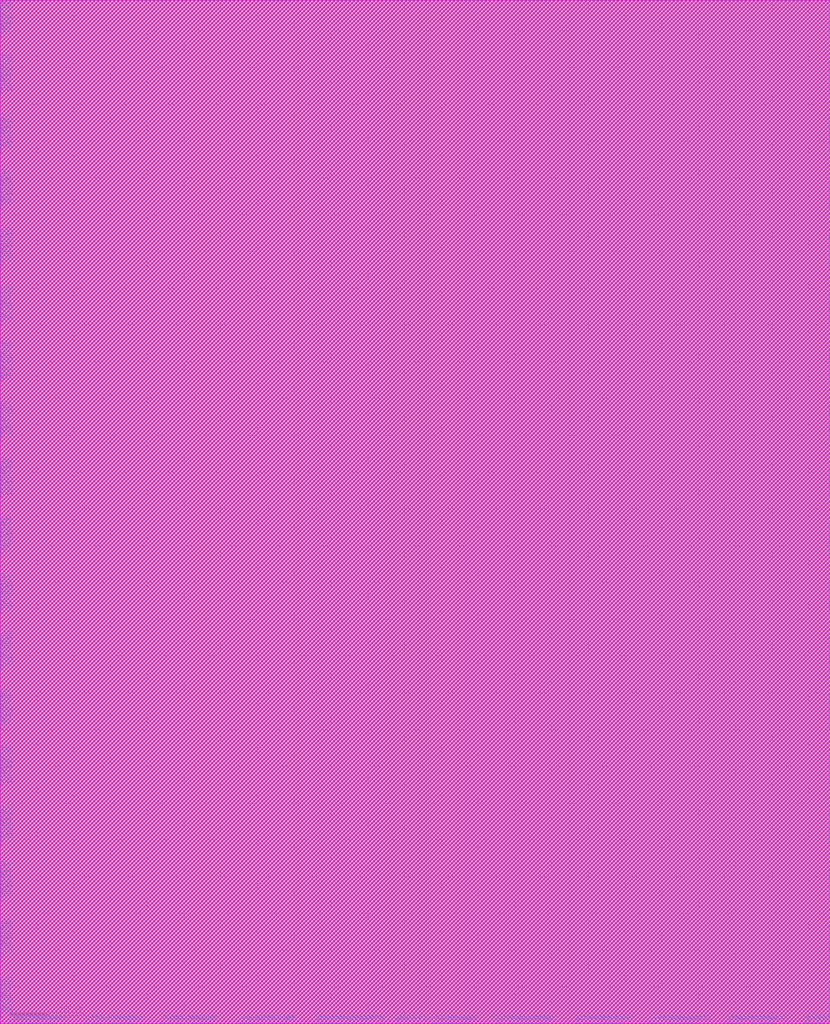
<source format=lef>
# 
#              Synchronous High Speed Single Port SRAM Compiler 
# 
#                    UMC 0.18um GenericII Logic Process
#    __________________________________________________________________________
# 
# 
#      (C) Copyright 2002-2009 Faraday Technology Corp. All Rights Reserved.
#    
#    This source code is an unpublished work belongs to Faraday Technology
#    Corp.  It is considered a trade secret and is not to be divulged or
#    used by parties who have not received written authorization from
#    Faraday Technology Corp.
#    
#    Faraday's home page can be found at:
#    http://www.faraday-tech.com/
#   
#       Module Name      : SUMA180_16384X18X1BM4
#       Words            : 16384
#       Bits             : 18
#       Byte-Write       : 1
#       Aspect Ratio     : 4
#       Output Loading   : 0.5  (pf)
#       Data Slew        : 0.5  (ns)
#       CK Slew          : 0.5  (ns)
#       Power Ring Width : 2  (um)
# 
# -----------------------------------------------------------------------------
# 
#       Library          : FSA0M_A
#       Memaker          : 200901.2.1
#       Date             : 2022/01/10 18:44:40
# 
# -----------------------------------------------------------------------------


NAMESCASESENSITIVE ON ;
MACRO SUMA180_16384X18X1BM4
CLASS BLOCK ;
FOREIGN SUMA180_16384X18X1BM4 0.000 0.000 ;
ORIGIN 0.000 0.000 ;
SIZE 1129.020 BY 1391.600 ;
SYMMETRY x y r90 ;
SITE core ;
PIN VCC
  DIRECTION INOUT ;
  USE POWER ;
  SHAPE ABUTMENT ;
 PORT
  LAYER metal4 ;
  RECT 1127.900 1380.180 1129.020 1383.420 ;
  LAYER metal3 ;
  RECT 1127.900 1380.180 1129.020 1383.420 ;
  LAYER metal2 ;
  RECT 1127.900 1380.180 1129.020 1383.420 ;
  LAYER metal1 ;
  RECT 1127.900 1380.180 1129.020 1383.420 ;
 END
 PORT
  LAYER metal4 ;
  RECT 1127.900 1372.340 1129.020 1375.580 ;
  LAYER metal3 ;
  RECT 1127.900 1372.340 1129.020 1375.580 ;
  LAYER metal2 ;
  RECT 1127.900 1372.340 1129.020 1375.580 ;
  LAYER metal1 ;
  RECT 1127.900 1372.340 1129.020 1375.580 ;
 END
 PORT
  LAYER metal4 ;
  RECT 1127.900 1364.500 1129.020 1367.740 ;
  LAYER metal3 ;
  RECT 1127.900 1364.500 1129.020 1367.740 ;
  LAYER metal2 ;
  RECT 1127.900 1364.500 1129.020 1367.740 ;
  LAYER metal1 ;
  RECT 1127.900 1364.500 1129.020 1367.740 ;
 END
 PORT
  LAYER metal4 ;
  RECT 1127.900 1356.660 1129.020 1359.900 ;
  LAYER metal3 ;
  RECT 1127.900 1356.660 1129.020 1359.900 ;
  LAYER metal2 ;
  RECT 1127.900 1356.660 1129.020 1359.900 ;
  LAYER metal1 ;
  RECT 1127.900 1356.660 1129.020 1359.900 ;
 END
 PORT
  LAYER metal4 ;
  RECT 1127.900 1348.820 1129.020 1352.060 ;
  LAYER metal3 ;
  RECT 1127.900 1348.820 1129.020 1352.060 ;
  LAYER metal2 ;
  RECT 1127.900 1348.820 1129.020 1352.060 ;
  LAYER metal1 ;
  RECT 1127.900 1348.820 1129.020 1352.060 ;
 END
 PORT
  LAYER metal4 ;
  RECT 1127.900 1340.980 1129.020 1344.220 ;
  LAYER metal3 ;
  RECT 1127.900 1340.980 1129.020 1344.220 ;
  LAYER metal2 ;
  RECT 1127.900 1340.980 1129.020 1344.220 ;
  LAYER metal1 ;
  RECT 1127.900 1340.980 1129.020 1344.220 ;
 END
 PORT
  LAYER metal4 ;
  RECT 1127.900 1301.780 1129.020 1305.020 ;
  LAYER metal3 ;
  RECT 1127.900 1301.780 1129.020 1305.020 ;
  LAYER metal2 ;
  RECT 1127.900 1301.780 1129.020 1305.020 ;
  LAYER metal1 ;
  RECT 1127.900 1301.780 1129.020 1305.020 ;
 END
 PORT
  LAYER metal4 ;
  RECT 1127.900 1293.940 1129.020 1297.180 ;
  LAYER metal3 ;
  RECT 1127.900 1293.940 1129.020 1297.180 ;
  LAYER metal2 ;
  RECT 1127.900 1293.940 1129.020 1297.180 ;
  LAYER metal1 ;
  RECT 1127.900 1293.940 1129.020 1297.180 ;
 END
 PORT
  LAYER metal4 ;
  RECT 1127.900 1286.100 1129.020 1289.340 ;
  LAYER metal3 ;
  RECT 1127.900 1286.100 1129.020 1289.340 ;
  LAYER metal2 ;
  RECT 1127.900 1286.100 1129.020 1289.340 ;
  LAYER metal1 ;
  RECT 1127.900 1286.100 1129.020 1289.340 ;
 END
 PORT
  LAYER metal4 ;
  RECT 1127.900 1278.260 1129.020 1281.500 ;
  LAYER metal3 ;
  RECT 1127.900 1278.260 1129.020 1281.500 ;
  LAYER metal2 ;
  RECT 1127.900 1278.260 1129.020 1281.500 ;
  LAYER metal1 ;
  RECT 1127.900 1278.260 1129.020 1281.500 ;
 END
 PORT
  LAYER metal4 ;
  RECT 1127.900 1270.420 1129.020 1273.660 ;
  LAYER metal3 ;
  RECT 1127.900 1270.420 1129.020 1273.660 ;
  LAYER metal2 ;
  RECT 1127.900 1270.420 1129.020 1273.660 ;
  LAYER metal1 ;
  RECT 1127.900 1270.420 1129.020 1273.660 ;
 END
 PORT
  LAYER metal4 ;
  RECT 1127.900 1262.580 1129.020 1265.820 ;
  LAYER metal3 ;
  RECT 1127.900 1262.580 1129.020 1265.820 ;
  LAYER metal2 ;
  RECT 1127.900 1262.580 1129.020 1265.820 ;
  LAYER metal1 ;
  RECT 1127.900 1262.580 1129.020 1265.820 ;
 END
 PORT
  LAYER metal4 ;
  RECT 1127.900 1223.380 1129.020 1226.620 ;
  LAYER metal3 ;
  RECT 1127.900 1223.380 1129.020 1226.620 ;
  LAYER metal2 ;
  RECT 1127.900 1223.380 1129.020 1226.620 ;
  LAYER metal1 ;
  RECT 1127.900 1223.380 1129.020 1226.620 ;
 END
 PORT
  LAYER metal4 ;
  RECT 1127.900 1215.540 1129.020 1218.780 ;
  LAYER metal3 ;
  RECT 1127.900 1215.540 1129.020 1218.780 ;
  LAYER metal2 ;
  RECT 1127.900 1215.540 1129.020 1218.780 ;
  LAYER metal1 ;
  RECT 1127.900 1215.540 1129.020 1218.780 ;
 END
 PORT
  LAYER metal4 ;
  RECT 1127.900 1207.700 1129.020 1210.940 ;
  LAYER metal3 ;
  RECT 1127.900 1207.700 1129.020 1210.940 ;
  LAYER metal2 ;
  RECT 1127.900 1207.700 1129.020 1210.940 ;
  LAYER metal1 ;
  RECT 1127.900 1207.700 1129.020 1210.940 ;
 END
 PORT
  LAYER metal4 ;
  RECT 1127.900 1199.860 1129.020 1203.100 ;
  LAYER metal3 ;
  RECT 1127.900 1199.860 1129.020 1203.100 ;
  LAYER metal2 ;
  RECT 1127.900 1199.860 1129.020 1203.100 ;
  LAYER metal1 ;
  RECT 1127.900 1199.860 1129.020 1203.100 ;
 END
 PORT
  LAYER metal4 ;
  RECT 1127.900 1192.020 1129.020 1195.260 ;
  LAYER metal3 ;
  RECT 1127.900 1192.020 1129.020 1195.260 ;
  LAYER metal2 ;
  RECT 1127.900 1192.020 1129.020 1195.260 ;
  LAYER metal1 ;
  RECT 1127.900 1192.020 1129.020 1195.260 ;
 END
 PORT
  LAYER metal4 ;
  RECT 1127.900 1184.180 1129.020 1187.420 ;
  LAYER metal3 ;
  RECT 1127.900 1184.180 1129.020 1187.420 ;
  LAYER metal2 ;
  RECT 1127.900 1184.180 1129.020 1187.420 ;
  LAYER metal1 ;
  RECT 1127.900 1184.180 1129.020 1187.420 ;
 END
 PORT
  LAYER metal4 ;
  RECT 1127.900 1144.980 1129.020 1148.220 ;
  LAYER metal3 ;
  RECT 1127.900 1144.980 1129.020 1148.220 ;
  LAYER metal2 ;
  RECT 1127.900 1144.980 1129.020 1148.220 ;
  LAYER metal1 ;
  RECT 1127.900 1144.980 1129.020 1148.220 ;
 END
 PORT
  LAYER metal4 ;
  RECT 1127.900 1137.140 1129.020 1140.380 ;
  LAYER metal3 ;
  RECT 1127.900 1137.140 1129.020 1140.380 ;
  LAYER metal2 ;
  RECT 1127.900 1137.140 1129.020 1140.380 ;
  LAYER metal1 ;
  RECT 1127.900 1137.140 1129.020 1140.380 ;
 END
 PORT
  LAYER metal4 ;
  RECT 1127.900 1129.300 1129.020 1132.540 ;
  LAYER metal3 ;
  RECT 1127.900 1129.300 1129.020 1132.540 ;
  LAYER metal2 ;
  RECT 1127.900 1129.300 1129.020 1132.540 ;
  LAYER metal1 ;
  RECT 1127.900 1129.300 1129.020 1132.540 ;
 END
 PORT
  LAYER metal4 ;
  RECT 1127.900 1121.460 1129.020 1124.700 ;
  LAYER metal3 ;
  RECT 1127.900 1121.460 1129.020 1124.700 ;
  LAYER metal2 ;
  RECT 1127.900 1121.460 1129.020 1124.700 ;
  LAYER metal1 ;
  RECT 1127.900 1121.460 1129.020 1124.700 ;
 END
 PORT
  LAYER metal4 ;
  RECT 1127.900 1113.620 1129.020 1116.860 ;
  LAYER metal3 ;
  RECT 1127.900 1113.620 1129.020 1116.860 ;
  LAYER metal2 ;
  RECT 1127.900 1113.620 1129.020 1116.860 ;
  LAYER metal1 ;
  RECT 1127.900 1113.620 1129.020 1116.860 ;
 END
 PORT
  LAYER metal4 ;
  RECT 1127.900 1105.780 1129.020 1109.020 ;
  LAYER metal3 ;
  RECT 1127.900 1105.780 1129.020 1109.020 ;
  LAYER metal2 ;
  RECT 1127.900 1105.780 1129.020 1109.020 ;
  LAYER metal1 ;
  RECT 1127.900 1105.780 1129.020 1109.020 ;
 END
 PORT
  LAYER metal4 ;
  RECT 1127.900 1066.580 1129.020 1069.820 ;
  LAYER metal3 ;
  RECT 1127.900 1066.580 1129.020 1069.820 ;
  LAYER metal2 ;
  RECT 1127.900 1066.580 1129.020 1069.820 ;
  LAYER metal1 ;
  RECT 1127.900 1066.580 1129.020 1069.820 ;
 END
 PORT
  LAYER metal4 ;
  RECT 1127.900 1058.740 1129.020 1061.980 ;
  LAYER metal3 ;
  RECT 1127.900 1058.740 1129.020 1061.980 ;
  LAYER metal2 ;
  RECT 1127.900 1058.740 1129.020 1061.980 ;
  LAYER metal1 ;
  RECT 1127.900 1058.740 1129.020 1061.980 ;
 END
 PORT
  LAYER metal4 ;
  RECT 1127.900 1050.900 1129.020 1054.140 ;
  LAYER metal3 ;
  RECT 1127.900 1050.900 1129.020 1054.140 ;
  LAYER metal2 ;
  RECT 1127.900 1050.900 1129.020 1054.140 ;
  LAYER metal1 ;
  RECT 1127.900 1050.900 1129.020 1054.140 ;
 END
 PORT
  LAYER metal4 ;
  RECT 1127.900 1043.060 1129.020 1046.300 ;
  LAYER metal3 ;
  RECT 1127.900 1043.060 1129.020 1046.300 ;
  LAYER metal2 ;
  RECT 1127.900 1043.060 1129.020 1046.300 ;
  LAYER metal1 ;
  RECT 1127.900 1043.060 1129.020 1046.300 ;
 END
 PORT
  LAYER metal4 ;
  RECT 1127.900 1035.220 1129.020 1038.460 ;
  LAYER metal3 ;
  RECT 1127.900 1035.220 1129.020 1038.460 ;
  LAYER metal2 ;
  RECT 1127.900 1035.220 1129.020 1038.460 ;
  LAYER metal1 ;
  RECT 1127.900 1035.220 1129.020 1038.460 ;
 END
 PORT
  LAYER metal4 ;
  RECT 1127.900 1027.380 1129.020 1030.620 ;
  LAYER metal3 ;
  RECT 1127.900 1027.380 1129.020 1030.620 ;
  LAYER metal2 ;
  RECT 1127.900 1027.380 1129.020 1030.620 ;
  LAYER metal1 ;
  RECT 1127.900 1027.380 1129.020 1030.620 ;
 END
 PORT
  LAYER metal4 ;
  RECT 1127.900 988.180 1129.020 991.420 ;
  LAYER metal3 ;
  RECT 1127.900 988.180 1129.020 991.420 ;
  LAYER metal2 ;
  RECT 1127.900 988.180 1129.020 991.420 ;
  LAYER metal1 ;
  RECT 1127.900 988.180 1129.020 991.420 ;
 END
 PORT
  LAYER metal4 ;
  RECT 1127.900 980.340 1129.020 983.580 ;
  LAYER metal3 ;
  RECT 1127.900 980.340 1129.020 983.580 ;
  LAYER metal2 ;
  RECT 1127.900 980.340 1129.020 983.580 ;
  LAYER metal1 ;
  RECT 1127.900 980.340 1129.020 983.580 ;
 END
 PORT
  LAYER metal4 ;
  RECT 1127.900 972.500 1129.020 975.740 ;
  LAYER metal3 ;
  RECT 1127.900 972.500 1129.020 975.740 ;
  LAYER metal2 ;
  RECT 1127.900 972.500 1129.020 975.740 ;
  LAYER metal1 ;
  RECT 1127.900 972.500 1129.020 975.740 ;
 END
 PORT
  LAYER metal4 ;
  RECT 1127.900 964.660 1129.020 967.900 ;
  LAYER metal3 ;
  RECT 1127.900 964.660 1129.020 967.900 ;
  LAYER metal2 ;
  RECT 1127.900 964.660 1129.020 967.900 ;
  LAYER metal1 ;
  RECT 1127.900 964.660 1129.020 967.900 ;
 END
 PORT
  LAYER metal4 ;
  RECT 1127.900 956.820 1129.020 960.060 ;
  LAYER metal3 ;
  RECT 1127.900 956.820 1129.020 960.060 ;
  LAYER metal2 ;
  RECT 1127.900 956.820 1129.020 960.060 ;
  LAYER metal1 ;
  RECT 1127.900 956.820 1129.020 960.060 ;
 END
 PORT
  LAYER metal4 ;
  RECT 1127.900 948.980 1129.020 952.220 ;
  LAYER metal3 ;
  RECT 1127.900 948.980 1129.020 952.220 ;
  LAYER metal2 ;
  RECT 1127.900 948.980 1129.020 952.220 ;
  LAYER metal1 ;
  RECT 1127.900 948.980 1129.020 952.220 ;
 END
 PORT
  LAYER metal4 ;
  RECT 1127.900 909.780 1129.020 913.020 ;
  LAYER metal3 ;
  RECT 1127.900 909.780 1129.020 913.020 ;
  LAYER metal2 ;
  RECT 1127.900 909.780 1129.020 913.020 ;
  LAYER metal1 ;
  RECT 1127.900 909.780 1129.020 913.020 ;
 END
 PORT
  LAYER metal4 ;
  RECT 1127.900 901.940 1129.020 905.180 ;
  LAYER metal3 ;
  RECT 1127.900 901.940 1129.020 905.180 ;
  LAYER metal2 ;
  RECT 1127.900 901.940 1129.020 905.180 ;
  LAYER metal1 ;
  RECT 1127.900 901.940 1129.020 905.180 ;
 END
 PORT
  LAYER metal4 ;
  RECT 1127.900 894.100 1129.020 897.340 ;
  LAYER metal3 ;
  RECT 1127.900 894.100 1129.020 897.340 ;
  LAYER metal2 ;
  RECT 1127.900 894.100 1129.020 897.340 ;
  LAYER metal1 ;
  RECT 1127.900 894.100 1129.020 897.340 ;
 END
 PORT
  LAYER metal4 ;
  RECT 1127.900 886.260 1129.020 889.500 ;
  LAYER metal3 ;
  RECT 1127.900 886.260 1129.020 889.500 ;
  LAYER metal2 ;
  RECT 1127.900 886.260 1129.020 889.500 ;
  LAYER metal1 ;
  RECT 1127.900 886.260 1129.020 889.500 ;
 END
 PORT
  LAYER metal4 ;
  RECT 1127.900 878.420 1129.020 881.660 ;
  LAYER metal3 ;
  RECT 1127.900 878.420 1129.020 881.660 ;
  LAYER metal2 ;
  RECT 1127.900 878.420 1129.020 881.660 ;
  LAYER metal1 ;
  RECT 1127.900 878.420 1129.020 881.660 ;
 END
 PORT
  LAYER metal4 ;
  RECT 1127.900 870.580 1129.020 873.820 ;
  LAYER metal3 ;
  RECT 1127.900 870.580 1129.020 873.820 ;
  LAYER metal2 ;
  RECT 1127.900 870.580 1129.020 873.820 ;
  LAYER metal1 ;
  RECT 1127.900 870.580 1129.020 873.820 ;
 END
 PORT
  LAYER metal4 ;
  RECT 1127.900 831.380 1129.020 834.620 ;
  LAYER metal3 ;
  RECT 1127.900 831.380 1129.020 834.620 ;
  LAYER metal2 ;
  RECT 1127.900 831.380 1129.020 834.620 ;
  LAYER metal1 ;
  RECT 1127.900 831.380 1129.020 834.620 ;
 END
 PORT
  LAYER metal4 ;
  RECT 1127.900 823.540 1129.020 826.780 ;
  LAYER metal3 ;
  RECT 1127.900 823.540 1129.020 826.780 ;
  LAYER metal2 ;
  RECT 1127.900 823.540 1129.020 826.780 ;
  LAYER metal1 ;
  RECT 1127.900 823.540 1129.020 826.780 ;
 END
 PORT
  LAYER metal4 ;
  RECT 1127.900 815.700 1129.020 818.940 ;
  LAYER metal3 ;
  RECT 1127.900 815.700 1129.020 818.940 ;
  LAYER metal2 ;
  RECT 1127.900 815.700 1129.020 818.940 ;
  LAYER metal1 ;
  RECT 1127.900 815.700 1129.020 818.940 ;
 END
 PORT
  LAYER metal4 ;
  RECT 1127.900 807.860 1129.020 811.100 ;
  LAYER metal3 ;
  RECT 1127.900 807.860 1129.020 811.100 ;
  LAYER metal2 ;
  RECT 1127.900 807.860 1129.020 811.100 ;
  LAYER metal1 ;
  RECT 1127.900 807.860 1129.020 811.100 ;
 END
 PORT
  LAYER metal4 ;
  RECT 1127.900 800.020 1129.020 803.260 ;
  LAYER metal3 ;
  RECT 1127.900 800.020 1129.020 803.260 ;
  LAYER metal2 ;
  RECT 1127.900 800.020 1129.020 803.260 ;
  LAYER metal1 ;
  RECT 1127.900 800.020 1129.020 803.260 ;
 END
 PORT
  LAYER metal4 ;
  RECT 1127.900 792.180 1129.020 795.420 ;
  LAYER metal3 ;
  RECT 1127.900 792.180 1129.020 795.420 ;
  LAYER metal2 ;
  RECT 1127.900 792.180 1129.020 795.420 ;
  LAYER metal1 ;
  RECT 1127.900 792.180 1129.020 795.420 ;
 END
 PORT
  LAYER metal4 ;
  RECT 1127.900 752.980 1129.020 756.220 ;
  LAYER metal3 ;
  RECT 1127.900 752.980 1129.020 756.220 ;
  LAYER metal2 ;
  RECT 1127.900 752.980 1129.020 756.220 ;
  LAYER metal1 ;
  RECT 1127.900 752.980 1129.020 756.220 ;
 END
 PORT
  LAYER metal4 ;
  RECT 1127.900 745.140 1129.020 748.380 ;
  LAYER metal3 ;
  RECT 1127.900 745.140 1129.020 748.380 ;
  LAYER metal2 ;
  RECT 1127.900 745.140 1129.020 748.380 ;
  LAYER metal1 ;
  RECT 1127.900 745.140 1129.020 748.380 ;
 END
 PORT
  LAYER metal4 ;
  RECT 1127.900 737.300 1129.020 740.540 ;
  LAYER metal3 ;
  RECT 1127.900 737.300 1129.020 740.540 ;
  LAYER metal2 ;
  RECT 1127.900 737.300 1129.020 740.540 ;
  LAYER metal1 ;
  RECT 1127.900 737.300 1129.020 740.540 ;
 END
 PORT
  LAYER metal4 ;
  RECT 1127.900 729.460 1129.020 732.700 ;
  LAYER metal3 ;
  RECT 1127.900 729.460 1129.020 732.700 ;
  LAYER metal2 ;
  RECT 1127.900 729.460 1129.020 732.700 ;
  LAYER metal1 ;
  RECT 1127.900 729.460 1129.020 732.700 ;
 END
 PORT
  LAYER metal4 ;
  RECT 1127.900 721.620 1129.020 724.860 ;
  LAYER metal3 ;
  RECT 1127.900 721.620 1129.020 724.860 ;
  LAYER metal2 ;
  RECT 1127.900 721.620 1129.020 724.860 ;
  LAYER metal1 ;
  RECT 1127.900 721.620 1129.020 724.860 ;
 END
 PORT
  LAYER metal4 ;
  RECT 1127.900 713.780 1129.020 717.020 ;
  LAYER metal3 ;
  RECT 1127.900 713.780 1129.020 717.020 ;
  LAYER metal2 ;
  RECT 1127.900 713.780 1129.020 717.020 ;
  LAYER metal1 ;
  RECT 1127.900 713.780 1129.020 717.020 ;
 END
 PORT
  LAYER metal4 ;
  RECT 1127.900 674.580 1129.020 677.820 ;
  LAYER metal3 ;
  RECT 1127.900 674.580 1129.020 677.820 ;
  LAYER metal2 ;
  RECT 1127.900 674.580 1129.020 677.820 ;
  LAYER metal1 ;
  RECT 1127.900 674.580 1129.020 677.820 ;
 END
 PORT
  LAYER metal4 ;
  RECT 1127.900 666.740 1129.020 669.980 ;
  LAYER metal3 ;
  RECT 1127.900 666.740 1129.020 669.980 ;
  LAYER metal2 ;
  RECT 1127.900 666.740 1129.020 669.980 ;
  LAYER metal1 ;
  RECT 1127.900 666.740 1129.020 669.980 ;
 END
 PORT
  LAYER metal4 ;
  RECT 1127.900 658.900 1129.020 662.140 ;
  LAYER metal3 ;
  RECT 1127.900 658.900 1129.020 662.140 ;
  LAYER metal2 ;
  RECT 1127.900 658.900 1129.020 662.140 ;
  LAYER metal1 ;
  RECT 1127.900 658.900 1129.020 662.140 ;
 END
 PORT
  LAYER metal4 ;
  RECT 1127.900 651.060 1129.020 654.300 ;
  LAYER metal3 ;
  RECT 1127.900 651.060 1129.020 654.300 ;
  LAYER metal2 ;
  RECT 1127.900 651.060 1129.020 654.300 ;
  LAYER metal1 ;
  RECT 1127.900 651.060 1129.020 654.300 ;
 END
 PORT
  LAYER metal4 ;
  RECT 1127.900 643.220 1129.020 646.460 ;
  LAYER metal3 ;
  RECT 1127.900 643.220 1129.020 646.460 ;
  LAYER metal2 ;
  RECT 1127.900 643.220 1129.020 646.460 ;
  LAYER metal1 ;
  RECT 1127.900 643.220 1129.020 646.460 ;
 END
 PORT
  LAYER metal4 ;
  RECT 1127.900 635.380 1129.020 638.620 ;
  LAYER metal3 ;
  RECT 1127.900 635.380 1129.020 638.620 ;
  LAYER metal2 ;
  RECT 1127.900 635.380 1129.020 638.620 ;
  LAYER metal1 ;
  RECT 1127.900 635.380 1129.020 638.620 ;
 END
 PORT
  LAYER metal4 ;
  RECT 1127.900 596.180 1129.020 599.420 ;
  LAYER metal3 ;
  RECT 1127.900 596.180 1129.020 599.420 ;
  LAYER metal2 ;
  RECT 1127.900 596.180 1129.020 599.420 ;
  LAYER metal1 ;
  RECT 1127.900 596.180 1129.020 599.420 ;
 END
 PORT
  LAYER metal4 ;
  RECT 1127.900 588.340 1129.020 591.580 ;
  LAYER metal3 ;
  RECT 1127.900 588.340 1129.020 591.580 ;
  LAYER metal2 ;
  RECT 1127.900 588.340 1129.020 591.580 ;
  LAYER metal1 ;
  RECT 1127.900 588.340 1129.020 591.580 ;
 END
 PORT
  LAYER metal4 ;
  RECT 1127.900 580.500 1129.020 583.740 ;
  LAYER metal3 ;
  RECT 1127.900 580.500 1129.020 583.740 ;
  LAYER metal2 ;
  RECT 1127.900 580.500 1129.020 583.740 ;
  LAYER metal1 ;
  RECT 1127.900 580.500 1129.020 583.740 ;
 END
 PORT
  LAYER metal4 ;
  RECT 1127.900 572.660 1129.020 575.900 ;
  LAYER metal3 ;
  RECT 1127.900 572.660 1129.020 575.900 ;
  LAYER metal2 ;
  RECT 1127.900 572.660 1129.020 575.900 ;
  LAYER metal1 ;
  RECT 1127.900 572.660 1129.020 575.900 ;
 END
 PORT
  LAYER metal4 ;
  RECT 1127.900 564.820 1129.020 568.060 ;
  LAYER metal3 ;
  RECT 1127.900 564.820 1129.020 568.060 ;
  LAYER metal2 ;
  RECT 1127.900 564.820 1129.020 568.060 ;
  LAYER metal1 ;
  RECT 1127.900 564.820 1129.020 568.060 ;
 END
 PORT
  LAYER metal4 ;
  RECT 1127.900 556.980 1129.020 560.220 ;
  LAYER metal3 ;
  RECT 1127.900 556.980 1129.020 560.220 ;
  LAYER metal2 ;
  RECT 1127.900 556.980 1129.020 560.220 ;
  LAYER metal1 ;
  RECT 1127.900 556.980 1129.020 560.220 ;
 END
 PORT
  LAYER metal4 ;
  RECT 1127.900 517.780 1129.020 521.020 ;
  LAYER metal3 ;
  RECT 1127.900 517.780 1129.020 521.020 ;
  LAYER metal2 ;
  RECT 1127.900 517.780 1129.020 521.020 ;
  LAYER metal1 ;
  RECT 1127.900 517.780 1129.020 521.020 ;
 END
 PORT
  LAYER metal4 ;
  RECT 1127.900 509.940 1129.020 513.180 ;
  LAYER metal3 ;
  RECT 1127.900 509.940 1129.020 513.180 ;
  LAYER metal2 ;
  RECT 1127.900 509.940 1129.020 513.180 ;
  LAYER metal1 ;
  RECT 1127.900 509.940 1129.020 513.180 ;
 END
 PORT
  LAYER metal4 ;
  RECT 1127.900 502.100 1129.020 505.340 ;
  LAYER metal3 ;
  RECT 1127.900 502.100 1129.020 505.340 ;
  LAYER metal2 ;
  RECT 1127.900 502.100 1129.020 505.340 ;
  LAYER metal1 ;
  RECT 1127.900 502.100 1129.020 505.340 ;
 END
 PORT
  LAYER metal4 ;
  RECT 1127.900 494.260 1129.020 497.500 ;
  LAYER metal3 ;
  RECT 1127.900 494.260 1129.020 497.500 ;
  LAYER metal2 ;
  RECT 1127.900 494.260 1129.020 497.500 ;
  LAYER metal1 ;
  RECT 1127.900 494.260 1129.020 497.500 ;
 END
 PORT
  LAYER metal4 ;
  RECT 1127.900 486.420 1129.020 489.660 ;
  LAYER metal3 ;
  RECT 1127.900 486.420 1129.020 489.660 ;
  LAYER metal2 ;
  RECT 1127.900 486.420 1129.020 489.660 ;
  LAYER metal1 ;
  RECT 1127.900 486.420 1129.020 489.660 ;
 END
 PORT
  LAYER metal4 ;
  RECT 1127.900 478.580 1129.020 481.820 ;
  LAYER metal3 ;
  RECT 1127.900 478.580 1129.020 481.820 ;
  LAYER metal2 ;
  RECT 1127.900 478.580 1129.020 481.820 ;
  LAYER metal1 ;
  RECT 1127.900 478.580 1129.020 481.820 ;
 END
 PORT
  LAYER metal4 ;
  RECT 1127.900 439.380 1129.020 442.620 ;
  LAYER metal3 ;
  RECT 1127.900 439.380 1129.020 442.620 ;
  LAYER metal2 ;
  RECT 1127.900 439.380 1129.020 442.620 ;
  LAYER metal1 ;
  RECT 1127.900 439.380 1129.020 442.620 ;
 END
 PORT
  LAYER metal4 ;
  RECT 1127.900 431.540 1129.020 434.780 ;
  LAYER metal3 ;
  RECT 1127.900 431.540 1129.020 434.780 ;
  LAYER metal2 ;
  RECT 1127.900 431.540 1129.020 434.780 ;
  LAYER metal1 ;
  RECT 1127.900 431.540 1129.020 434.780 ;
 END
 PORT
  LAYER metal4 ;
  RECT 1127.900 423.700 1129.020 426.940 ;
  LAYER metal3 ;
  RECT 1127.900 423.700 1129.020 426.940 ;
  LAYER metal2 ;
  RECT 1127.900 423.700 1129.020 426.940 ;
  LAYER metal1 ;
  RECT 1127.900 423.700 1129.020 426.940 ;
 END
 PORT
  LAYER metal4 ;
  RECT 1127.900 415.860 1129.020 419.100 ;
  LAYER metal3 ;
  RECT 1127.900 415.860 1129.020 419.100 ;
  LAYER metal2 ;
  RECT 1127.900 415.860 1129.020 419.100 ;
  LAYER metal1 ;
  RECT 1127.900 415.860 1129.020 419.100 ;
 END
 PORT
  LAYER metal4 ;
  RECT 1127.900 408.020 1129.020 411.260 ;
  LAYER metal3 ;
  RECT 1127.900 408.020 1129.020 411.260 ;
  LAYER metal2 ;
  RECT 1127.900 408.020 1129.020 411.260 ;
  LAYER metal1 ;
  RECT 1127.900 408.020 1129.020 411.260 ;
 END
 PORT
  LAYER metal4 ;
  RECT 1127.900 400.180 1129.020 403.420 ;
  LAYER metal3 ;
  RECT 1127.900 400.180 1129.020 403.420 ;
  LAYER metal2 ;
  RECT 1127.900 400.180 1129.020 403.420 ;
  LAYER metal1 ;
  RECT 1127.900 400.180 1129.020 403.420 ;
 END
 PORT
  LAYER metal4 ;
  RECT 1127.900 360.980 1129.020 364.220 ;
  LAYER metal3 ;
  RECT 1127.900 360.980 1129.020 364.220 ;
  LAYER metal2 ;
  RECT 1127.900 360.980 1129.020 364.220 ;
  LAYER metal1 ;
  RECT 1127.900 360.980 1129.020 364.220 ;
 END
 PORT
  LAYER metal4 ;
  RECT 1127.900 353.140 1129.020 356.380 ;
  LAYER metal3 ;
  RECT 1127.900 353.140 1129.020 356.380 ;
  LAYER metal2 ;
  RECT 1127.900 353.140 1129.020 356.380 ;
  LAYER metal1 ;
  RECT 1127.900 353.140 1129.020 356.380 ;
 END
 PORT
  LAYER metal4 ;
  RECT 1127.900 345.300 1129.020 348.540 ;
  LAYER metal3 ;
  RECT 1127.900 345.300 1129.020 348.540 ;
  LAYER metal2 ;
  RECT 1127.900 345.300 1129.020 348.540 ;
  LAYER metal1 ;
  RECT 1127.900 345.300 1129.020 348.540 ;
 END
 PORT
  LAYER metal4 ;
  RECT 1127.900 337.460 1129.020 340.700 ;
  LAYER metal3 ;
  RECT 1127.900 337.460 1129.020 340.700 ;
  LAYER metal2 ;
  RECT 1127.900 337.460 1129.020 340.700 ;
  LAYER metal1 ;
  RECT 1127.900 337.460 1129.020 340.700 ;
 END
 PORT
  LAYER metal4 ;
  RECT 1127.900 329.620 1129.020 332.860 ;
  LAYER metal3 ;
  RECT 1127.900 329.620 1129.020 332.860 ;
  LAYER metal2 ;
  RECT 1127.900 329.620 1129.020 332.860 ;
  LAYER metal1 ;
  RECT 1127.900 329.620 1129.020 332.860 ;
 END
 PORT
  LAYER metal4 ;
  RECT 1127.900 321.780 1129.020 325.020 ;
  LAYER metal3 ;
  RECT 1127.900 321.780 1129.020 325.020 ;
  LAYER metal2 ;
  RECT 1127.900 321.780 1129.020 325.020 ;
  LAYER metal1 ;
  RECT 1127.900 321.780 1129.020 325.020 ;
 END
 PORT
  LAYER metal4 ;
  RECT 1127.900 282.580 1129.020 285.820 ;
  LAYER metal3 ;
  RECT 1127.900 282.580 1129.020 285.820 ;
  LAYER metal2 ;
  RECT 1127.900 282.580 1129.020 285.820 ;
  LAYER metal1 ;
  RECT 1127.900 282.580 1129.020 285.820 ;
 END
 PORT
  LAYER metal4 ;
  RECT 1127.900 274.740 1129.020 277.980 ;
  LAYER metal3 ;
  RECT 1127.900 274.740 1129.020 277.980 ;
  LAYER metal2 ;
  RECT 1127.900 274.740 1129.020 277.980 ;
  LAYER metal1 ;
  RECT 1127.900 274.740 1129.020 277.980 ;
 END
 PORT
  LAYER metal4 ;
  RECT 1127.900 266.900 1129.020 270.140 ;
  LAYER metal3 ;
  RECT 1127.900 266.900 1129.020 270.140 ;
  LAYER metal2 ;
  RECT 1127.900 266.900 1129.020 270.140 ;
  LAYER metal1 ;
  RECT 1127.900 266.900 1129.020 270.140 ;
 END
 PORT
  LAYER metal4 ;
  RECT 1127.900 259.060 1129.020 262.300 ;
  LAYER metal3 ;
  RECT 1127.900 259.060 1129.020 262.300 ;
  LAYER metal2 ;
  RECT 1127.900 259.060 1129.020 262.300 ;
  LAYER metal1 ;
  RECT 1127.900 259.060 1129.020 262.300 ;
 END
 PORT
  LAYER metal4 ;
  RECT 1127.900 251.220 1129.020 254.460 ;
  LAYER metal3 ;
  RECT 1127.900 251.220 1129.020 254.460 ;
  LAYER metal2 ;
  RECT 1127.900 251.220 1129.020 254.460 ;
  LAYER metal1 ;
  RECT 1127.900 251.220 1129.020 254.460 ;
 END
 PORT
  LAYER metal4 ;
  RECT 1127.900 243.380 1129.020 246.620 ;
  LAYER metal3 ;
  RECT 1127.900 243.380 1129.020 246.620 ;
  LAYER metal2 ;
  RECT 1127.900 243.380 1129.020 246.620 ;
  LAYER metal1 ;
  RECT 1127.900 243.380 1129.020 246.620 ;
 END
 PORT
  LAYER metal4 ;
  RECT 1127.900 204.180 1129.020 207.420 ;
  LAYER metal3 ;
  RECT 1127.900 204.180 1129.020 207.420 ;
  LAYER metal2 ;
  RECT 1127.900 204.180 1129.020 207.420 ;
  LAYER metal1 ;
  RECT 1127.900 204.180 1129.020 207.420 ;
 END
 PORT
  LAYER metal4 ;
  RECT 1127.900 196.340 1129.020 199.580 ;
  LAYER metal3 ;
  RECT 1127.900 196.340 1129.020 199.580 ;
  LAYER metal2 ;
  RECT 1127.900 196.340 1129.020 199.580 ;
  LAYER metal1 ;
  RECT 1127.900 196.340 1129.020 199.580 ;
 END
 PORT
  LAYER metal4 ;
  RECT 1127.900 188.500 1129.020 191.740 ;
  LAYER metal3 ;
  RECT 1127.900 188.500 1129.020 191.740 ;
  LAYER metal2 ;
  RECT 1127.900 188.500 1129.020 191.740 ;
  LAYER metal1 ;
  RECT 1127.900 188.500 1129.020 191.740 ;
 END
 PORT
  LAYER metal4 ;
  RECT 1127.900 180.660 1129.020 183.900 ;
  LAYER metal3 ;
  RECT 1127.900 180.660 1129.020 183.900 ;
  LAYER metal2 ;
  RECT 1127.900 180.660 1129.020 183.900 ;
  LAYER metal1 ;
  RECT 1127.900 180.660 1129.020 183.900 ;
 END
 PORT
  LAYER metal4 ;
  RECT 1127.900 172.820 1129.020 176.060 ;
  LAYER metal3 ;
  RECT 1127.900 172.820 1129.020 176.060 ;
  LAYER metal2 ;
  RECT 1127.900 172.820 1129.020 176.060 ;
  LAYER metal1 ;
  RECT 1127.900 172.820 1129.020 176.060 ;
 END
 PORT
  LAYER metal4 ;
  RECT 1127.900 164.980 1129.020 168.220 ;
  LAYER metal3 ;
  RECT 1127.900 164.980 1129.020 168.220 ;
  LAYER metal2 ;
  RECT 1127.900 164.980 1129.020 168.220 ;
  LAYER metal1 ;
  RECT 1127.900 164.980 1129.020 168.220 ;
 END
 PORT
  LAYER metal4 ;
  RECT 1127.900 125.780 1129.020 129.020 ;
  LAYER metal3 ;
  RECT 1127.900 125.780 1129.020 129.020 ;
  LAYER metal2 ;
  RECT 1127.900 125.780 1129.020 129.020 ;
  LAYER metal1 ;
  RECT 1127.900 125.780 1129.020 129.020 ;
 END
 PORT
  LAYER metal4 ;
  RECT 1127.900 117.940 1129.020 121.180 ;
  LAYER metal3 ;
  RECT 1127.900 117.940 1129.020 121.180 ;
  LAYER metal2 ;
  RECT 1127.900 117.940 1129.020 121.180 ;
  LAYER metal1 ;
  RECT 1127.900 117.940 1129.020 121.180 ;
 END
 PORT
  LAYER metal4 ;
  RECT 1127.900 110.100 1129.020 113.340 ;
  LAYER metal3 ;
  RECT 1127.900 110.100 1129.020 113.340 ;
  LAYER metal2 ;
  RECT 1127.900 110.100 1129.020 113.340 ;
  LAYER metal1 ;
  RECT 1127.900 110.100 1129.020 113.340 ;
 END
 PORT
  LAYER metal4 ;
  RECT 1127.900 102.260 1129.020 105.500 ;
  LAYER metal3 ;
  RECT 1127.900 102.260 1129.020 105.500 ;
  LAYER metal2 ;
  RECT 1127.900 102.260 1129.020 105.500 ;
  LAYER metal1 ;
  RECT 1127.900 102.260 1129.020 105.500 ;
 END
 PORT
  LAYER metal4 ;
  RECT 1127.900 94.420 1129.020 97.660 ;
  LAYER metal3 ;
  RECT 1127.900 94.420 1129.020 97.660 ;
  LAYER metal2 ;
  RECT 1127.900 94.420 1129.020 97.660 ;
  LAYER metal1 ;
  RECT 1127.900 94.420 1129.020 97.660 ;
 END
 PORT
  LAYER metal4 ;
  RECT 1127.900 86.580 1129.020 89.820 ;
  LAYER metal3 ;
  RECT 1127.900 86.580 1129.020 89.820 ;
  LAYER metal2 ;
  RECT 1127.900 86.580 1129.020 89.820 ;
  LAYER metal1 ;
  RECT 1127.900 86.580 1129.020 89.820 ;
 END
 PORT
  LAYER metal4 ;
  RECT 1127.900 47.380 1129.020 50.620 ;
  LAYER metal3 ;
  RECT 1127.900 47.380 1129.020 50.620 ;
  LAYER metal2 ;
  RECT 1127.900 47.380 1129.020 50.620 ;
  LAYER metal1 ;
  RECT 1127.900 47.380 1129.020 50.620 ;
 END
 PORT
  LAYER metal4 ;
  RECT 1127.900 39.540 1129.020 42.780 ;
  LAYER metal3 ;
  RECT 1127.900 39.540 1129.020 42.780 ;
  LAYER metal2 ;
  RECT 1127.900 39.540 1129.020 42.780 ;
  LAYER metal1 ;
  RECT 1127.900 39.540 1129.020 42.780 ;
 END
 PORT
  LAYER metal4 ;
  RECT 1127.900 31.700 1129.020 34.940 ;
  LAYER metal3 ;
  RECT 1127.900 31.700 1129.020 34.940 ;
  LAYER metal2 ;
  RECT 1127.900 31.700 1129.020 34.940 ;
  LAYER metal1 ;
  RECT 1127.900 31.700 1129.020 34.940 ;
 END
 PORT
  LAYER metal4 ;
  RECT 1127.900 23.860 1129.020 27.100 ;
  LAYER metal3 ;
  RECT 1127.900 23.860 1129.020 27.100 ;
  LAYER metal2 ;
  RECT 1127.900 23.860 1129.020 27.100 ;
  LAYER metal1 ;
  RECT 1127.900 23.860 1129.020 27.100 ;
 END
 PORT
  LAYER metal4 ;
  RECT 1127.900 16.020 1129.020 19.260 ;
  LAYER metal3 ;
  RECT 1127.900 16.020 1129.020 19.260 ;
  LAYER metal2 ;
  RECT 1127.900 16.020 1129.020 19.260 ;
  LAYER metal1 ;
  RECT 1127.900 16.020 1129.020 19.260 ;
 END
 PORT
  LAYER metal4 ;
  RECT 1127.900 8.180 1129.020 11.420 ;
  LAYER metal3 ;
  RECT 1127.900 8.180 1129.020 11.420 ;
  LAYER metal2 ;
  RECT 1127.900 8.180 1129.020 11.420 ;
  LAYER metal1 ;
  RECT 1127.900 8.180 1129.020 11.420 ;
 END
 PORT
  LAYER metal4 ;
  RECT 0.000 1380.180 1.120 1383.420 ;
  LAYER metal3 ;
  RECT 0.000 1380.180 1.120 1383.420 ;
  LAYER metal2 ;
  RECT 0.000 1380.180 1.120 1383.420 ;
  LAYER metal1 ;
  RECT 0.000 1380.180 1.120 1383.420 ;
 END
 PORT
  LAYER metal4 ;
  RECT 0.000 1372.340 1.120 1375.580 ;
  LAYER metal3 ;
  RECT 0.000 1372.340 1.120 1375.580 ;
  LAYER metal2 ;
  RECT 0.000 1372.340 1.120 1375.580 ;
  LAYER metal1 ;
  RECT 0.000 1372.340 1.120 1375.580 ;
 END
 PORT
  LAYER metal4 ;
  RECT 0.000 1364.500 1.120 1367.740 ;
  LAYER metal3 ;
  RECT 0.000 1364.500 1.120 1367.740 ;
  LAYER metal2 ;
  RECT 0.000 1364.500 1.120 1367.740 ;
  LAYER metal1 ;
  RECT 0.000 1364.500 1.120 1367.740 ;
 END
 PORT
  LAYER metal4 ;
  RECT 0.000 1356.660 1.120 1359.900 ;
  LAYER metal3 ;
  RECT 0.000 1356.660 1.120 1359.900 ;
  LAYER metal2 ;
  RECT 0.000 1356.660 1.120 1359.900 ;
  LAYER metal1 ;
  RECT 0.000 1356.660 1.120 1359.900 ;
 END
 PORT
  LAYER metal4 ;
  RECT 0.000 1348.820 1.120 1352.060 ;
  LAYER metal3 ;
  RECT 0.000 1348.820 1.120 1352.060 ;
  LAYER metal2 ;
  RECT 0.000 1348.820 1.120 1352.060 ;
  LAYER metal1 ;
  RECT 0.000 1348.820 1.120 1352.060 ;
 END
 PORT
  LAYER metal4 ;
  RECT 0.000 1340.980 1.120 1344.220 ;
  LAYER metal3 ;
  RECT 0.000 1340.980 1.120 1344.220 ;
  LAYER metal2 ;
  RECT 0.000 1340.980 1.120 1344.220 ;
  LAYER metal1 ;
  RECT 0.000 1340.980 1.120 1344.220 ;
 END
 PORT
  LAYER metal4 ;
  RECT 0.000 1301.780 1.120 1305.020 ;
  LAYER metal3 ;
  RECT 0.000 1301.780 1.120 1305.020 ;
  LAYER metal2 ;
  RECT 0.000 1301.780 1.120 1305.020 ;
  LAYER metal1 ;
  RECT 0.000 1301.780 1.120 1305.020 ;
 END
 PORT
  LAYER metal4 ;
  RECT 0.000 1293.940 1.120 1297.180 ;
  LAYER metal3 ;
  RECT 0.000 1293.940 1.120 1297.180 ;
  LAYER metal2 ;
  RECT 0.000 1293.940 1.120 1297.180 ;
  LAYER metal1 ;
  RECT 0.000 1293.940 1.120 1297.180 ;
 END
 PORT
  LAYER metal4 ;
  RECT 0.000 1286.100 1.120 1289.340 ;
  LAYER metal3 ;
  RECT 0.000 1286.100 1.120 1289.340 ;
  LAYER metal2 ;
  RECT 0.000 1286.100 1.120 1289.340 ;
  LAYER metal1 ;
  RECT 0.000 1286.100 1.120 1289.340 ;
 END
 PORT
  LAYER metal4 ;
  RECT 0.000 1278.260 1.120 1281.500 ;
  LAYER metal3 ;
  RECT 0.000 1278.260 1.120 1281.500 ;
  LAYER metal2 ;
  RECT 0.000 1278.260 1.120 1281.500 ;
  LAYER metal1 ;
  RECT 0.000 1278.260 1.120 1281.500 ;
 END
 PORT
  LAYER metal4 ;
  RECT 0.000 1270.420 1.120 1273.660 ;
  LAYER metal3 ;
  RECT 0.000 1270.420 1.120 1273.660 ;
  LAYER metal2 ;
  RECT 0.000 1270.420 1.120 1273.660 ;
  LAYER metal1 ;
  RECT 0.000 1270.420 1.120 1273.660 ;
 END
 PORT
  LAYER metal4 ;
  RECT 0.000 1262.580 1.120 1265.820 ;
  LAYER metal3 ;
  RECT 0.000 1262.580 1.120 1265.820 ;
  LAYER metal2 ;
  RECT 0.000 1262.580 1.120 1265.820 ;
  LAYER metal1 ;
  RECT 0.000 1262.580 1.120 1265.820 ;
 END
 PORT
  LAYER metal4 ;
  RECT 0.000 1223.380 1.120 1226.620 ;
  LAYER metal3 ;
  RECT 0.000 1223.380 1.120 1226.620 ;
  LAYER metal2 ;
  RECT 0.000 1223.380 1.120 1226.620 ;
  LAYER metal1 ;
  RECT 0.000 1223.380 1.120 1226.620 ;
 END
 PORT
  LAYER metal4 ;
  RECT 0.000 1215.540 1.120 1218.780 ;
  LAYER metal3 ;
  RECT 0.000 1215.540 1.120 1218.780 ;
  LAYER metal2 ;
  RECT 0.000 1215.540 1.120 1218.780 ;
  LAYER metal1 ;
  RECT 0.000 1215.540 1.120 1218.780 ;
 END
 PORT
  LAYER metal4 ;
  RECT 0.000 1207.700 1.120 1210.940 ;
  LAYER metal3 ;
  RECT 0.000 1207.700 1.120 1210.940 ;
  LAYER metal2 ;
  RECT 0.000 1207.700 1.120 1210.940 ;
  LAYER metal1 ;
  RECT 0.000 1207.700 1.120 1210.940 ;
 END
 PORT
  LAYER metal4 ;
  RECT 0.000 1199.860 1.120 1203.100 ;
  LAYER metal3 ;
  RECT 0.000 1199.860 1.120 1203.100 ;
  LAYER metal2 ;
  RECT 0.000 1199.860 1.120 1203.100 ;
  LAYER metal1 ;
  RECT 0.000 1199.860 1.120 1203.100 ;
 END
 PORT
  LAYER metal4 ;
  RECT 0.000 1192.020 1.120 1195.260 ;
  LAYER metal3 ;
  RECT 0.000 1192.020 1.120 1195.260 ;
  LAYER metal2 ;
  RECT 0.000 1192.020 1.120 1195.260 ;
  LAYER metal1 ;
  RECT 0.000 1192.020 1.120 1195.260 ;
 END
 PORT
  LAYER metal4 ;
  RECT 0.000 1184.180 1.120 1187.420 ;
  LAYER metal3 ;
  RECT 0.000 1184.180 1.120 1187.420 ;
  LAYER metal2 ;
  RECT 0.000 1184.180 1.120 1187.420 ;
  LAYER metal1 ;
  RECT 0.000 1184.180 1.120 1187.420 ;
 END
 PORT
  LAYER metal4 ;
  RECT 0.000 1144.980 1.120 1148.220 ;
  LAYER metal3 ;
  RECT 0.000 1144.980 1.120 1148.220 ;
  LAYER metal2 ;
  RECT 0.000 1144.980 1.120 1148.220 ;
  LAYER metal1 ;
  RECT 0.000 1144.980 1.120 1148.220 ;
 END
 PORT
  LAYER metal4 ;
  RECT 0.000 1137.140 1.120 1140.380 ;
  LAYER metal3 ;
  RECT 0.000 1137.140 1.120 1140.380 ;
  LAYER metal2 ;
  RECT 0.000 1137.140 1.120 1140.380 ;
  LAYER metal1 ;
  RECT 0.000 1137.140 1.120 1140.380 ;
 END
 PORT
  LAYER metal4 ;
  RECT 0.000 1129.300 1.120 1132.540 ;
  LAYER metal3 ;
  RECT 0.000 1129.300 1.120 1132.540 ;
  LAYER metal2 ;
  RECT 0.000 1129.300 1.120 1132.540 ;
  LAYER metal1 ;
  RECT 0.000 1129.300 1.120 1132.540 ;
 END
 PORT
  LAYER metal4 ;
  RECT 0.000 1121.460 1.120 1124.700 ;
  LAYER metal3 ;
  RECT 0.000 1121.460 1.120 1124.700 ;
  LAYER metal2 ;
  RECT 0.000 1121.460 1.120 1124.700 ;
  LAYER metal1 ;
  RECT 0.000 1121.460 1.120 1124.700 ;
 END
 PORT
  LAYER metal4 ;
  RECT 0.000 1113.620 1.120 1116.860 ;
  LAYER metal3 ;
  RECT 0.000 1113.620 1.120 1116.860 ;
  LAYER metal2 ;
  RECT 0.000 1113.620 1.120 1116.860 ;
  LAYER metal1 ;
  RECT 0.000 1113.620 1.120 1116.860 ;
 END
 PORT
  LAYER metal4 ;
  RECT 0.000 1105.780 1.120 1109.020 ;
  LAYER metal3 ;
  RECT 0.000 1105.780 1.120 1109.020 ;
  LAYER metal2 ;
  RECT 0.000 1105.780 1.120 1109.020 ;
  LAYER metal1 ;
  RECT 0.000 1105.780 1.120 1109.020 ;
 END
 PORT
  LAYER metal4 ;
  RECT 0.000 1066.580 1.120 1069.820 ;
  LAYER metal3 ;
  RECT 0.000 1066.580 1.120 1069.820 ;
  LAYER metal2 ;
  RECT 0.000 1066.580 1.120 1069.820 ;
  LAYER metal1 ;
  RECT 0.000 1066.580 1.120 1069.820 ;
 END
 PORT
  LAYER metal4 ;
  RECT 0.000 1058.740 1.120 1061.980 ;
  LAYER metal3 ;
  RECT 0.000 1058.740 1.120 1061.980 ;
  LAYER metal2 ;
  RECT 0.000 1058.740 1.120 1061.980 ;
  LAYER metal1 ;
  RECT 0.000 1058.740 1.120 1061.980 ;
 END
 PORT
  LAYER metal4 ;
  RECT 0.000 1050.900 1.120 1054.140 ;
  LAYER metal3 ;
  RECT 0.000 1050.900 1.120 1054.140 ;
  LAYER metal2 ;
  RECT 0.000 1050.900 1.120 1054.140 ;
  LAYER metal1 ;
  RECT 0.000 1050.900 1.120 1054.140 ;
 END
 PORT
  LAYER metal4 ;
  RECT 0.000 1043.060 1.120 1046.300 ;
  LAYER metal3 ;
  RECT 0.000 1043.060 1.120 1046.300 ;
  LAYER metal2 ;
  RECT 0.000 1043.060 1.120 1046.300 ;
  LAYER metal1 ;
  RECT 0.000 1043.060 1.120 1046.300 ;
 END
 PORT
  LAYER metal4 ;
  RECT 0.000 1035.220 1.120 1038.460 ;
  LAYER metal3 ;
  RECT 0.000 1035.220 1.120 1038.460 ;
  LAYER metal2 ;
  RECT 0.000 1035.220 1.120 1038.460 ;
  LAYER metal1 ;
  RECT 0.000 1035.220 1.120 1038.460 ;
 END
 PORT
  LAYER metal4 ;
  RECT 0.000 1027.380 1.120 1030.620 ;
  LAYER metal3 ;
  RECT 0.000 1027.380 1.120 1030.620 ;
  LAYER metal2 ;
  RECT 0.000 1027.380 1.120 1030.620 ;
  LAYER metal1 ;
  RECT 0.000 1027.380 1.120 1030.620 ;
 END
 PORT
  LAYER metal4 ;
  RECT 0.000 988.180 1.120 991.420 ;
  LAYER metal3 ;
  RECT 0.000 988.180 1.120 991.420 ;
  LAYER metal2 ;
  RECT 0.000 988.180 1.120 991.420 ;
  LAYER metal1 ;
  RECT 0.000 988.180 1.120 991.420 ;
 END
 PORT
  LAYER metal4 ;
  RECT 0.000 980.340 1.120 983.580 ;
  LAYER metal3 ;
  RECT 0.000 980.340 1.120 983.580 ;
  LAYER metal2 ;
  RECT 0.000 980.340 1.120 983.580 ;
  LAYER metal1 ;
  RECT 0.000 980.340 1.120 983.580 ;
 END
 PORT
  LAYER metal4 ;
  RECT 0.000 972.500 1.120 975.740 ;
  LAYER metal3 ;
  RECT 0.000 972.500 1.120 975.740 ;
  LAYER metal2 ;
  RECT 0.000 972.500 1.120 975.740 ;
  LAYER metal1 ;
  RECT 0.000 972.500 1.120 975.740 ;
 END
 PORT
  LAYER metal4 ;
  RECT 0.000 964.660 1.120 967.900 ;
  LAYER metal3 ;
  RECT 0.000 964.660 1.120 967.900 ;
  LAYER metal2 ;
  RECT 0.000 964.660 1.120 967.900 ;
  LAYER metal1 ;
  RECT 0.000 964.660 1.120 967.900 ;
 END
 PORT
  LAYER metal4 ;
  RECT 0.000 956.820 1.120 960.060 ;
  LAYER metal3 ;
  RECT 0.000 956.820 1.120 960.060 ;
  LAYER metal2 ;
  RECT 0.000 956.820 1.120 960.060 ;
  LAYER metal1 ;
  RECT 0.000 956.820 1.120 960.060 ;
 END
 PORT
  LAYER metal4 ;
  RECT 0.000 948.980 1.120 952.220 ;
  LAYER metal3 ;
  RECT 0.000 948.980 1.120 952.220 ;
  LAYER metal2 ;
  RECT 0.000 948.980 1.120 952.220 ;
  LAYER metal1 ;
  RECT 0.000 948.980 1.120 952.220 ;
 END
 PORT
  LAYER metal4 ;
  RECT 0.000 909.780 1.120 913.020 ;
  LAYER metal3 ;
  RECT 0.000 909.780 1.120 913.020 ;
  LAYER metal2 ;
  RECT 0.000 909.780 1.120 913.020 ;
  LAYER metal1 ;
  RECT 0.000 909.780 1.120 913.020 ;
 END
 PORT
  LAYER metal4 ;
  RECT 0.000 901.940 1.120 905.180 ;
  LAYER metal3 ;
  RECT 0.000 901.940 1.120 905.180 ;
  LAYER metal2 ;
  RECT 0.000 901.940 1.120 905.180 ;
  LAYER metal1 ;
  RECT 0.000 901.940 1.120 905.180 ;
 END
 PORT
  LAYER metal4 ;
  RECT 0.000 894.100 1.120 897.340 ;
  LAYER metal3 ;
  RECT 0.000 894.100 1.120 897.340 ;
  LAYER metal2 ;
  RECT 0.000 894.100 1.120 897.340 ;
  LAYER metal1 ;
  RECT 0.000 894.100 1.120 897.340 ;
 END
 PORT
  LAYER metal4 ;
  RECT 0.000 886.260 1.120 889.500 ;
  LAYER metal3 ;
  RECT 0.000 886.260 1.120 889.500 ;
  LAYER metal2 ;
  RECT 0.000 886.260 1.120 889.500 ;
  LAYER metal1 ;
  RECT 0.000 886.260 1.120 889.500 ;
 END
 PORT
  LAYER metal4 ;
  RECT 0.000 878.420 1.120 881.660 ;
  LAYER metal3 ;
  RECT 0.000 878.420 1.120 881.660 ;
  LAYER metal2 ;
  RECT 0.000 878.420 1.120 881.660 ;
  LAYER metal1 ;
  RECT 0.000 878.420 1.120 881.660 ;
 END
 PORT
  LAYER metal4 ;
  RECT 0.000 870.580 1.120 873.820 ;
  LAYER metal3 ;
  RECT 0.000 870.580 1.120 873.820 ;
  LAYER metal2 ;
  RECT 0.000 870.580 1.120 873.820 ;
  LAYER metal1 ;
  RECT 0.000 870.580 1.120 873.820 ;
 END
 PORT
  LAYER metal4 ;
  RECT 0.000 831.380 1.120 834.620 ;
  LAYER metal3 ;
  RECT 0.000 831.380 1.120 834.620 ;
  LAYER metal2 ;
  RECT 0.000 831.380 1.120 834.620 ;
  LAYER metal1 ;
  RECT 0.000 831.380 1.120 834.620 ;
 END
 PORT
  LAYER metal4 ;
  RECT 0.000 823.540 1.120 826.780 ;
  LAYER metal3 ;
  RECT 0.000 823.540 1.120 826.780 ;
  LAYER metal2 ;
  RECT 0.000 823.540 1.120 826.780 ;
  LAYER metal1 ;
  RECT 0.000 823.540 1.120 826.780 ;
 END
 PORT
  LAYER metal4 ;
  RECT 0.000 815.700 1.120 818.940 ;
  LAYER metal3 ;
  RECT 0.000 815.700 1.120 818.940 ;
  LAYER metal2 ;
  RECT 0.000 815.700 1.120 818.940 ;
  LAYER metal1 ;
  RECT 0.000 815.700 1.120 818.940 ;
 END
 PORT
  LAYER metal4 ;
  RECT 0.000 807.860 1.120 811.100 ;
  LAYER metal3 ;
  RECT 0.000 807.860 1.120 811.100 ;
  LAYER metal2 ;
  RECT 0.000 807.860 1.120 811.100 ;
  LAYER metal1 ;
  RECT 0.000 807.860 1.120 811.100 ;
 END
 PORT
  LAYER metal4 ;
  RECT 0.000 800.020 1.120 803.260 ;
  LAYER metal3 ;
  RECT 0.000 800.020 1.120 803.260 ;
  LAYER metal2 ;
  RECT 0.000 800.020 1.120 803.260 ;
  LAYER metal1 ;
  RECT 0.000 800.020 1.120 803.260 ;
 END
 PORT
  LAYER metal4 ;
  RECT 0.000 792.180 1.120 795.420 ;
  LAYER metal3 ;
  RECT 0.000 792.180 1.120 795.420 ;
  LAYER metal2 ;
  RECT 0.000 792.180 1.120 795.420 ;
  LAYER metal1 ;
  RECT 0.000 792.180 1.120 795.420 ;
 END
 PORT
  LAYER metal4 ;
  RECT 0.000 752.980 1.120 756.220 ;
  LAYER metal3 ;
  RECT 0.000 752.980 1.120 756.220 ;
  LAYER metal2 ;
  RECT 0.000 752.980 1.120 756.220 ;
  LAYER metal1 ;
  RECT 0.000 752.980 1.120 756.220 ;
 END
 PORT
  LAYER metal4 ;
  RECT 0.000 745.140 1.120 748.380 ;
  LAYER metal3 ;
  RECT 0.000 745.140 1.120 748.380 ;
  LAYER metal2 ;
  RECT 0.000 745.140 1.120 748.380 ;
  LAYER metal1 ;
  RECT 0.000 745.140 1.120 748.380 ;
 END
 PORT
  LAYER metal4 ;
  RECT 0.000 737.300 1.120 740.540 ;
  LAYER metal3 ;
  RECT 0.000 737.300 1.120 740.540 ;
  LAYER metal2 ;
  RECT 0.000 737.300 1.120 740.540 ;
  LAYER metal1 ;
  RECT 0.000 737.300 1.120 740.540 ;
 END
 PORT
  LAYER metal4 ;
  RECT 0.000 729.460 1.120 732.700 ;
  LAYER metal3 ;
  RECT 0.000 729.460 1.120 732.700 ;
  LAYER metal2 ;
  RECT 0.000 729.460 1.120 732.700 ;
  LAYER metal1 ;
  RECT 0.000 729.460 1.120 732.700 ;
 END
 PORT
  LAYER metal4 ;
  RECT 0.000 721.620 1.120 724.860 ;
  LAYER metal3 ;
  RECT 0.000 721.620 1.120 724.860 ;
  LAYER metal2 ;
  RECT 0.000 721.620 1.120 724.860 ;
  LAYER metal1 ;
  RECT 0.000 721.620 1.120 724.860 ;
 END
 PORT
  LAYER metal4 ;
  RECT 0.000 713.780 1.120 717.020 ;
  LAYER metal3 ;
  RECT 0.000 713.780 1.120 717.020 ;
  LAYER metal2 ;
  RECT 0.000 713.780 1.120 717.020 ;
  LAYER metal1 ;
  RECT 0.000 713.780 1.120 717.020 ;
 END
 PORT
  LAYER metal4 ;
  RECT 0.000 674.580 1.120 677.820 ;
  LAYER metal3 ;
  RECT 0.000 674.580 1.120 677.820 ;
  LAYER metal2 ;
  RECT 0.000 674.580 1.120 677.820 ;
  LAYER metal1 ;
  RECT 0.000 674.580 1.120 677.820 ;
 END
 PORT
  LAYER metal4 ;
  RECT 0.000 666.740 1.120 669.980 ;
  LAYER metal3 ;
  RECT 0.000 666.740 1.120 669.980 ;
  LAYER metal2 ;
  RECT 0.000 666.740 1.120 669.980 ;
  LAYER metal1 ;
  RECT 0.000 666.740 1.120 669.980 ;
 END
 PORT
  LAYER metal4 ;
  RECT 0.000 658.900 1.120 662.140 ;
  LAYER metal3 ;
  RECT 0.000 658.900 1.120 662.140 ;
  LAYER metal2 ;
  RECT 0.000 658.900 1.120 662.140 ;
  LAYER metal1 ;
  RECT 0.000 658.900 1.120 662.140 ;
 END
 PORT
  LAYER metal4 ;
  RECT 0.000 651.060 1.120 654.300 ;
  LAYER metal3 ;
  RECT 0.000 651.060 1.120 654.300 ;
  LAYER metal2 ;
  RECT 0.000 651.060 1.120 654.300 ;
  LAYER metal1 ;
  RECT 0.000 651.060 1.120 654.300 ;
 END
 PORT
  LAYER metal4 ;
  RECT 0.000 643.220 1.120 646.460 ;
  LAYER metal3 ;
  RECT 0.000 643.220 1.120 646.460 ;
  LAYER metal2 ;
  RECT 0.000 643.220 1.120 646.460 ;
  LAYER metal1 ;
  RECT 0.000 643.220 1.120 646.460 ;
 END
 PORT
  LAYER metal4 ;
  RECT 0.000 635.380 1.120 638.620 ;
  LAYER metal3 ;
  RECT 0.000 635.380 1.120 638.620 ;
  LAYER metal2 ;
  RECT 0.000 635.380 1.120 638.620 ;
  LAYER metal1 ;
  RECT 0.000 635.380 1.120 638.620 ;
 END
 PORT
  LAYER metal4 ;
  RECT 0.000 596.180 1.120 599.420 ;
  LAYER metal3 ;
  RECT 0.000 596.180 1.120 599.420 ;
  LAYER metal2 ;
  RECT 0.000 596.180 1.120 599.420 ;
  LAYER metal1 ;
  RECT 0.000 596.180 1.120 599.420 ;
 END
 PORT
  LAYER metal4 ;
  RECT 0.000 588.340 1.120 591.580 ;
  LAYER metal3 ;
  RECT 0.000 588.340 1.120 591.580 ;
  LAYER metal2 ;
  RECT 0.000 588.340 1.120 591.580 ;
  LAYER metal1 ;
  RECT 0.000 588.340 1.120 591.580 ;
 END
 PORT
  LAYER metal4 ;
  RECT 0.000 580.500 1.120 583.740 ;
  LAYER metal3 ;
  RECT 0.000 580.500 1.120 583.740 ;
  LAYER metal2 ;
  RECT 0.000 580.500 1.120 583.740 ;
  LAYER metal1 ;
  RECT 0.000 580.500 1.120 583.740 ;
 END
 PORT
  LAYER metal4 ;
  RECT 0.000 572.660 1.120 575.900 ;
  LAYER metal3 ;
  RECT 0.000 572.660 1.120 575.900 ;
  LAYER metal2 ;
  RECT 0.000 572.660 1.120 575.900 ;
  LAYER metal1 ;
  RECT 0.000 572.660 1.120 575.900 ;
 END
 PORT
  LAYER metal4 ;
  RECT 0.000 564.820 1.120 568.060 ;
  LAYER metal3 ;
  RECT 0.000 564.820 1.120 568.060 ;
  LAYER metal2 ;
  RECT 0.000 564.820 1.120 568.060 ;
  LAYER metal1 ;
  RECT 0.000 564.820 1.120 568.060 ;
 END
 PORT
  LAYER metal4 ;
  RECT 0.000 556.980 1.120 560.220 ;
  LAYER metal3 ;
  RECT 0.000 556.980 1.120 560.220 ;
  LAYER metal2 ;
  RECT 0.000 556.980 1.120 560.220 ;
  LAYER metal1 ;
  RECT 0.000 556.980 1.120 560.220 ;
 END
 PORT
  LAYER metal4 ;
  RECT 0.000 517.780 1.120 521.020 ;
  LAYER metal3 ;
  RECT 0.000 517.780 1.120 521.020 ;
  LAYER metal2 ;
  RECT 0.000 517.780 1.120 521.020 ;
  LAYER metal1 ;
  RECT 0.000 517.780 1.120 521.020 ;
 END
 PORT
  LAYER metal4 ;
  RECT 0.000 509.940 1.120 513.180 ;
  LAYER metal3 ;
  RECT 0.000 509.940 1.120 513.180 ;
  LAYER metal2 ;
  RECT 0.000 509.940 1.120 513.180 ;
  LAYER metal1 ;
  RECT 0.000 509.940 1.120 513.180 ;
 END
 PORT
  LAYER metal4 ;
  RECT 0.000 502.100 1.120 505.340 ;
  LAYER metal3 ;
  RECT 0.000 502.100 1.120 505.340 ;
  LAYER metal2 ;
  RECT 0.000 502.100 1.120 505.340 ;
  LAYER metal1 ;
  RECT 0.000 502.100 1.120 505.340 ;
 END
 PORT
  LAYER metal4 ;
  RECT 0.000 494.260 1.120 497.500 ;
  LAYER metal3 ;
  RECT 0.000 494.260 1.120 497.500 ;
  LAYER metal2 ;
  RECT 0.000 494.260 1.120 497.500 ;
  LAYER metal1 ;
  RECT 0.000 494.260 1.120 497.500 ;
 END
 PORT
  LAYER metal4 ;
  RECT 0.000 486.420 1.120 489.660 ;
  LAYER metal3 ;
  RECT 0.000 486.420 1.120 489.660 ;
  LAYER metal2 ;
  RECT 0.000 486.420 1.120 489.660 ;
  LAYER metal1 ;
  RECT 0.000 486.420 1.120 489.660 ;
 END
 PORT
  LAYER metal4 ;
  RECT 0.000 478.580 1.120 481.820 ;
  LAYER metal3 ;
  RECT 0.000 478.580 1.120 481.820 ;
  LAYER metal2 ;
  RECT 0.000 478.580 1.120 481.820 ;
  LAYER metal1 ;
  RECT 0.000 478.580 1.120 481.820 ;
 END
 PORT
  LAYER metal4 ;
  RECT 0.000 439.380 1.120 442.620 ;
  LAYER metal3 ;
  RECT 0.000 439.380 1.120 442.620 ;
  LAYER metal2 ;
  RECT 0.000 439.380 1.120 442.620 ;
  LAYER metal1 ;
  RECT 0.000 439.380 1.120 442.620 ;
 END
 PORT
  LAYER metal4 ;
  RECT 0.000 431.540 1.120 434.780 ;
  LAYER metal3 ;
  RECT 0.000 431.540 1.120 434.780 ;
  LAYER metal2 ;
  RECT 0.000 431.540 1.120 434.780 ;
  LAYER metal1 ;
  RECT 0.000 431.540 1.120 434.780 ;
 END
 PORT
  LAYER metal4 ;
  RECT 0.000 423.700 1.120 426.940 ;
  LAYER metal3 ;
  RECT 0.000 423.700 1.120 426.940 ;
  LAYER metal2 ;
  RECT 0.000 423.700 1.120 426.940 ;
  LAYER metal1 ;
  RECT 0.000 423.700 1.120 426.940 ;
 END
 PORT
  LAYER metal4 ;
  RECT 0.000 415.860 1.120 419.100 ;
  LAYER metal3 ;
  RECT 0.000 415.860 1.120 419.100 ;
  LAYER metal2 ;
  RECT 0.000 415.860 1.120 419.100 ;
  LAYER metal1 ;
  RECT 0.000 415.860 1.120 419.100 ;
 END
 PORT
  LAYER metal4 ;
  RECT 0.000 408.020 1.120 411.260 ;
  LAYER metal3 ;
  RECT 0.000 408.020 1.120 411.260 ;
  LAYER metal2 ;
  RECT 0.000 408.020 1.120 411.260 ;
  LAYER metal1 ;
  RECT 0.000 408.020 1.120 411.260 ;
 END
 PORT
  LAYER metal4 ;
  RECT 0.000 400.180 1.120 403.420 ;
  LAYER metal3 ;
  RECT 0.000 400.180 1.120 403.420 ;
  LAYER metal2 ;
  RECT 0.000 400.180 1.120 403.420 ;
  LAYER metal1 ;
  RECT 0.000 400.180 1.120 403.420 ;
 END
 PORT
  LAYER metal4 ;
  RECT 0.000 360.980 1.120 364.220 ;
  LAYER metal3 ;
  RECT 0.000 360.980 1.120 364.220 ;
  LAYER metal2 ;
  RECT 0.000 360.980 1.120 364.220 ;
  LAYER metal1 ;
  RECT 0.000 360.980 1.120 364.220 ;
 END
 PORT
  LAYER metal4 ;
  RECT 0.000 353.140 1.120 356.380 ;
  LAYER metal3 ;
  RECT 0.000 353.140 1.120 356.380 ;
  LAYER metal2 ;
  RECT 0.000 353.140 1.120 356.380 ;
  LAYER metal1 ;
  RECT 0.000 353.140 1.120 356.380 ;
 END
 PORT
  LAYER metal4 ;
  RECT 0.000 345.300 1.120 348.540 ;
  LAYER metal3 ;
  RECT 0.000 345.300 1.120 348.540 ;
  LAYER metal2 ;
  RECT 0.000 345.300 1.120 348.540 ;
  LAYER metal1 ;
  RECT 0.000 345.300 1.120 348.540 ;
 END
 PORT
  LAYER metal4 ;
  RECT 0.000 337.460 1.120 340.700 ;
  LAYER metal3 ;
  RECT 0.000 337.460 1.120 340.700 ;
  LAYER metal2 ;
  RECT 0.000 337.460 1.120 340.700 ;
  LAYER metal1 ;
  RECT 0.000 337.460 1.120 340.700 ;
 END
 PORT
  LAYER metal4 ;
  RECT 0.000 329.620 1.120 332.860 ;
  LAYER metal3 ;
  RECT 0.000 329.620 1.120 332.860 ;
  LAYER metal2 ;
  RECT 0.000 329.620 1.120 332.860 ;
  LAYER metal1 ;
  RECT 0.000 329.620 1.120 332.860 ;
 END
 PORT
  LAYER metal4 ;
  RECT 0.000 321.780 1.120 325.020 ;
  LAYER metal3 ;
  RECT 0.000 321.780 1.120 325.020 ;
  LAYER metal2 ;
  RECT 0.000 321.780 1.120 325.020 ;
  LAYER metal1 ;
  RECT 0.000 321.780 1.120 325.020 ;
 END
 PORT
  LAYER metal4 ;
  RECT 0.000 282.580 1.120 285.820 ;
  LAYER metal3 ;
  RECT 0.000 282.580 1.120 285.820 ;
  LAYER metal2 ;
  RECT 0.000 282.580 1.120 285.820 ;
  LAYER metal1 ;
  RECT 0.000 282.580 1.120 285.820 ;
 END
 PORT
  LAYER metal4 ;
  RECT 0.000 274.740 1.120 277.980 ;
  LAYER metal3 ;
  RECT 0.000 274.740 1.120 277.980 ;
  LAYER metal2 ;
  RECT 0.000 274.740 1.120 277.980 ;
  LAYER metal1 ;
  RECT 0.000 274.740 1.120 277.980 ;
 END
 PORT
  LAYER metal4 ;
  RECT 0.000 266.900 1.120 270.140 ;
  LAYER metal3 ;
  RECT 0.000 266.900 1.120 270.140 ;
  LAYER metal2 ;
  RECT 0.000 266.900 1.120 270.140 ;
  LAYER metal1 ;
  RECT 0.000 266.900 1.120 270.140 ;
 END
 PORT
  LAYER metal4 ;
  RECT 0.000 259.060 1.120 262.300 ;
  LAYER metal3 ;
  RECT 0.000 259.060 1.120 262.300 ;
  LAYER metal2 ;
  RECT 0.000 259.060 1.120 262.300 ;
  LAYER metal1 ;
  RECT 0.000 259.060 1.120 262.300 ;
 END
 PORT
  LAYER metal4 ;
  RECT 0.000 251.220 1.120 254.460 ;
  LAYER metal3 ;
  RECT 0.000 251.220 1.120 254.460 ;
  LAYER metal2 ;
  RECT 0.000 251.220 1.120 254.460 ;
  LAYER metal1 ;
  RECT 0.000 251.220 1.120 254.460 ;
 END
 PORT
  LAYER metal4 ;
  RECT 0.000 243.380 1.120 246.620 ;
  LAYER metal3 ;
  RECT 0.000 243.380 1.120 246.620 ;
  LAYER metal2 ;
  RECT 0.000 243.380 1.120 246.620 ;
  LAYER metal1 ;
  RECT 0.000 243.380 1.120 246.620 ;
 END
 PORT
  LAYER metal4 ;
  RECT 0.000 204.180 1.120 207.420 ;
  LAYER metal3 ;
  RECT 0.000 204.180 1.120 207.420 ;
  LAYER metal2 ;
  RECT 0.000 204.180 1.120 207.420 ;
  LAYER metal1 ;
  RECT 0.000 204.180 1.120 207.420 ;
 END
 PORT
  LAYER metal4 ;
  RECT 0.000 196.340 1.120 199.580 ;
  LAYER metal3 ;
  RECT 0.000 196.340 1.120 199.580 ;
  LAYER metal2 ;
  RECT 0.000 196.340 1.120 199.580 ;
  LAYER metal1 ;
  RECT 0.000 196.340 1.120 199.580 ;
 END
 PORT
  LAYER metal4 ;
  RECT 0.000 188.500 1.120 191.740 ;
  LAYER metal3 ;
  RECT 0.000 188.500 1.120 191.740 ;
  LAYER metal2 ;
  RECT 0.000 188.500 1.120 191.740 ;
  LAYER metal1 ;
  RECT 0.000 188.500 1.120 191.740 ;
 END
 PORT
  LAYER metal4 ;
  RECT 0.000 180.660 1.120 183.900 ;
  LAYER metal3 ;
  RECT 0.000 180.660 1.120 183.900 ;
  LAYER metal2 ;
  RECT 0.000 180.660 1.120 183.900 ;
  LAYER metal1 ;
  RECT 0.000 180.660 1.120 183.900 ;
 END
 PORT
  LAYER metal4 ;
  RECT 0.000 172.820 1.120 176.060 ;
  LAYER metal3 ;
  RECT 0.000 172.820 1.120 176.060 ;
  LAYER metal2 ;
  RECT 0.000 172.820 1.120 176.060 ;
  LAYER metal1 ;
  RECT 0.000 172.820 1.120 176.060 ;
 END
 PORT
  LAYER metal4 ;
  RECT 0.000 164.980 1.120 168.220 ;
  LAYER metal3 ;
  RECT 0.000 164.980 1.120 168.220 ;
  LAYER metal2 ;
  RECT 0.000 164.980 1.120 168.220 ;
  LAYER metal1 ;
  RECT 0.000 164.980 1.120 168.220 ;
 END
 PORT
  LAYER metal4 ;
  RECT 0.000 125.780 1.120 129.020 ;
  LAYER metal3 ;
  RECT 0.000 125.780 1.120 129.020 ;
  LAYER metal2 ;
  RECT 0.000 125.780 1.120 129.020 ;
  LAYER metal1 ;
  RECT 0.000 125.780 1.120 129.020 ;
 END
 PORT
  LAYER metal4 ;
  RECT 0.000 117.940 1.120 121.180 ;
  LAYER metal3 ;
  RECT 0.000 117.940 1.120 121.180 ;
  LAYER metal2 ;
  RECT 0.000 117.940 1.120 121.180 ;
  LAYER metal1 ;
  RECT 0.000 117.940 1.120 121.180 ;
 END
 PORT
  LAYER metal4 ;
  RECT 0.000 110.100 1.120 113.340 ;
  LAYER metal3 ;
  RECT 0.000 110.100 1.120 113.340 ;
  LAYER metal2 ;
  RECT 0.000 110.100 1.120 113.340 ;
  LAYER metal1 ;
  RECT 0.000 110.100 1.120 113.340 ;
 END
 PORT
  LAYER metal4 ;
  RECT 0.000 102.260 1.120 105.500 ;
  LAYER metal3 ;
  RECT 0.000 102.260 1.120 105.500 ;
  LAYER metal2 ;
  RECT 0.000 102.260 1.120 105.500 ;
  LAYER metal1 ;
  RECT 0.000 102.260 1.120 105.500 ;
 END
 PORT
  LAYER metal4 ;
  RECT 0.000 94.420 1.120 97.660 ;
  LAYER metal3 ;
  RECT 0.000 94.420 1.120 97.660 ;
  LAYER metal2 ;
  RECT 0.000 94.420 1.120 97.660 ;
  LAYER metal1 ;
  RECT 0.000 94.420 1.120 97.660 ;
 END
 PORT
  LAYER metal4 ;
  RECT 0.000 86.580 1.120 89.820 ;
  LAYER metal3 ;
  RECT 0.000 86.580 1.120 89.820 ;
  LAYER metal2 ;
  RECT 0.000 86.580 1.120 89.820 ;
  LAYER metal1 ;
  RECT 0.000 86.580 1.120 89.820 ;
 END
 PORT
  LAYER metal4 ;
  RECT 0.000 47.380 1.120 50.620 ;
  LAYER metal3 ;
  RECT 0.000 47.380 1.120 50.620 ;
  LAYER metal2 ;
  RECT 0.000 47.380 1.120 50.620 ;
  LAYER metal1 ;
  RECT 0.000 47.380 1.120 50.620 ;
 END
 PORT
  LAYER metal4 ;
  RECT 0.000 39.540 1.120 42.780 ;
  LAYER metal3 ;
  RECT 0.000 39.540 1.120 42.780 ;
  LAYER metal2 ;
  RECT 0.000 39.540 1.120 42.780 ;
  LAYER metal1 ;
  RECT 0.000 39.540 1.120 42.780 ;
 END
 PORT
  LAYER metal4 ;
  RECT 0.000 31.700 1.120 34.940 ;
  LAYER metal3 ;
  RECT 0.000 31.700 1.120 34.940 ;
  LAYER metal2 ;
  RECT 0.000 31.700 1.120 34.940 ;
  LAYER metal1 ;
  RECT 0.000 31.700 1.120 34.940 ;
 END
 PORT
  LAYER metal4 ;
  RECT 0.000 23.860 1.120 27.100 ;
  LAYER metal3 ;
  RECT 0.000 23.860 1.120 27.100 ;
  LAYER metal2 ;
  RECT 0.000 23.860 1.120 27.100 ;
  LAYER metal1 ;
  RECT 0.000 23.860 1.120 27.100 ;
 END
 PORT
  LAYER metal4 ;
  RECT 0.000 16.020 1.120 19.260 ;
  LAYER metal3 ;
  RECT 0.000 16.020 1.120 19.260 ;
  LAYER metal2 ;
  RECT 0.000 16.020 1.120 19.260 ;
  LAYER metal1 ;
  RECT 0.000 16.020 1.120 19.260 ;
 END
 PORT
  LAYER metal4 ;
  RECT 0.000 8.180 1.120 11.420 ;
  LAYER metal3 ;
  RECT 0.000 8.180 1.120 11.420 ;
  LAYER metal2 ;
  RECT 0.000 8.180 1.120 11.420 ;
  LAYER metal1 ;
  RECT 0.000 8.180 1.120 11.420 ;
 END
 PORT
  LAYER metal4 ;
  RECT 1092.840 1390.480 1096.380 1391.600 ;
  LAYER metal3 ;
  RECT 1092.840 1390.480 1096.380 1391.600 ;
  LAYER metal2 ;
  RECT 1092.840 1390.480 1096.380 1391.600 ;
  LAYER metal1 ;
  RECT 1092.840 1390.480 1096.380 1391.600 ;
 END
 PORT
  LAYER metal4 ;
  RECT 1084.160 1390.480 1087.700 1391.600 ;
  LAYER metal3 ;
  RECT 1084.160 1390.480 1087.700 1391.600 ;
  LAYER metal2 ;
  RECT 1084.160 1390.480 1087.700 1391.600 ;
  LAYER metal1 ;
  RECT 1084.160 1390.480 1087.700 1391.600 ;
 END
 PORT
  LAYER metal4 ;
  RECT 1075.480 1390.480 1079.020 1391.600 ;
  LAYER metal3 ;
  RECT 1075.480 1390.480 1079.020 1391.600 ;
  LAYER metal2 ;
  RECT 1075.480 1390.480 1079.020 1391.600 ;
  LAYER metal1 ;
  RECT 1075.480 1390.480 1079.020 1391.600 ;
 END
 PORT
  LAYER metal4 ;
  RECT 1066.800 1390.480 1070.340 1391.600 ;
  LAYER metal3 ;
  RECT 1066.800 1390.480 1070.340 1391.600 ;
  LAYER metal2 ;
  RECT 1066.800 1390.480 1070.340 1391.600 ;
  LAYER metal1 ;
  RECT 1066.800 1390.480 1070.340 1391.600 ;
 END
 PORT
  LAYER metal4 ;
  RECT 1058.120 1390.480 1061.660 1391.600 ;
  LAYER metal3 ;
  RECT 1058.120 1390.480 1061.660 1391.600 ;
  LAYER metal2 ;
  RECT 1058.120 1390.480 1061.660 1391.600 ;
  LAYER metal1 ;
  RECT 1058.120 1390.480 1061.660 1391.600 ;
 END
 PORT
  LAYER metal4 ;
  RECT 1049.440 1390.480 1052.980 1391.600 ;
  LAYER metal3 ;
  RECT 1049.440 1390.480 1052.980 1391.600 ;
  LAYER metal2 ;
  RECT 1049.440 1390.480 1052.980 1391.600 ;
  LAYER metal1 ;
  RECT 1049.440 1390.480 1052.980 1391.600 ;
 END
 PORT
  LAYER metal4 ;
  RECT 1006.040 1390.480 1009.580 1391.600 ;
  LAYER metal3 ;
  RECT 1006.040 1390.480 1009.580 1391.600 ;
  LAYER metal2 ;
  RECT 1006.040 1390.480 1009.580 1391.600 ;
  LAYER metal1 ;
  RECT 1006.040 1390.480 1009.580 1391.600 ;
 END
 PORT
  LAYER metal4 ;
  RECT 997.360 1390.480 1000.900 1391.600 ;
  LAYER metal3 ;
  RECT 997.360 1390.480 1000.900 1391.600 ;
  LAYER metal2 ;
  RECT 997.360 1390.480 1000.900 1391.600 ;
  LAYER metal1 ;
  RECT 997.360 1390.480 1000.900 1391.600 ;
 END
 PORT
  LAYER metal4 ;
  RECT 988.680 1390.480 992.220 1391.600 ;
  LAYER metal3 ;
  RECT 988.680 1390.480 992.220 1391.600 ;
  LAYER metal2 ;
  RECT 988.680 1390.480 992.220 1391.600 ;
  LAYER metal1 ;
  RECT 988.680 1390.480 992.220 1391.600 ;
 END
 PORT
  LAYER metal4 ;
  RECT 980.000 1390.480 983.540 1391.600 ;
  LAYER metal3 ;
  RECT 980.000 1390.480 983.540 1391.600 ;
  LAYER metal2 ;
  RECT 980.000 1390.480 983.540 1391.600 ;
  LAYER metal1 ;
  RECT 980.000 1390.480 983.540 1391.600 ;
 END
 PORT
  LAYER metal4 ;
  RECT 971.320 1390.480 974.860 1391.600 ;
  LAYER metal3 ;
  RECT 971.320 1390.480 974.860 1391.600 ;
  LAYER metal2 ;
  RECT 971.320 1390.480 974.860 1391.600 ;
  LAYER metal1 ;
  RECT 971.320 1390.480 974.860 1391.600 ;
 END
 PORT
  LAYER metal4 ;
  RECT 962.640 1390.480 966.180 1391.600 ;
  LAYER metal3 ;
  RECT 962.640 1390.480 966.180 1391.600 ;
  LAYER metal2 ;
  RECT 962.640 1390.480 966.180 1391.600 ;
  LAYER metal1 ;
  RECT 962.640 1390.480 966.180 1391.600 ;
 END
 PORT
  LAYER metal4 ;
  RECT 919.240 1390.480 922.780 1391.600 ;
  LAYER metal3 ;
  RECT 919.240 1390.480 922.780 1391.600 ;
  LAYER metal2 ;
  RECT 919.240 1390.480 922.780 1391.600 ;
  LAYER metal1 ;
  RECT 919.240 1390.480 922.780 1391.600 ;
 END
 PORT
  LAYER metal4 ;
  RECT 910.560 1390.480 914.100 1391.600 ;
  LAYER metal3 ;
  RECT 910.560 1390.480 914.100 1391.600 ;
  LAYER metal2 ;
  RECT 910.560 1390.480 914.100 1391.600 ;
  LAYER metal1 ;
  RECT 910.560 1390.480 914.100 1391.600 ;
 END
 PORT
  LAYER metal4 ;
  RECT 901.880 1390.480 905.420 1391.600 ;
  LAYER metal3 ;
  RECT 901.880 1390.480 905.420 1391.600 ;
  LAYER metal2 ;
  RECT 901.880 1390.480 905.420 1391.600 ;
  LAYER metal1 ;
  RECT 901.880 1390.480 905.420 1391.600 ;
 END
 PORT
  LAYER metal4 ;
  RECT 893.200 1390.480 896.740 1391.600 ;
  LAYER metal3 ;
  RECT 893.200 1390.480 896.740 1391.600 ;
  LAYER metal2 ;
  RECT 893.200 1390.480 896.740 1391.600 ;
  LAYER metal1 ;
  RECT 893.200 1390.480 896.740 1391.600 ;
 END
 PORT
  LAYER metal4 ;
  RECT 884.520 1390.480 888.060 1391.600 ;
  LAYER metal3 ;
  RECT 884.520 1390.480 888.060 1391.600 ;
  LAYER metal2 ;
  RECT 884.520 1390.480 888.060 1391.600 ;
  LAYER metal1 ;
  RECT 884.520 1390.480 888.060 1391.600 ;
 END
 PORT
  LAYER metal4 ;
  RECT 875.840 1390.480 879.380 1391.600 ;
  LAYER metal3 ;
  RECT 875.840 1390.480 879.380 1391.600 ;
  LAYER metal2 ;
  RECT 875.840 1390.480 879.380 1391.600 ;
  LAYER metal1 ;
  RECT 875.840 1390.480 879.380 1391.600 ;
 END
 PORT
  LAYER metal4 ;
  RECT 832.440 1390.480 835.980 1391.600 ;
  LAYER metal3 ;
  RECT 832.440 1390.480 835.980 1391.600 ;
  LAYER metal2 ;
  RECT 832.440 1390.480 835.980 1391.600 ;
  LAYER metal1 ;
  RECT 832.440 1390.480 835.980 1391.600 ;
 END
 PORT
  LAYER metal4 ;
  RECT 823.760 1390.480 827.300 1391.600 ;
  LAYER metal3 ;
  RECT 823.760 1390.480 827.300 1391.600 ;
  LAYER metal2 ;
  RECT 823.760 1390.480 827.300 1391.600 ;
  LAYER metal1 ;
  RECT 823.760 1390.480 827.300 1391.600 ;
 END
 PORT
  LAYER metal4 ;
  RECT 815.080 1390.480 818.620 1391.600 ;
  LAYER metal3 ;
  RECT 815.080 1390.480 818.620 1391.600 ;
  LAYER metal2 ;
  RECT 815.080 1390.480 818.620 1391.600 ;
  LAYER metal1 ;
  RECT 815.080 1390.480 818.620 1391.600 ;
 END
 PORT
  LAYER metal4 ;
  RECT 806.400 1390.480 809.940 1391.600 ;
  LAYER metal3 ;
  RECT 806.400 1390.480 809.940 1391.600 ;
  LAYER metal2 ;
  RECT 806.400 1390.480 809.940 1391.600 ;
  LAYER metal1 ;
  RECT 806.400 1390.480 809.940 1391.600 ;
 END
 PORT
  LAYER metal4 ;
  RECT 797.720 1390.480 801.260 1391.600 ;
  LAYER metal3 ;
  RECT 797.720 1390.480 801.260 1391.600 ;
  LAYER metal2 ;
  RECT 797.720 1390.480 801.260 1391.600 ;
  LAYER metal1 ;
  RECT 797.720 1390.480 801.260 1391.600 ;
 END
 PORT
  LAYER metal4 ;
  RECT 789.040 1390.480 792.580 1391.600 ;
  LAYER metal3 ;
  RECT 789.040 1390.480 792.580 1391.600 ;
  LAYER metal2 ;
  RECT 789.040 1390.480 792.580 1391.600 ;
  LAYER metal1 ;
  RECT 789.040 1390.480 792.580 1391.600 ;
 END
 PORT
  LAYER metal4 ;
  RECT 745.640 1390.480 749.180 1391.600 ;
  LAYER metal3 ;
  RECT 745.640 1390.480 749.180 1391.600 ;
  LAYER metal2 ;
  RECT 745.640 1390.480 749.180 1391.600 ;
  LAYER metal1 ;
  RECT 745.640 1390.480 749.180 1391.600 ;
 END
 PORT
  LAYER metal4 ;
  RECT 736.960 1390.480 740.500 1391.600 ;
  LAYER metal3 ;
  RECT 736.960 1390.480 740.500 1391.600 ;
  LAYER metal2 ;
  RECT 736.960 1390.480 740.500 1391.600 ;
  LAYER metal1 ;
  RECT 736.960 1390.480 740.500 1391.600 ;
 END
 PORT
  LAYER metal4 ;
  RECT 728.280 1390.480 731.820 1391.600 ;
  LAYER metal3 ;
  RECT 728.280 1390.480 731.820 1391.600 ;
  LAYER metal2 ;
  RECT 728.280 1390.480 731.820 1391.600 ;
  LAYER metal1 ;
  RECT 728.280 1390.480 731.820 1391.600 ;
 END
 PORT
  LAYER metal4 ;
  RECT 719.600 1390.480 723.140 1391.600 ;
  LAYER metal3 ;
  RECT 719.600 1390.480 723.140 1391.600 ;
  LAYER metal2 ;
  RECT 719.600 1390.480 723.140 1391.600 ;
  LAYER metal1 ;
  RECT 719.600 1390.480 723.140 1391.600 ;
 END
 PORT
  LAYER metal4 ;
  RECT 710.920 1390.480 714.460 1391.600 ;
  LAYER metal3 ;
  RECT 710.920 1390.480 714.460 1391.600 ;
  LAYER metal2 ;
  RECT 710.920 1390.480 714.460 1391.600 ;
  LAYER metal1 ;
  RECT 710.920 1390.480 714.460 1391.600 ;
 END
 PORT
  LAYER metal4 ;
  RECT 702.240 1390.480 705.780 1391.600 ;
  LAYER metal3 ;
  RECT 702.240 1390.480 705.780 1391.600 ;
  LAYER metal2 ;
  RECT 702.240 1390.480 705.780 1391.600 ;
  LAYER metal1 ;
  RECT 702.240 1390.480 705.780 1391.600 ;
 END
 PORT
  LAYER metal4 ;
  RECT 658.840 1390.480 662.380 1391.600 ;
  LAYER metal3 ;
  RECT 658.840 1390.480 662.380 1391.600 ;
  LAYER metal2 ;
  RECT 658.840 1390.480 662.380 1391.600 ;
  LAYER metal1 ;
  RECT 658.840 1390.480 662.380 1391.600 ;
 END
 PORT
  LAYER metal4 ;
  RECT 650.160 1390.480 653.700 1391.600 ;
  LAYER metal3 ;
  RECT 650.160 1390.480 653.700 1391.600 ;
  LAYER metal2 ;
  RECT 650.160 1390.480 653.700 1391.600 ;
  LAYER metal1 ;
  RECT 650.160 1390.480 653.700 1391.600 ;
 END
 PORT
  LAYER metal4 ;
  RECT 641.480 1390.480 645.020 1391.600 ;
  LAYER metal3 ;
  RECT 641.480 1390.480 645.020 1391.600 ;
  LAYER metal2 ;
  RECT 641.480 1390.480 645.020 1391.600 ;
  LAYER metal1 ;
  RECT 641.480 1390.480 645.020 1391.600 ;
 END
 PORT
  LAYER metal4 ;
  RECT 632.800 1390.480 636.340 1391.600 ;
  LAYER metal3 ;
  RECT 632.800 1390.480 636.340 1391.600 ;
  LAYER metal2 ;
  RECT 632.800 1390.480 636.340 1391.600 ;
  LAYER metal1 ;
  RECT 632.800 1390.480 636.340 1391.600 ;
 END
 PORT
  LAYER metal4 ;
  RECT 624.120 1390.480 627.660 1391.600 ;
  LAYER metal3 ;
  RECT 624.120 1390.480 627.660 1391.600 ;
  LAYER metal2 ;
  RECT 624.120 1390.480 627.660 1391.600 ;
  LAYER metal1 ;
  RECT 624.120 1390.480 627.660 1391.600 ;
 END
 PORT
  LAYER metal4 ;
  RECT 615.440 1390.480 618.980 1391.600 ;
  LAYER metal3 ;
  RECT 615.440 1390.480 618.980 1391.600 ;
  LAYER metal2 ;
  RECT 615.440 1390.480 618.980 1391.600 ;
  LAYER metal1 ;
  RECT 615.440 1390.480 618.980 1391.600 ;
 END
 PORT
  LAYER metal4 ;
  RECT 572.040 1390.480 575.580 1391.600 ;
  LAYER metal3 ;
  RECT 572.040 1390.480 575.580 1391.600 ;
  LAYER metal2 ;
  RECT 572.040 1390.480 575.580 1391.600 ;
  LAYER metal1 ;
  RECT 572.040 1390.480 575.580 1391.600 ;
 END
 PORT
  LAYER metal4 ;
  RECT 563.360 1390.480 566.900 1391.600 ;
  LAYER metal3 ;
  RECT 563.360 1390.480 566.900 1391.600 ;
  LAYER metal2 ;
  RECT 563.360 1390.480 566.900 1391.600 ;
  LAYER metal1 ;
  RECT 563.360 1390.480 566.900 1391.600 ;
 END
 PORT
  LAYER metal4 ;
  RECT 554.680 1390.480 558.220 1391.600 ;
  LAYER metal3 ;
  RECT 554.680 1390.480 558.220 1391.600 ;
  LAYER metal2 ;
  RECT 554.680 1390.480 558.220 1391.600 ;
  LAYER metal1 ;
  RECT 554.680 1390.480 558.220 1391.600 ;
 END
 PORT
  LAYER metal4 ;
  RECT 546.000 1390.480 549.540 1391.600 ;
  LAYER metal3 ;
  RECT 546.000 1390.480 549.540 1391.600 ;
  LAYER metal2 ;
  RECT 546.000 1390.480 549.540 1391.600 ;
  LAYER metal1 ;
  RECT 546.000 1390.480 549.540 1391.600 ;
 END
 PORT
  LAYER metal4 ;
  RECT 537.320 1390.480 540.860 1391.600 ;
  LAYER metal3 ;
  RECT 537.320 1390.480 540.860 1391.600 ;
  LAYER metal2 ;
  RECT 537.320 1390.480 540.860 1391.600 ;
  LAYER metal1 ;
  RECT 537.320 1390.480 540.860 1391.600 ;
 END
 PORT
  LAYER metal4 ;
  RECT 528.640 1390.480 532.180 1391.600 ;
  LAYER metal3 ;
  RECT 528.640 1390.480 532.180 1391.600 ;
  LAYER metal2 ;
  RECT 528.640 1390.480 532.180 1391.600 ;
  LAYER metal1 ;
  RECT 528.640 1390.480 532.180 1391.600 ;
 END
 PORT
  LAYER metal4 ;
  RECT 485.240 1390.480 488.780 1391.600 ;
  LAYER metal3 ;
  RECT 485.240 1390.480 488.780 1391.600 ;
  LAYER metal2 ;
  RECT 485.240 1390.480 488.780 1391.600 ;
  LAYER metal1 ;
  RECT 485.240 1390.480 488.780 1391.600 ;
 END
 PORT
  LAYER metal4 ;
  RECT 476.560 1390.480 480.100 1391.600 ;
  LAYER metal3 ;
  RECT 476.560 1390.480 480.100 1391.600 ;
  LAYER metal2 ;
  RECT 476.560 1390.480 480.100 1391.600 ;
  LAYER metal1 ;
  RECT 476.560 1390.480 480.100 1391.600 ;
 END
 PORT
  LAYER metal4 ;
  RECT 467.880 1390.480 471.420 1391.600 ;
  LAYER metal3 ;
  RECT 467.880 1390.480 471.420 1391.600 ;
  LAYER metal2 ;
  RECT 467.880 1390.480 471.420 1391.600 ;
  LAYER metal1 ;
  RECT 467.880 1390.480 471.420 1391.600 ;
 END
 PORT
  LAYER metal4 ;
  RECT 459.200 1390.480 462.740 1391.600 ;
  LAYER metal3 ;
  RECT 459.200 1390.480 462.740 1391.600 ;
  LAYER metal2 ;
  RECT 459.200 1390.480 462.740 1391.600 ;
  LAYER metal1 ;
  RECT 459.200 1390.480 462.740 1391.600 ;
 END
 PORT
  LAYER metal4 ;
  RECT 450.520 1390.480 454.060 1391.600 ;
  LAYER metal3 ;
  RECT 450.520 1390.480 454.060 1391.600 ;
  LAYER metal2 ;
  RECT 450.520 1390.480 454.060 1391.600 ;
  LAYER metal1 ;
  RECT 450.520 1390.480 454.060 1391.600 ;
 END
 PORT
  LAYER metal4 ;
  RECT 441.840 1390.480 445.380 1391.600 ;
  LAYER metal3 ;
  RECT 441.840 1390.480 445.380 1391.600 ;
  LAYER metal2 ;
  RECT 441.840 1390.480 445.380 1391.600 ;
  LAYER metal1 ;
  RECT 441.840 1390.480 445.380 1391.600 ;
 END
 PORT
  LAYER metal4 ;
  RECT 398.440 1390.480 401.980 1391.600 ;
  LAYER metal3 ;
  RECT 398.440 1390.480 401.980 1391.600 ;
  LAYER metal2 ;
  RECT 398.440 1390.480 401.980 1391.600 ;
  LAYER metal1 ;
  RECT 398.440 1390.480 401.980 1391.600 ;
 END
 PORT
  LAYER metal4 ;
  RECT 389.760 1390.480 393.300 1391.600 ;
  LAYER metal3 ;
  RECT 389.760 1390.480 393.300 1391.600 ;
  LAYER metal2 ;
  RECT 389.760 1390.480 393.300 1391.600 ;
  LAYER metal1 ;
  RECT 389.760 1390.480 393.300 1391.600 ;
 END
 PORT
  LAYER metal4 ;
  RECT 381.080 1390.480 384.620 1391.600 ;
  LAYER metal3 ;
  RECT 381.080 1390.480 384.620 1391.600 ;
  LAYER metal2 ;
  RECT 381.080 1390.480 384.620 1391.600 ;
  LAYER metal1 ;
  RECT 381.080 1390.480 384.620 1391.600 ;
 END
 PORT
  LAYER metal4 ;
  RECT 372.400 1390.480 375.940 1391.600 ;
  LAYER metal3 ;
  RECT 372.400 1390.480 375.940 1391.600 ;
  LAYER metal2 ;
  RECT 372.400 1390.480 375.940 1391.600 ;
  LAYER metal1 ;
  RECT 372.400 1390.480 375.940 1391.600 ;
 END
 PORT
  LAYER metal4 ;
  RECT 363.720 1390.480 367.260 1391.600 ;
  LAYER metal3 ;
  RECT 363.720 1390.480 367.260 1391.600 ;
  LAYER metal2 ;
  RECT 363.720 1390.480 367.260 1391.600 ;
  LAYER metal1 ;
  RECT 363.720 1390.480 367.260 1391.600 ;
 END
 PORT
  LAYER metal4 ;
  RECT 355.040 1390.480 358.580 1391.600 ;
  LAYER metal3 ;
  RECT 355.040 1390.480 358.580 1391.600 ;
  LAYER metal2 ;
  RECT 355.040 1390.480 358.580 1391.600 ;
  LAYER metal1 ;
  RECT 355.040 1390.480 358.580 1391.600 ;
 END
 PORT
  LAYER metal4 ;
  RECT 311.640 1390.480 315.180 1391.600 ;
  LAYER metal3 ;
  RECT 311.640 1390.480 315.180 1391.600 ;
  LAYER metal2 ;
  RECT 311.640 1390.480 315.180 1391.600 ;
  LAYER metal1 ;
  RECT 311.640 1390.480 315.180 1391.600 ;
 END
 PORT
  LAYER metal4 ;
  RECT 302.960 1390.480 306.500 1391.600 ;
  LAYER metal3 ;
  RECT 302.960 1390.480 306.500 1391.600 ;
  LAYER metal2 ;
  RECT 302.960 1390.480 306.500 1391.600 ;
  LAYER metal1 ;
  RECT 302.960 1390.480 306.500 1391.600 ;
 END
 PORT
  LAYER metal4 ;
  RECT 294.280 1390.480 297.820 1391.600 ;
  LAYER metal3 ;
  RECT 294.280 1390.480 297.820 1391.600 ;
  LAYER metal2 ;
  RECT 294.280 1390.480 297.820 1391.600 ;
  LAYER metal1 ;
  RECT 294.280 1390.480 297.820 1391.600 ;
 END
 PORT
  LAYER metal4 ;
  RECT 285.600 1390.480 289.140 1391.600 ;
  LAYER metal3 ;
  RECT 285.600 1390.480 289.140 1391.600 ;
  LAYER metal2 ;
  RECT 285.600 1390.480 289.140 1391.600 ;
  LAYER metal1 ;
  RECT 285.600 1390.480 289.140 1391.600 ;
 END
 PORT
  LAYER metal4 ;
  RECT 276.920 1390.480 280.460 1391.600 ;
  LAYER metal3 ;
  RECT 276.920 1390.480 280.460 1391.600 ;
  LAYER metal2 ;
  RECT 276.920 1390.480 280.460 1391.600 ;
  LAYER metal1 ;
  RECT 276.920 1390.480 280.460 1391.600 ;
 END
 PORT
  LAYER metal4 ;
  RECT 268.240 1390.480 271.780 1391.600 ;
  LAYER metal3 ;
  RECT 268.240 1390.480 271.780 1391.600 ;
  LAYER metal2 ;
  RECT 268.240 1390.480 271.780 1391.600 ;
  LAYER metal1 ;
  RECT 268.240 1390.480 271.780 1391.600 ;
 END
 PORT
  LAYER metal4 ;
  RECT 224.840 1390.480 228.380 1391.600 ;
  LAYER metal3 ;
  RECT 224.840 1390.480 228.380 1391.600 ;
  LAYER metal2 ;
  RECT 224.840 1390.480 228.380 1391.600 ;
  LAYER metal1 ;
  RECT 224.840 1390.480 228.380 1391.600 ;
 END
 PORT
  LAYER metal4 ;
  RECT 216.160 1390.480 219.700 1391.600 ;
  LAYER metal3 ;
  RECT 216.160 1390.480 219.700 1391.600 ;
  LAYER metal2 ;
  RECT 216.160 1390.480 219.700 1391.600 ;
  LAYER metal1 ;
  RECT 216.160 1390.480 219.700 1391.600 ;
 END
 PORT
  LAYER metal4 ;
  RECT 207.480 1390.480 211.020 1391.600 ;
  LAYER metal3 ;
  RECT 207.480 1390.480 211.020 1391.600 ;
  LAYER metal2 ;
  RECT 207.480 1390.480 211.020 1391.600 ;
  LAYER metal1 ;
  RECT 207.480 1390.480 211.020 1391.600 ;
 END
 PORT
  LAYER metal4 ;
  RECT 198.800 1390.480 202.340 1391.600 ;
  LAYER metal3 ;
  RECT 198.800 1390.480 202.340 1391.600 ;
  LAYER metal2 ;
  RECT 198.800 1390.480 202.340 1391.600 ;
  LAYER metal1 ;
  RECT 198.800 1390.480 202.340 1391.600 ;
 END
 PORT
  LAYER metal4 ;
  RECT 190.120 1390.480 193.660 1391.600 ;
  LAYER metal3 ;
  RECT 190.120 1390.480 193.660 1391.600 ;
  LAYER metal2 ;
  RECT 190.120 1390.480 193.660 1391.600 ;
  LAYER metal1 ;
  RECT 190.120 1390.480 193.660 1391.600 ;
 END
 PORT
  LAYER metal4 ;
  RECT 181.440 1390.480 184.980 1391.600 ;
  LAYER metal3 ;
  RECT 181.440 1390.480 184.980 1391.600 ;
  LAYER metal2 ;
  RECT 181.440 1390.480 184.980 1391.600 ;
  LAYER metal1 ;
  RECT 181.440 1390.480 184.980 1391.600 ;
 END
 PORT
  LAYER metal4 ;
  RECT 138.040 1390.480 141.580 1391.600 ;
  LAYER metal3 ;
  RECT 138.040 1390.480 141.580 1391.600 ;
  LAYER metal2 ;
  RECT 138.040 1390.480 141.580 1391.600 ;
  LAYER metal1 ;
  RECT 138.040 1390.480 141.580 1391.600 ;
 END
 PORT
  LAYER metal4 ;
  RECT 129.360 1390.480 132.900 1391.600 ;
  LAYER metal3 ;
  RECT 129.360 1390.480 132.900 1391.600 ;
  LAYER metal2 ;
  RECT 129.360 1390.480 132.900 1391.600 ;
  LAYER metal1 ;
  RECT 129.360 1390.480 132.900 1391.600 ;
 END
 PORT
  LAYER metal4 ;
  RECT 120.680 1390.480 124.220 1391.600 ;
  LAYER metal3 ;
  RECT 120.680 1390.480 124.220 1391.600 ;
  LAYER metal2 ;
  RECT 120.680 1390.480 124.220 1391.600 ;
  LAYER metal1 ;
  RECT 120.680 1390.480 124.220 1391.600 ;
 END
 PORT
  LAYER metal4 ;
  RECT 112.000 1390.480 115.540 1391.600 ;
  LAYER metal3 ;
  RECT 112.000 1390.480 115.540 1391.600 ;
  LAYER metal2 ;
  RECT 112.000 1390.480 115.540 1391.600 ;
  LAYER metal1 ;
  RECT 112.000 1390.480 115.540 1391.600 ;
 END
 PORT
  LAYER metal4 ;
  RECT 103.320 1390.480 106.860 1391.600 ;
  LAYER metal3 ;
  RECT 103.320 1390.480 106.860 1391.600 ;
  LAYER metal2 ;
  RECT 103.320 1390.480 106.860 1391.600 ;
  LAYER metal1 ;
  RECT 103.320 1390.480 106.860 1391.600 ;
 END
 PORT
  LAYER metal4 ;
  RECT 94.640 1390.480 98.180 1391.600 ;
  LAYER metal3 ;
  RECT 94.640 1390.480 98.180 1391.600 ;
  LAYER metal2 ;
  RECT 94.640 1390.480 98.180 1391.600 ;
  LAYER metal1 ;
  RECT 94.640 1390.480 98.180 1391.600 ;
 END
 PORT
  LAYER metal4 ;
  RECT 51.240 1390.480 54.780 1391.600 ;
  LAYER metal3 ;
  RECT 51.240 1390.480 54.780 1391.600 ;
  LAYER metal2 ;
  RECT 51.240 1390.480 54.780 1391.600 ;
  LAYER metal1 ;
  RECT 51.240 1390.480 54.780 1391.600 ;
 END
 PORT
  LAYER metal4 ;
  RECT 42.560 1390.480 46.100 1391.600 ;
  LAYER metal3 ;
  RECT 42.560 1390.480 46.100 1391.600 ;
  LAYER metal2 ;
  RECT 42.560 1390.480 46.100 1391.600 ;
  LAYER metal1 ;
  RECT 42.560 1390.480 46.100 1391.600 ;
 END
 PORT
  LAYER metal4 ;
  RECT 33.880 1390.480 37.420 1391.600 ;
  LAYER metal3 ;
  RECT 33.880 1390.480 37.420 1391.600 ;
  LAYER metal2 ;
  RECT 33.880 1390.480 37.420 1391.600 ;
  LAYER metal1 ;
  RECT 33.880 1390.480 37.420 1391.600 ;
 END
 PORT
  LAYER metal4 ;
  RECT 25.200 1390.480 28.740 1391.600 ;
  LAYER metal3 ;
  RECT 25.200 1390.480 28.740 1391.600 ;
  LAYER metal2 ;
  RECT 25.200 1390.480 28.740 1391.600 ;
  LAYER metal1 ;
  RECT 25.200 1390.480 28.740 1391.600 ;
 END
 PORT
  LAYER metal4 ;
  RECT 16.520 1390.480 20.060 1391.600 ;
  LAYER metal3 ;
  RECT 16.520 1390.480 20.060 1391.600 ;
  LAYER metal2 ;
  RECT 16.520 1390.480 20.060 1391.600 ;
  LAYER metal1 ;
  RECT 16.520 1390.480 20.060 1391.600 ;
 END
 PORT
  LAYER metal4 ;
  RECT 7.840 1390.480 11.380 1391.600 ;
  LAYER metal3 ;
  RECT 7.840 1390.480 11.380 1391.600 ;
  LAYER metal2 ;
  RECT 7.840 1390.480 11.380 1391.600 ;
  LAYER metal1 ;
  RECT 7.840 1390.480 11.380 1391.600 ;
 END
 PORT
  LAYER metal4 ;
  RECT 1117.640 0.000 1121.180 1.120 ;
  LAYER metal3 ;
  RECT 1117.640 0.000 1121.180 1.120 ;
  LAYER metal2 ;
  RECT 1117.640 0.000 1121.180 1.120 ;
  LAYER metal1 ;
  RECT 1117.640 0.000 1121.180 1.120 ;
 END
 PORT
  LAYER metal4 ;
  RECT 1108.960 0.000 1112.500 1.120 ;
  LAYER metal3 ;
  RECT 1108.960 0.000 1112.500 1.120 ;
  LAYER metal2 ;
  RECT 1108.960 0.000 1112.500 1.120 ;
  LAYER metal1 ;
  RECT 1108.960 0.000 1112.500 1.120 ;
 END
 PORT
  LAYER metal4 ;
  RECT 1100.280 0.000 1103.820 1.120 ;
  LAYER metal3 ;
  RECT 1100.280 0.000 1103.820 1.120 ;
  LAYER metal2 ;
  RECT 1100.280 0.000 1103.820 1.120 ;
  LAYER metal1 ;
  RECT 1100.280 0.000 1103.820 1.120 ;
 END
 PORT
  LAYER metal4 ;
  RECT 1091.600 0.000 1095.140 1.120 ;
  LAYER metal3 ;
  RECT 1091.600 0.000 1095.140 1.120 ;
  LAYER metal2 ;
  RECT 1091.600 0.000 1095.140 1.120 ;
  LAYER metal1 ;
  RECT 1091.600 0.000 1095.140 1.120 ;
 END
 PORT
  LAYER metal4 ;
  RECT 1048.200 0.000 1051.740 1.120 ;
  LAYER metal3 ;
  RECT 1048.200 0.000 1051.740 1.120 ;
  LAYER metal2 ;
  RECT 1048.200 0.000 1051.740 1.120 ;
  LAYER metal1 ;
  RECT 1048.200 0.000 1051.740 1.120 ;
 END
 PORT
  LAYER metal4 ;
  RECT 1039.520 0.000 1043.060 1.120 ;
  LAYER metal3 ;
  RECT 1039.520 0.000 1043.060 1.120 ;
  LAYER metal2 ;
  RECT 1039.520 0.000 1043.060 1.120 ;
  LAYER metal1 ;
  RECT 1039.520 0.000 1043.060 1.120 ;
 END
 PORT
  LAYER metal4 ;
  RECT 1030.840 0.000 1034.380 1.120 ;
  LAYER metal3 ;
  RECT 1030.840 0.000 1034.380 1.120 ;
  LAYER metal2 ;
  RECT 1030.840 0.000 1034.380 1.120 ;
  LAYER metal1 ;
  RECT 1030.840 0.000 1034.380 1.120 ;
 END
 PORT
  LAYER metal4 ;
  RECT 1009.140 0.000 1012.680 1.120 ;
  LAYER metal3 ;
  RECT 1009.140 0.000 1012.680 1.120 ;
  LAYER metal2 ;
  RECT 1009.140 0.000 1012.680 1.120 ;
  LAYER metal1 ;
  RECT 1009.140 0.000 1012.680 1.120 ;
 END
 PORT
  LAYER metal4 ;
  RECT 996.120 0.000 999.660 1.120 ;
  LAYER metal3 ;
  RECT 996.120 0.000 999.660 1.120 ;
  LAYER metal2 ;
  RECT 996.120 0.000 999.660 1.120 ;
  LAYER metal1 ;
  RECT 996.120 0.000 999.660 1.120 ;
 END
 PORT
  LAYER metal4 ;
  RECT 987.440 0.000 990.980 1.120 ;
  LAYER metal3 ;
  RECT 987.440 0.000 990.980 1.120 ;
  LAYER metal2 ;
  RECT 987.440 0.000 990.980 1.120 ;
  LAYER metal1 ;
  RECT 987.440 0.000 990.980 1.120 ;
 END
 PORT
  LAYER metal4 ;
  RECT 944.040 0.000 947.580 1.120 ;
  LAYER metal3 ;
  RECT 944.040 0.000 947.580 1.120 ;
  LAYER metal2 ;
  RECT 944.040 0.000 947.580 1.120 ;
  LAYER metal1 ;
  RECT 944.040 0.000 947.580 1.120 ;
 END
 PORT
  LAYER metal4 ;
  RECT 935.360 0.000 938.900 1.120 ;
  LAYER metal3 ;
  RECT 935.360 0.000 938.900 1.120 ;
  LAYER metal2 ;
  RECT 935.360 0.000 938.900 1.120 ;
  LAYER metal1 ;
  RECT 935.360 0.000 938.900 1.120 ;
 END
 PORT
  LAYER metal4 ;
  RECT 926.680 0.000 930.220 1.120 ;
  LAYER metal3 ;
  RECT 926.680 0.000 930.220 1.120 ;
  LAYER metal2 ;
  RECT 926.680 0.000 930.220 1.120 ;
  LAYER metal1 ;
  RECT 926.680 0.000 930.220 1.120 ;
 END
 PORT
  LAYER metal4 ;
  RECT 918.000 0.000 921.540 1.120 ;
  LAYER metal3 ;
  RECT 918.000 0.000 921.540 1.120 ;
  LAYER metal2 ;
  RECT 918.000 0.000 921.540 1.120 ;
  LAYER metal1 ;
  RECT 918.000 0.000 921.540 1.120 ;
 END
 PORT
  LAYER metal4 ;
  RECT 896.300 0.000 899.840 1.120 ;
  LAYER metal3 ;
  RECT 896.300 0.000 899.840 1.120 ;
  LAYER metal2 ;
  RECT 896.300 0.000 899.840 1.120 ;
  LAYER metal1 ;
  RECT 896.300 0.000 899.840 1.120 ;
 END
 PORT
  LAYER metal4 ;
  RECT 882.660 0.000 886.200 1.120 ;
  LAYER metal3 ;
  RECT 882.660 0.000 886.200 1.120 ;
  LAYER metal2 ;
  RECT 882.660 0.000 886.200 1.120 ;
  LAYER metal1 ;
  RECT 882.660 0.000 886.200 1.120 ;
 END
 PORT
  LAYER metal4 ;
  RECT 839.260 0.000 842.800 1.120 ;
  LAYER metal3 ;
  RECT 839.260 0.000 842.800 1.120 ;
  LAYER metal2 ;
  RECT 839.260 0.000 842.800 1.120 ;
  LAYER metal1 ;
  RECT 839.260 0.000 842.800 1.120 ;
 END
 PORT
  LAYER metal4 ;
  RECT 830.580 0.000 834.120 1.120 ;
  LAYER metal3 ;
  RECT 830.580 0.000 834.120 1.120 ;
  LAYER metal2 ;
  RECT 830.580 0.000 834.120 1.120 ;
  LAYER metal1 ;
  RECT 830.580 0.000 834.120 1.120 ;
 END
 PORT
  LAYER metal4 ;
  RECT 821.900 0.000 825.440 1.120 ;
  LAYER metal3 ;
  RECT 821.900 0.000 825.440 1.120 ;
  LAYER metal2 ;
  RECT 821.900 0.000 825.440 1.120 ;
  LAYER metal1 ;
  RECT 821.900 0.000 825.440 1.120 ;
 END
 PORT
  LAYER metal4 ;
  RECT 813.220 0.000 816.760 1.120 ;
  LAYER metal3 ;
  RECT 813.220 0.000 816.760 1.120 ;
  LAYER metal2 ;
  RECT 813.220 0.000 816.760 1.120 ;
  LAYER metal1 ;
  RECT 813.220 0.000 816.760 1.120 ;
 END
 PORT
  LAYER metal4 ;
  RECT 804.540 0.000 808.080 1.120 ;
  LAYER metal3 ;
  RECT 804.540 0.000 808.080 1.120 ;
  LAYER metal2 ;
  RECT 804.540 0.000 808.080 1.120 ;
  LAYER metal1 ;
  RECT 804.540 0.000 808.080 1.120 ;
 END
 PORT
  LAYER metal4 ;
  RECT 783.460 0.000 787.000 1.120 ;
  LAYER metal3 ;
  RECT 783.460 0.000 787.000 1.120 ;
  LAYER metal2 ;
  RECT 783.460 0.000 787.000 1.120 ;
  LAYER metal1 ;
  RECT 783.460 0.000 787.000 1.120 ;
 END
 PORT
  LAYER metal4 ;
  RECT 735.100 0.000 738.640 1.120 ;
  LAYER metal3 ;
  RECT 735.100 0.000 738.640 1.120 ;
  LAYER metal2 ;
  RECT 735.100 0.000 738.640 1.120 ;
  LAYER metal1 ;
  RECT 735.100 0.000 738.640 1.120 ;
 END
 PORT
  LAYER metal4 ;
  RECT 726.420 0.000 729.960 1.120 ;
  LAYER metal3 ;
  RECT 726.420 0.000 729.960 1.120 ;
  LAYER metal2 ;
  RECT 726.420 0.000 729.960 1.120 ;
  LAYER metal1 ;
  RECT 726.420 0.000 729.960 1.120 ;
 END
 PORT
  LAYER metal4 ;
  RECT 717.740 0.000 721.280 1.120 ;
  LAYER metal3 ;
  RECT 717.740 0.000 721.280 1.120 ;
  LAYER metal2 ;
  RECT 717.740 0.000 721.280 1.120 ;
  LAYER metal1 ;
  RECT 717.740 0.000 721.280 1.120 ;
 END
 PORT
  LAYER metal4 ;
  RECT 709.060 0.000 712.600 1.120 ;
  LAYER metal3 ;
  RECT 709.060 0.000 712.600 1.120 ;
  LAYER metal2 ;
  RECT 709.060 0.000 712.600 1.120 ;
  LAYER metal1 ;
  RECT 709.060 0.000 712.600 1.120 ;
 END
 PORT
  LAYER metal4 ;
  RECT 700.380 0.000 703.920 1.120 ;
  LAYER metal3 ;
  RECT 700.380 0.000 703.920 1.120 ;
  LAYER metal2 ;
  RECT 700.380 0.000 703.920 1.120 ;
  LAYER metal1 ;
  RECT 700.380 0.000 703.920 1.120 ;
 END
 PORT
  LAYER metal4 ;
  RECT 691.700 0.000 695.240 1.120 ;
  LAYER metal3 ;
  RECT 691.700 0.000 695.240 1.120 ;
  LAYER metal2 ;
  RECT 691.700 0.000 695.240 1.120 ;
  LAYER metal1 ;
  RECT 691.700 0.000 695.240 1.120 ;
 END
 PORT
  LAYER metal4 ;
  RECT 630.940 0.000 634.480 1.120 ;
  LAYER metal3 ;
  RECT 630.940 0.000 634.480 1.120 ;
  LAYER metal2 ;
  RECT 630.940 0.000 634.480 1.120 ;
  LAYER metal1 ;
  RECT 630.940 0.000 634.480 1.120 ;
 END
 PORT
  LAYER metal4 ;
  RECT 622.260 0.000 625.800 1.120 ;
  LAYER metal3 ;
  RECT 622.260 0.000 625.800 1.120 ;
  LAYER metal2 ;
  RECT 622.260 0.000 625.800 1.120 ;
  LAYER metal1 ;
  RECT 622.260 0.000 625.800 1.120 ;
 END
 PORT
  LAYER metal4 ;
  RECT 613.580 0.000 617.120 1.120 ;
  LAYER metal3 ;
  RECT 613.580 0.000 617.120 1.120 ;
  LAYER metal2 ;
  RECT 613.580 0.000 617.120 1.120 ;
  LAYER metal1 ;
  RECT 613.580 0.000 617.120 1.120 ;
 END
 PORT
  LAYER metal4 ;
  RECT 604.900 0.000 608.440 1.120 ;
  LAYER metal3 ;
  RECT 604.900 0.000 608.440 1.120 ;
  LAYER metal2 ;
  RECT 604.900 0.000 608.440 1.120 ;
  LAYER metal1 ;
  RECT 604.900 0.000 608.440 1.120 ;
 END
 PORT
  LAYER metal4 ;
  RECT 596.220 0.000 599.760 1.120 ;
  LAYER metal3 ;
  RECT 596.220 0.000 599.760 1.120 ;
  LAYER metal2 ;
  RECT 596.220 0.000 599.760 1.120 ;
  LAYER metal1 ;
  RECT 596.220 0.000 599.760 1.120 ;
 END
 PORT
  LAYER metal4 ;
  RECT 587.540 0.000 591.080 1.120 ;
  LAYER metal3 ;
  RECT 587.540 0.000 591.080 1.120 ;
  LAYER metal2 ;
  RECT 587.540 0.000 591.080 1.120 ;
  LAYER metal1 ;
  RECT 587.540 0.000 591.080 1.120 ;
 END
 PORT
  LAYER metal4 ;
  RECT 482.760 0.000 486.300 1.120 ;
  LAYER metal3 ;
  RECT 482.760 0.000 486.300 1.120 ;
  LAYER metal2 ;
  RECT 482.760 0.000 486.300 1.120 ;
  LAYER metal1 ;
  RECT 482.760 0.000 486.300 1.120 ;
 END
 PORT
  LAYER metal4 ;
  RECT 461.680 0.000 465.220 1.120 ;
  LAYER metal3 ;
  RECT 461.680 0.000 465.220 1.120 ;
  LAYER metal2 ;
  RECT 461.680 0.000 465.220 1.120 ;
  LAYER metal1 ;
  RECT 461.680 0.000 465.220 1.120 ;
 END
 PORT
  LAYER metal4 ;
  RECT 453.000 0.000 456.540 1.120 ;
  LAYER metal3 ;
  RECT 453.000 0.000 456.540 1.120 ;
  LAYER metal2 ;
  RECT 453.000 0.000 456.540 1.120 ;
  LAYER metal1 ;
  RECT 453.000 0.000 456.540 1.120 ;
 END
 PORT
  LAYER metal4 ;
  RECT 444.320 0.000 447.860 1.120 ;
  LAYER metal3 ;
  RECT 444.320 0.000 447.860 1.120 ;
  LAYER metal2 ;
  RECT 444.320 0.000 447.860 1.120 ;
  LAYER metal1 ;
  RECT 444.320 0.000 447.860 1.120 ;
 END
 PORT
  LAYER metal4 ;
  RECT 435.640 0.000 439.180 1.120 ;
  LAYER metal3 ;
  RECT 435.640 0.000 439.180 1.120 ;
  LAYER metal2 ;
  RECT 435.640 0.000 439.180 1.120 ;
  LAYER metal1 ;
  RECT 435.640 0.000 439.180 1.120 ;
 END
 PORT
  LAYER metal4 ;
  RECT 426.960 0.000 430.500 1.120 ;
  LAYER metal3 ;
  RECT 426.960 0.000 430.500 1.120 ;
  LAYER metal2 ;
  RECT 426.960 0.000 430.500 1.120 ;
  LAYER metal1 ;
  RECT 426.960 0.000 430.500 1.120 ;
 END
 PORT
  LAYER metal4 ;
  RECT 383.560 0.000 387.100 1.120 ;
  LAYER metal3 ;
  RECT 383.560 0.000 387.100 1.120 ;
  LAYER metal2 ;
  RECT 383.560 0.000 387.100 1.120 ;
  LAYER metal1 ;
  RECT 383.560 0.000 387.100 1.120 ;
 END
 PORT
  LAYER metal4 ;
  RECT 374.880 0.000 378.420 1.120 ;
  LAYER metal3 ;
  RECT 374.880 0.000 378.420 1.120 ;
  LAYER metal2 ;
  RECT 374.880 0.000 378.420 1.120 ;
  LAYER metal1 ;
  RECT 374.880 0.000 378.420 1.120 ;
 END
 PORT
  LAYER metal4 ;
  RECT 353.180 0.000 356.720 1.120 ;
  LAYER metal3 ;
  RECT 353.180 0.000 356.720 1.120 ;
  LAYER metal2 ;
  RECT 353.180 0.000 356.720 1.120 ;
  LAYER metal1 ;
  RECT 353.180 0.000 356.720 1.120 ;
 END
 PORT
  LAYER metal4 ;
  RECT 339.540 0.000 343.080 1.120 ;
  LAYER metal3 ;
  RECT 339.540 0.000 343.080 1.120 ;
  LAYER metal2 ;
  RECT 339.540 0.000 343.080 1.120 ;
  LAYER metal1 ;
  RECT 339.540 0.000 343.080 1.120 ;
 END
 PORT
  LAYER metal4 ;
  RECT 330.860 0.000 334.400 1.120 ;
  LAYER metal3 ;
  RECT 330.860 0.000 334.400 1.120 ;
  LAYER metal2 ;
  RECT 330.860 0.000 334.400 1.120 ;
  LAYER metal1 ;
  RECT 330.860 0.000 334.400 1.120 ;
 END
 PORT
  LAYER metal4 ;
  RECT 322.180 0.000 325.720 1.120 ;
  LAYER metal3 ;
  RECT 322.180 0.000 325.720 1.120 ;
  LAYER metal2 ;
  RECT 322.180 0.000 325.720 1.120 ;
  LAYER metal1 ;
  RECT 322.180 0.000 325.720 1.120 ;
 END
 PORT
  LAYER metal4 ;
  RECT 278.780 0.000 282.320 1.120 ;
  LAYER metal3 ;
  RECT 278.780 0.000 282.320 1.120 ;
  LAYER metal2 ;
  RECT 278.780 0.000 282.320 1.120 ;
  LAYER metal1 ;
  RECT 278.780 0.000 282.320 1.120 ;
 END
 PORT
  LAYER metal4 ;
  RECT 270.100 0.000 273.640 1.120 ;
  LAYER metal3 ;
  RECT 270.100 0.000 273.640 1.120 ;
  LAYER metal2 ;
  RECT 270.100 0.000 273.640 1.120 ;
  LAYER metal1 ;
  RECT 270.100 0.000 273.640 1.120 ;
 END
 PORT
  LAYER metal4 ;
  RECT 261.420 0.000 264.960 1.120 ;
  LAYER metal3 ;
  RECT 261.420 0.000 264.960 1.120 ;
  LAYER metal2 ;
  RECT 261.420 0.000 264.960 1.120 ;
  LAYER metal1 ;
  RECT 261.420 0.000 264.960 1.120 ;
 END
 PORT
  LAYER metal4 ;
  RECT 239.720 0.000 243.260 1.120 ;
  LAYER metal3 ;
  RECT 239.720 0.000 243.260 1.120 ;
  LAYER metal2 ;
  RECT 239.720 0.000 243.260 1.120 ;
  LAYER metal1 ;
  RECT 239.720 0.000 243.260 1.120 ;
 END
 PORT
  LAYER metal4 ;
  RECT 226.700 0.000 230.240 1.120 ;
  LAYER metal3 ;
  RECT 226.700 0.000 230.240 1.120 ;
  LAYER metal2 ;
  RECT 226.700 0.000 230.240 1.120 ;
  LAYER metal1 ;
  RECT 226.700 0.000 230.240 1.120 ;
 END
 PORT
  LAYER metal4 ;
  RECT 218.020 0.000 221.560 1.120 ;
  LAYER metal3 ;
  RECT 218.020 0.000 221.560 1.120 ;
  LAYER metal2 ;
  RECT 218.020 0.000 221.560 1.120 ;
  LAYER metal1 ;
  RECT 218.020 0.000 221.560 1.120 ;
 END
 PORT
  LAYER metal4 ;
  RECT 174.620 0.000 178.160 1.120 ;
  LAYER metal3 ;
  RECT 174.620 0.000 178.160 1.120 ;
  LAYER metal2 ;
  RECT 174.620 0.000 178.160 1.120 ;
  LAYER metal1 ;
  RECT 174.620 0.000 178.160 1.120 ;
 END
 PORT
  LAYER metal4 ;
  RECT 165.940 0.000 169.480 1.120 ;
  LAYER metal3 ;
  RECT 165.940 0.000 169.480 1.120 ;
  LAYER metal2 ;
  RECT 165.940 0.000 169.480 1.120 ;
  LAYER metal1 ;
  RECT 165.940 0.000 169.480 1.120 ;
 END
 PORT
  LAYER metal4 ;
  RECT 157.260 0.000 160.800 1.120 ;
  LAYER metal3 ;
  RECT 157.260 0.000 160.800 1.120 ;
  LAYER metal2 ;
  RECT 157.260 0.000 160.800 1.120 ;
  LAYER metal1 ;
  RECT 157.260 0.000 160.800 1.120 ;
 END
 PORT
  LAYER metal4 ;
  RECT 148.580 0.000 152.120 1.120 ;
  LAYER metal3 ;
  RECT 148.580 0.000 152.120 1.120 ;
  LAYER metal2 ;
  RECT 148.580 0.000 152.120 1.120 ;
  LAYER metal1 ;
  RECT 148.580 0.000 152.120 1.120 ;
 END
 PORT
  LAYER metal4 ;
  RECT 126.880 0.000 130.420 1.120 ;
  LAYER metal3 ;
  RECT 126.880 0.000 130.420 1.120 ;
  LAYER metal2 ;
  RECT 126.880 0.000 130.420 1.120 ;
  LAYER metal1 ;
  RECT 126.880 0.000 130.420 1.120 ;
 END
 PORT
  LAYER metal4 ;
  RECT 113.860 0.000 117.400 1.120 ;
  LAYER metal3 ;
  RECT 113.860 0.000 117.400 1.120 ;
  LAYER metal2 ;
  RECT 113.860 0.000 117.400 1.120 ;
  LAYER metal1 ;
  RECT 113.860 0.000 117.400 1.120 ;
 END
 PORT
  LAYER metal4 ;
  RECT 70.460 0.000 74.000 1.120 ;
  LAYER metal3 ;
  RECT 70.460 0.000 74.000 1.120 ;
  LAYER metal2 ;
  RECT 70.460 0.000 74.000 1.120 ;
  LAYER metal1 ;
  RECT 70.460 0.000 74.000 1.120 ;
 END
 PORT
  LAYER metal4 ;
  RECT 61.780 0.000 65.320 1.120 ;
  LAYER metal3 ;
  RECT 61.780 0.000 65.320 1.120 ;
  LAYER metal2 ;
  RECT 61.780 0.000 65.320 1.120 ;
  LAYER metal1 ;
  RECT 61.780 0.000 65.320 1.120 ;
 END
 PORT
  LAYER metal4 ;
  RECT 53.100 0.000 56.640 1.120 ;
  LAYER metal3 ;
  RECT 53.100 0.000 56.640 1.120 ;
  LAYER metal2 ;
  RECT 53.100 0.000 56.640 1.120 ;
  LAYER metal1 ;
  RECT 53.100 0.000 56.640 1.120 ;
 END
 PORT
  LAYER metal4 ;
  RECT 44.420 0.000 47.960 1.120 ;
  LAYER metal3 ;
  RECT 44.420 0.000 47.960 1.120 ;
  LAYER metal2 ;
  RECT 44.420 0.000 47.960 1.120 ;
  LAYER metal1 ;
  RECT 44.420 0.000 47.960 1.120 ;
 END
 PORT
  LAYER metal4 ;
  RECT 35.740 0.000 39.280 1.120 ;
  LAYER metal3 ;
  RECT 35.740 0.000 39.280 1.120 ;
  LAYER metal2 ;
  RECT 35.740 0.000 39.280 1.120 ;
  LAYER metal1 ;
  RECT 35.740 0.000 39.280 1.120 ;
 END
 PORT
  LAYER metal4 ;
  RECT 14.040 0.000 17.580 1.120 ;
  LAYER metal3 ;
  RECT 14.040 0.000 17.580 1.120 ;
  LAYER metal2 ;
  RECT 14.040 0.000 17.580 1.120 ;
  LAYER metal1 ;
  RECT 14.040 0.000 17.580 1.120 ;
 END
END VCC
PIN GND
  DIRECTION INOUT ;
  USE GROUND ;
  SHAPE ABUTMENT ;
 PORT
  LAYER metal4 ;
  RECT 1127.900 1376.260 1129.020 1379.500 ;
  LAYER metal3 ;
  RECT 1127.900 1376.260 1129.020 1379.500 ;
  LAYER metal2 ;
  RECT 1127.900 1376.260 1129.020 1379.500 ;
  LAYER metal1 ;
  RECT 1127.900 1376.260 1129.020 1379.500 ;
 END
 PORT
  LAYER metal4 ;
  RECT 1127.900 1368.420 1129.020 1371.660 ;
  LAYER metal3 ;
  RECT 1127.900 1368.420 1129.020 1371.660 ;
  LAYER metal2 ;
  RECT 1127.900 1368.420 1129.020 1371.660 ;
  LAYER metal1 ;
  RECT 1127.900 1368.420 1129.020 1371.660 ;
 END
 PORT
  LAYER metal4 ;
  RECT 1127.900 1360.580 1129.020 1363.820 ;
  LAYER metal3 ;
  RECT 1127.900 1360.580 1129.020 1363.820 ;
  LAYER metal2 ;
  RECT 1127.900 1360.580 1129.020 1363.820 ;
  LAYER metal1 ;
  RECT 1127.900 1360.580 1129.020 1363.820 ;
 END
 PORT
  LAYER metal4 ;
  RECT 1127.900 1352.740 1129.020 1355.980 ;
  LAYER metal3 ;
  RECT 1127.900 1352.740 1129.020 1355.980 ;
  LAYER metal2 ;
  RECT 1127.900 1352.740 1129.020 1355.980 ;
  LAYER metal1 ;
  RECT 1127.900 1352.740 1129.020 1355.980 ;
 END
 PORT
  LAYER metal4 ;
  RECT 1127.900 1344.900 1129.020 1348.140 ;
  LAYER metal3 ;
  RECT 1127.900 1344.900 1129.020 1348.140 ;
  LAYER metal2 ;
  RECT 1127.900 1344.900 1129.020 1348.140 ;
  LAYER metal1 ;
  RECT 1127.900 1344.900 1129.020 1348.140 ;
 END
 PORT
  LAYER metal4 ;
  RECT 1127.900 1305.700 1129.020 1308.940 ;
  LAYER metal3 ;
  RECT 1127.900 1305.700 1129.020 1308.940 ;
  LAYER metal2 ;
  RECT 1127.900 1305.700 1129.020 1308.940 ;
  LAYER metal1 ;
  RECT 1127.900 1305.700 1129.020 1308.940 ;
 END
 PORT
  LAYER metal4 ;
  RECT 1127.900 1297.860 1129.020 1301.100 ;
  LAYER metal3 ;
  RECT 1127.900 1297.860 1129.020 1301.100 ;
  LAYER metal2 ;
  RECT 1127.900 1297.860 1129.020 1301.100 ;
  LAYER metal1 ;
  RECT 1127.900 1297.860 1129.020 1301.100 ;
 END
 PORT
  LAYER metal4 ;
  RECT 1127.900 1290.020 1129.020 1293.260 ;
  LAYER metal3 ;
  RECT 1127.900 1290.020 1129.020 1293.260 ;
  LAYER metal2 ;
  RECT 1127.900 1290.020 1129.020 1293.260 ;
  LAYER metal1 ;
  RECT 1127.900 1290.020 1129.020 1293.260 ;
 END
 PORT
  LAYER metal4 ;
  RECT 1127.900 1282.180 1129.020 1285.420 ;
  LAYER metal3 ;
  RECT 1127.900 1282.180 1129.020 1285.420 ;
  LAYER metal2 ;
  RECT 1127.900 1282.180 1129.020 1285.420 ;
  LAYER metal1 ;
  RECT 1127.900 1282.180 1129.020 1285.420 ;
 END
 PORT
  LAYER metal4 ;
  RECT 1127.900 1274.340 1129.020 1277.580 ;
  LAYER metal3 ;
  RECT 1127.900 1274.340 1129.020 1277.580 ;
  LAYER metal2 ;
  RECT 1127.900 1274.340 1129.020 1277.580 ;
  LAYER metal1 ;
  RECT 1127.900 1274.340 1129.020 1277.580 ;
 END
 PORT
  LAYER metal4 ;
  RECT 1127.900 1266.500 1129.020 1269.740 ;
  LAYER metal3 ;
  RECT 1127.900 1266.500 1129.020 1269.740 ;
  LAYER metal2 ;
  RECT 1127.900 1266.500 1129.020 1269.740 ;
  LAYER metal1 ;
  RECT 1127.900 1266.500 1129.020 1269.740 ;
 END
 PORT
  LAYER metal4 ;
  RECT 1127.900 1227.300 1129.020 1230.540 ;
  LAYER metal3 ;
  RECT 1127.900 1227.300 1129.020 1230.540 ;
  LAYER metal2 ;
  RECT 1127.900 1227.300 1129.020 1230.540 ;
  LAYER metal1 ;
  RECT 1127.900 1227.300 1129.020 1230.540 ;
 END
 PORT
  LAYER metal4 ;
  RECT 1127.900 1219.460 1129.020 1222.700 ;
  LAYER metal3 ;
  RECT 1127.900 1219.460 1129.020 1222.700 ;
  LAYER metal2 ;
  RECT 1127.900 1219.460 1129.020 1222.700 ;
  LAYER metal1 ;
  RECT 1127.900 1219.460 1129.020 1222.700 ;
 END
 PORT
  LAYER metal4 ;
  RECT 1127.900 1211.620 1129.020 1214.860 ;
  LAYER metal3 ;
  RECT 1127.900 1211.620 1129.020 1214.860 ;
  LAYER metal2 ;
  RECT 1127.900 1211.620 1129.020 1214.860 ;
  LAYER metal1 ;
  RECT 1127.900 1211.620 1129.020 1214.860 ;
 END
 PORT
  LAYER metal4 ;
  RECT 1127.900 1203.780 1129.020 1207.020 ;
  LAYER metal3 ;
  RECT 1127.900 1203.780 1129.020 1207.020 ;
  LAYER metal2 ;
  RECT 1127.900 1203.780 1129.020 1207.020 ;
  LAYER metal1 ;
  RECT 1127.900 1203.780 1129.020 1207.020 ;
 END
 PORT
  LAYER metal4 ;
  RECT 1127.900 1195.940 1129.020 1199.180 ;
  LAYER metal3 ;
  RECT 1127.900 1195.940 1129.020 1199.180 ;
  LAYER metal2 ;
  RECT 1127.900 1195.940 1129.020 1199.180 ;
  LAYER metal1 ;
  RECT 1127.900 1195.940 1129.020 1199.180 ;
 END
 PORT
  LAYER metal4 ;
  RECT 1127.900 1188.100 1129.020 1191.340 ;
  LAYER metal3 ;
  RECT 1127.900 1188.100 1129.020 1191.340 ;
  LAYER metal2 ;
  RECT 1127.900 1188.100 1129.020 1191.340 ;
  LAYER metal1 ;
  RECT 1127.900 1188.100 1129.020 1191.340 ;
 END
 PORT
  LAYER metal4 ;
  RECT 1127.900 1148.900 1129.020 1152.140 ;
  LAYER metal3 ;
  RECT 1127.900 1148.900 1129.020 1152.140 ;
  LAYER metal2 ;
  RECT 1127.900 1148.900 1129.020 1152.140 ;
  LAYER metal1 ;
  RECT 1127.900 1148.900 1129.020 1152.140 ;
 END
 PORT
  LAYER metal4 ;
  RECT 1127.900 1141.060 1129.020 1144.300 ;
  LAYER metal3 ;
  RECT 1127.900 1141.060 1129.020 1144.300 ;
  LAYER metal2 ;
  RECT 1127.900 1141.060 1129.020 1144.300 ;
  LAYER metal1 ;
  RECT 1127.900 1141.060 1129.020 1144.300 ;
 END
 PORT
  LAYER metal4 ;
  RECT 1127.900 1133.220 1129.020 1136.460 ;
  LAYER metal3 ;
  RECT 1127.900 1133.220 1129.020 1136.460 ;
  LAYER metal2 ;
  RECT 1127.900 1133.220 1129.020 1136.460 ;
  LAYER metal1 ;
  RECT 1127.900 1133.220 1129.020 1136.460 ;
 END
 PORT
  LAYER metal4 ;
  RECT 1127.900 1125.380 1129.020 1128.620 ;
  LAYER metal3 ;
  RECT 1127.900 1125.380 1129.020 1128.620 ;
  LAYER metal2 ;
  RECT 1127.900 1125.380 1129.020 1128.620 ;
  LAYER metal1 ;
  RECT 1127.900 1125.380 1129.020 1128.620 ;
 END
 PORT
  LAYER metal4 ;
  RECT 1127.900 1117.540 1129.020 1120.780 ;
  LAYER metal3 ;
  RECT 1127.900 1117.540 1129.020 1120.780 ;
  LAYER metal2 ;
  RECT 1127.900 1117.540 1129.020 1120.780 ;
  LAYER metal1 ;
  RECT 1127.900 1117.540 1129.020 1120.780 ;
 END
 PORT
  LAYER metal4 ;
  RECT 1127.900 1109.700 1129.020 1112.940 ;
  LAYER metal3 ;
  RECT 1127.900 1109.700 1129.020 1112.940 ;
  LAYER metal2 ;
  RECT 1127.900 1109.700 1129.020 1112.940 ;
  LAYER metal1 ;
  RECT 1127.900 1109.700 1129.020 1112.940 ;
 END
 PORT
  LAYER metal4 ;
  RECT 1127.900 1070.500 1129.020 1073.740 ;
  LAYER metal3 ;
  RECT 1127.900 1070.500 1129.020 1073.740 ;
  LAYER metal2 ;
  RECT 1127.900 1070.500 1129.020 1073.740 ;
  LAYER metal1 ;
  RECT 1127.900 1070.500 1129.020 1073.740 ;
 END
 PORT
  LAYER metal4 ;
  RECT 1127.900 1062.660 1129.020 1065.900 ;
  LAYER metal3 ;
  RECT 1127.900 1062.660 1129.020 1065.900 ;
  LAYER metal2 ;
  RECT 1127.900 1062.660 1129.020 1065.900 ;
  LAYER metal1 ;
  RECT 1127.900 1062.660 1129.020 1065.900 ;
 END
 PORT
  LAYER metal4 ;
  RECT 1127.900 1054.820 1129.020 1058.060 ;
  LAYER metal3 ;
  RECT 1127.900 1054.820 1129.020 1058.060 ;
  LAYER metal2 ;
  RECT 1127.900 1054.820 1129.020 1058.060 ;
  LAYER metal1 ;
  RECT 1127.900 1054.820 1129.020 1058.060 ;
 END
 PORT
  LAYER metal4 ;
  RECT 1127.900 1046.980 1129.020 1050.220 ;
  LAYER metal3 ;
  RECT 1127.900 1046.980 1129.020 1050.220 ;
  LAYER metal2 ;
  RECT 1127.900 1046.980 1129.020 1050.220 ;
  LAYER metal1 ;
  RECT 1127.900 1046.980 1129.020 1050.220 ;
 END
 PORT
  LAYER metal4 ;
  RECT 1127.900 1039.140 1129.020 1042.380 ;
  LAYER metal3 ;
  RECT 1127.900 1039.140 1129.020 1042.380 ;
  LAYER metal2 ;
  RECT 1127.900 1039.140 1129.020 1042.380 ;
  LAYER metal1 ;
  RECT 1127.900 1039.140 1129.020 1042.380 ;
 END
 PORT
  LAYER metal4 ;
  RECT 1127.900 1031.300 1129.020 1034.540 ;
  LAYER metal3 ;
  RECT 1127.900 1031.300 1129.020 1034.540 ;
  LAYER metal2 ;
  RECT 1127.900 1031.300 1129.020 1034.540 ;
  LAYER metal1 ;
  RECT 1127.900 1031.300 1129.020 1034.540 ;
 END
 PORT
  LAYER metal4 ;
  RECT 1127.900 992.100 1129.020 995.340 ;
  LAYER metal3 ;
  RECT 1127.900 992.100 1129.020 995.340 ;
  LAYER metal2 ;
  RECT 1127.900 992.100 1129.020 995.340 ;
  LAYER metal1 ;
  RECT 1127.900 992.100 1129.020 995.340 ;
 END
 PORT
  LAYER metal4 ;
  RECT 1127.900 984.260 1129.020 987.500 ;
  LAYER metal3 ;
  RECT 1127.900 984.260 1129.020 987.500 ;
  LAYER metal2 ;
  RECT 1127.900 984.260 1129.020 987.500 ;
  LAYER metal1 ;
  RECT 1127.900 984.260 1129.020 987.500 ;
 END
 PORT
  LAYER metal4 ;
  RECT 1127.900 976.420 1129.020 979.660 ;
  LAYER metal3 ;
  RECT 1127.900 976.420 1129.020 979.660 ;
  LAYER metal2 ;
  RECT 1127.900 976.420 1129.020 979.660 ;
  LAYER metal1 ;
  RECT 1127.900 976.420 1129.020 979.660 ;
 END
 PORT
  LAYER metal4 ;
  RECT 1127.900 968.580 1129.020 971.820 ;
  LAYER metal3 ;
  RECT 1127.900 968.580 1129.020 971.820 ;
  LAYER metal2 ;
  RECT 1127.900 968.580 1129.020 971.820 ;
  LAYER metal1 ;
  RECT 1127.900 968.580 1129.020 971.820 ;
 END
 PORT
  LAYER metal4 ;
  RECT 1127.900 960.740 1129.020 963.980 ;
  LAYER metal3 ;
  RECT 1127.900 960.740 1129.020 963.980 ;
  LAYER metal2 ;
  RECT 1127.900 960.740 1129.020 963.980 ;
  LAYER metal1 ;
  RECT 1127.900 960.740 1129.020 963.980 ;
 END
 PORT
  LAYER metal4 ;
  RECT 1127.900 952.900 1129.020 956.140 ;
  LAYER metal3 ;
  RECT 1127.900 952.900 1129.020 956.140 ;
  LAYER metal2 ;
  RECT 1127.900 952.900 1129.020 956.140 ;
  LAYER metal1 ;
  RECT 1127.900 952.900 1129.020 956.140 ;
 END
 PORT
  LAYER metal4 ;
  RECT 1127.900 913.700 1129.020 916.940 ;
  LAYER metal3 ;
  RECT 1127.900 913.700 1129.020 916.940 ;
  LAYER metal2 ;
  RECT 1127.900 913.700 1129.020 916.940 ;
  LAYER metal1 ;
  RECT 1127.900 913.700 1129.020 916.940 ;
 END
 PORT
  LAYER metal4 ;
  RECT 1127.900 905.860 1129.020 909.100 ;
  LAYER metal3 ;
  RECT 1127.900 905.860 1129.020 909.100 ;
  LAYER metal2 ;
  RECT 1127.900 905.860 1129.020 909.100 ;
  LAYER metal1 ;
  RECT 1127.900 905.860 1129.020 909.100 ;
 END
 PORT
  LAYER metal4 ;
  RECT 1127.900 898.020 1129.020 901.260 ;
  LAYER metal3 ;
  RECT 1127.900 898.020 1129.020 901.260 ;
  LAYER metal2 ;
  RECT 1127.900 898.020 1129.020 901.260 ;
  LAYER metal1 ;
  RECT 1127.900 898.020 1129.020 901.260 ;
 END
 PORT
  LAYER metal4 ;
  RECT 1127.900 890.180 1129.020 893.420 ;
  LAYER metal3 ;
  RECT 1127.900 890.180 1129.020 893.420 ;
  LAYER metal2 ;
  RECT 1127.900 890.180 1129.020 893.420 ;
  LAYER metal1 ;
  RECT 1127.900 890.180 1129.020 893.420 ;
 END
 PORT
  LAYER metal4 ;
  RECT 1127.900 882.340 1129.020 885.580 ;
  LAYER metal3 ;
  RECT 1127.900 882.340 1129.020 885.580 ;
  LAYER metal2 ;
  RECT 1127.900 882.340 1129.020 885.580 ;
  LAYER metal1 ;
  RECT 1127.900 882.340 1129.020 885.580 ;
 END
 PORT
  LAYER metal4 ;
  RECT 1127.900 874.500 1129.020 877.740 ;
  LAYER metal3 ;
  RECT 1127.900 874.500 1129.020 877.740 ;
  LAYER metal2 ;
  RECT 1127.900 874.500 1129.020 877.740 ;
  LAYER metal1 ;
  RECT 1127.900 874.500 1129.020 877.740 ;
 END
 PORT
  LAYER metal4 ;
  RECT 1127.900 835.300 1129.020 838.540 ;
  LAYER metal3 ;
  RECT 1127.900 835.300 1129.020 838.540 ;
  LAYER metal2 ;
  RECT 1127.900 835.300 1129.020 838.540 ;
  LAYER metal1 ;
  RECT 1127.900 835.300 1129.020 838.540 ;
 END
 PORT
  LAYER metal4 ;
  RECT 1127.900 827.460 1129.020 830.700 ;
  LAYER metal3 ;
  RECT 1127.900 827.460 1129.020 830.700 ;
  LAYER metal2 ;
  RECT 1127.900 827.460 1129.020 830.700 ;
  LAYER metal1 ;
  RECT 1127.900 827.460 1129.020 830.700 ;
 END
 PORT
  LAYER metal4 ;
  RECT 1127.900 819.620 1129.020 822.860 ;
  LAYER metal3 ;
  RECT 1127.900 819.620 1129.020 822.860 ;
  LAYER metal2 ;
  RECT 1127.900 819.620 1129.020 822.860 ;
  LAYER metal1 ;
  RECT 1127.900 819.620 1129.020 822.860 ;
 END
 PORT
  LAYER metal4 ;
  RECT 1127.900 811.780 1129.020 815.020 ;
  LAYER metal3 ;
  RECT 1127.900 811.780 1129.020 815.020 ;
  LAYER metal2 ;
  RECT 1127.900 811.780 1129.020 815.020 ;
  LAYER metal1 ;
  RECT 1127.900 811.780 1129.020 815.020 ;
 END
 PORT
  LAYER metal4 ;
  RECT 1127.900 803.940 1129.020 807.180 ;
  LAYER metal3 ;
  RECT 1127.900 803.940 1129.020 807.180 ;
  LAYER metal2 ;
  RECT 1127.900 803.940 1129.020 807.180 ;
  LAYER metal1 ;
  RECT 1127.900 803.940 1129.020 807.180 ;
 END
 PORT
  LAYER metal4 ;
  RECT 1127.900 796.100 1129.020 799.340 ;
  LAYER metal3 ;
  RECT 1127.900 796.100 1129.020 799.340 ;
  LAYER metal2 ;
  RECT 1127.900 796.100 1129.020 799.340 ;
  LAYER metal1 ;
  RECT 1127.900 796.100 1129.020 799.340 ;
 END
 PORT
  LAYER metal4 ;
  RECT 1127.900 756.900 1129.020 760.140 ;
  LAYER metal3 ;
  RECT 1127.900 756.900 1129.020 760.140 ;
  LAYER metal2 ;
  RECT 1127.900 756.900 1129.020 760.140 ;
  LAYER metal1 ;
  RECT 1127.900 756.900 1129.020 760.140 ;
 END
 PORT
  LAYER metal4 ;
  RECT 1127.900 749.060 1129.020 752.300 ;
  LAYER metal3 ;
  RECT 1127.900 749.060 1129.020 752.300 ;
  LAYER metal2 ;
  RECT 1127.900 749.060 1129.020 752.300 ;
  LAYER metal1 ;
  RECT 1127.900 749.060 1129.020 752.300 ;
 END
 PORT
  LAYER metal4 ;
  RECT 1127.900 741.220 1129.020 744.460 ;
  LAYER metal3 ;
  RECT 1127.900 741.220 1129.020 744.460 ;
  LAYER metal2 ;
  RECT 1127.900 741.220 1129.020 744.460 ;
  LAYER metal1 ;
  RECT 1127.900 741.220 1129.020 744.460 ;
 END
 PORT
  LAYER metal4 ;
  RECT 1127.900 733.380 1129.020 736.620 ;
  LAYER metal3 ;
  RECT 1127.900 733.380 1129.020 736.620 ;
  LAYER metal2 ;
  RECT 1127.900 733.380 1129.020 736.620 ;
  LAYER metal1 ;
  RECT 1127.900 733.380 1129.020 736.620 ;
 END
 PORT
  LAYER metal4 ;
  RECT 1127.900 725.540 1129.020 728.780 ;
  LAYER metal3 ;
  RECT 1127.900 725.540 1129.020 728.780 ;
  LAYER metal2 ;
  RECT 1127.900 725.540 1129.020 728.780 ;
  LAYER metal1 ;
  RECT 1127.900 725.540 1129.020 728.780 ;
 END
 PORT
  LAYER metal4 ;
  RECT 1127.900 717.700 1129.020 720.940 ;
  LAYER metal3 ;
  RECT 1127.900 717.700 1129.020 720.940 ;
  LAYER metal2 ;
  RECT 1127.900 717.700 1129.020 720.940 ;
  LAYER metal1 ;
  RECT 1127.900 717.700 1129.020 720.940 ;
 END
 PORT
  LAYER metal4 ;
  RECT 1127.900 678.500 1129.020 681.740 ;
  LAYER metal3 ;
  RECT 1127.900 678.500 1129.020 681.740 ;
  LAYER metal2 ;
  RECT 1127.900 678.500 1129.020 681.740 ;
  LAYER metal1 ;
  RECT 1127.900 678.500 1129.020 681.740 ;
 END
 PORT
  LAYER metal4 ;
  RECT 1127.900 670.660 1129.020 673.900 ;
  LAYER metal3 ;
  RECT 1127.900 670.660 1129.020 673.900 ;
  LAYER metal2 ;
  RECT 1127.900 670.660 1129.020 673.900 ;
  LAYER metal1 ;
  RECT 1127.900 670.660 1129.020 673.900 ;
 END
 PORT
  LAYER metal4 ;
  RECT 1127.900 662.820 1129.020 666.060 ;
  LAYER metal3 ;
  RECT 1127.900 662.820 1129.020 666.060 ;
  LAYER metal2 ;
  RECT 1127.900 662.820 1129.020 666.060 ;
  LAYER metal1 ;
  RECT 1127.900 662.820 1129.020 666.060 ;
 END
 PORT
  LAYER metal4 ;
  RECT 1127.900 654.980 1129.020 658.220 ;
  LAYER metal3 ;
  RECT 1127.900 654.980 1129.020 658.220 ;
  LAYER metal2 ;
  RECT 1127.900 654.980 1129.020 658.220 ;
  LAYER metal1 ;
  RECT 1127.900 654.980 1129.020 658.220 ;
 END
 PORT
  LAYER metal4 ;
  RECT 1127.900 647.140 1129.020 650.380 ;
  LAYER metal3 ;
  RECT 1127.900 647.140 1129.020 650.380 ;
  LAYER metal2 ;
  RECT 1127.900 647.140 1129.020 650.380 ;
  LAYER metal1 ;
  RECT 1127.900 647.140 1129.020 650.380 ;
 END
 PORT
  LAYER metal4 ;
  RECT 1127.900 639.300 1129.020 642.540 ;
  LAYER metal3 ;
  RECT 1127.900 639.300 1129.020 642.540 ;
  LAYER metal2 ;
  RECT 1127.900 639.300 1129.020 642.540 ;
  LAYER metal1 ;
  RECT 1127.900 639.300 1129.020 642.540 ;
 END
 PORT
  LAYER metal4 ;
  RECT 1127.900 600.100 1129.020 603.340 ;
  LAYER metal3 ;
  RECT 1127.900 600.100 1129.020 603.340 ;
  LAYER metal2 ;
  RECT 1127.900 600.100 1129.020 603.340 ;
  LAYER metal1 ;
  RECT 1127.900 600.100 1129.020 603.340 ;
 END
 PORT
  LAYER metal4 ;
  RECT 1127.900 592.260 1129.020 595.500 ;
  LAYER metal3 ;
  RECT 1127.900 592.260 1129.020 595.500 ;
  LAYER metal2 ;
  RECT 1127.900 592.260 1129.020 595.500 ;
  LAYER metal1 ;
  RECT 1127.900 592.260 1129.020 595.500 ;
 END
 PORT
  LAYER metal4 ;
  RECT 1127.900 584.420 1129.020 587.660 ;
  LAYER metal3 ;
  RECT 1127.900 584.420 1129.020 587.660 ;
  LAYER metal2 ;
  RECT 1127.900 584.420 1129.020 587.660 ;
  LAYER metal1 ;
  RECT 1127.900 584.420 1129.020 587.660 ;
 END
 PORT
  LAYER metal4 ;
  RECT 1127.900 576.580 1129.020 579.820 ;
  LAYER metal3 ;
  RECT 1127.900 576.580 1129.020 579.820 ;
  LAYER metal2 ;
  RECT 1127.900 576.580 1129.020 579.820 ;
  LAYER metal1 ;
  RECT 1127.900 576.580 1129.020 579.820 ;
 END
 PORT
  LAYER metal4 ;
  RECT 1127.900 568.740 1129.020 571.980 ;
  LAYER metal3 ;
  RECT 1127.900 568.740 1129.020 571.980 ;
  LAYER metal2 ;
  RECT 1127.900 568.740 1129.020 571.980 ;
  LAYER metal1 ;
  RECT 1127.900 568.740 1129.020 571.980 ;
 END
 PORT
  LAYER metal4 ;
  RECT 1127.900 560.900 1129.020 564.140 ;
  LAYER metal3 ;
  RECT 1127.900 560.900 1129.020 564.140 ;
  LAYER metal2 ;
  RECT 1127.900 560.900 1129.020 564.140 ;
  LAYER metal1 ;
  RECT 1127.900 560.900 1129.020 564.140 ;
 END
 PORT
  LAYER metal4 ;
  RECT 1127.900 521.700 1129.020 524.940 ;
  LAYER metal3 ;
  RECT 1127.900 521.700 1129.020 524.940 ;
  LAYER metal2 ;
  RECT 1127.900 521.700 1129.020 524.940 ;
  LAYER metal1 ;
  RECT 1127.900 521.700 1129.020 524.940 ;
 END
 PORT
  LAYER metal4 ;
  RECT 1127.900 513.860 1129.020 517.100 ;
  LAYER metal3 ;
  RECT 1127.900 513.860 1129.020 517.100 ;
  LAYER metal2 ;
  RECT 1127.900 513.860 1129.020 517.100 ;
  LAYER metal1 ;
  RECT 1127.900 513.860 1129.020 517.100 ;
 END
 PORT
  LAYER metal4 ;
  RECT 1127.900 506.020 1129.020 509.260 ;
  LAYER metal3 ;
  RECT 1127.900 506.020 1129.020 509.260 ;
  LAYER metal2 ;
  RECT 1127.900 506.020 1129.020 509.260 ;
  LAYER metal1 ;
  RECT 1127.900 506.020 1129.020 509.260 ;
 END
 PORT
  LAYER metal4 ;
  RECT 1127.900 498.180 1129.020 501.420 ;
  LAYER metal3 ;
  RECT 1127.900 498.180 1129.020 501.420 ;
  LAYER metal2 ;
  RECT 1127.900 498.180 1129.020 501.420 ;
  LAYER metal1 ;
  RECT 1127.900 498.180 1129.020 501.420 ;
 END
 PORT
  LAYER metal4 ;
  RECT 1127.900 490.340 1129.020 493.580 ;
  LAYER metal3 ;
  RECT 1127.900 490.340 1129.020 493.580 ;
  LAYER metal2 ;
  RECT 1127.900 490.340 1129.020 493.580 ;
  LAYER metal1 ;
  RECT 1127.900 490.340 1129.020 493.580 ;
 END
 PORT
  LAYER metal4 ;
  RECT 1127.900 482.500 1129.020 485.740 ;
  LAYER metal3 ;
  RECT 1127.900 482.500 1129.020 485.740 ;
  LAYER metal2 ;
  RECT 1127.900 482.500 1129.020 485.740 ;
  LAYER metal1 ;
  RECT 1127.900 482.500 1129.020 485.740 ;
 END
 PORT
  LAYER metal4 ;
  RECT 1127.900 443.300 1129.020 446.540 ;
  LAYER metal3 ;
  RECT 1127.900 443.300 1129.020 446.540 ;
  LAYER metal2 ;
  RECT 1127.900 443.300 1129.020 446.540 ;
  LAYER metal1 ;
  RECT 1127.900 443.300 1129.020 446.540 ;
 END
 PORT
  LAYER metal4 ;
  RECT 1127.900 435.460 1129.020 438.700 ;
  LAYER metal3 ;
  RECT 1127.900 435.460 1129.020 438.700 ;
  LAYER metal2 ;
  RECT 1127.900 435.460 1129.020 438.700 ;
  LAYER metal1 ;
  RECT 1127.900 435.460 1129.020 438.700 ;
 END
 PORT
  LAYER metal4 ;
  RECT 1127.900 427.620 1129.020 430.860 ;
  LAYER metal3 ;
  RECT 1127.900 427.620 1129.020 430.860 ;
  LAYER metal2 ;
  RECT 1127.900 427.620 1129.020 430.860 ;
  LAYER metal1 ;
  RECT 1127.900 427.620 1129.020 430.860 ;
 END
 PORT
  LAYER metal4 ;
  RECT 1127.900 419.780 1129.020 423.020 ;
  LAYER metal3 ;
  RECT 1127.900 419.780 1129.020 423.020 ;
  LAYER metal2 ;
  RECT 1127.900 419.780 1129.020 423.020 ;
  LAYER metal1 ;
  RECT 1127.900 419.780 1129.020 423.020 ;
 END
 PORT
  LAYER metal4 ;
  RECT 1127.900 411.940 1129.020 415.180 ;
  LAYER metal3 ;
  RECT 1127.900 411.940 1129.020 415.180 ;
  LAYER metal2 ;
  RECT 1127.900 411.940 1129.020 415.180 ;
  LAYER metal1 ;
  RECT 1127.900 411.940 1129.020 415.180 ;
 END
 PORT
  LAYER metal4 ;
  RECT 1127.900 404.100 1129.020 407.340 ;
  LAYER metal3 ;
  RECT 1127.900 404.100 1129.020 407.340 ;
  LAYER metal2 ;
  RECT 1127.900 404.100 1129.020 407.340 ;
  LAYER metal1 ;
  RECT 1127.900 404.100 1129.020 407.340 ;
 END
 PORT
  LAYER metal4 ;
  RECT 1127.900 364.900 1129.020 368.140 ;
  LAYER metal3 ;
  RECT 1127.900 364.900 1129.020 368.140 ;
  LAYER metal2 ;
  RECT 1127.900 364.900 1129.020 368.140 ;
  LAYER metal1 ;
  RECT 1127.900 364.900 1129.020 368.140 ;
 END
 PORT
  LAYER metal4 ;
  RECT 1127.900 357.060 1129.020 360.300 ;
  LAYER metal3 ;
  RECT 1127.900 357.060 1129.020 360.300 ;
  LAYER metal2 ;
  RECT 1127.900 357.060 1129.020 360.300 ;
  LAYER metal1 ;
  RECT 1127.900 357.060 1129.020 360.300 ;
 END
 PORT
  LAYER metal4 ;
  RECT 1127.900 349.220 1129.020 352.460 ;
  LAYER metal3 ;
  RECT 1127.900 349.220 1129.020 352.460 ;
  LAYER metal2 ;
  RECT 1127.900 349.220 1129.020 352.460 ;
  LAYER metal1 ;
  RECT 1127.900 349.220 1129.020 352.460 ;
 END
 PORT
  LAYER metal4 ;
  RECT 1127.900 341.380 1129.020 344.620 ;
  LAYER metal3 ;
  RECT 1127.900 341.380 1129.020 344.620 ;
  LAYER metal2 ;
  RECT 1127.900 341.380 1129.020 344.620 ;
  LAYER metal1 ;
  RECT 1127.900 341.380 1129.020 344.620 ;
 END
 PORT
  LAYER metal4 ;
  RECT 1127.900 333.540 1129.020 336.780 ;
  LAYER metal3 ;
  RECT 1127.900 333.540 1129.020 336.780 ;
  LAYER metal2 ;
  RECT 1127.900 333.540 1129.020 336.780 ;
  LAYER metal1 ;
  RECT 1127.900 333.540 1129.020 336.780 ;
 END
 PORT
  LAYER metal4 ;
  RECT 1127.900 325.700 1129.020 328.940 ;
  LAYER metal3 ;
  RECT 1127.900 325.700 1129.020 328.940 ;
  LAYER metal2 ;
  RECT 1127.900 325.700 1129.020 328.940 ;
  LAYER metal1 ;
  RECT 1127.900 325.700 1129.020 328.940 ;
 END
 PORT
  LAYER metal4 ;
  RECT 1127.900 286.500 1129.020 289.740 ;
  LAYER metal3 ;
  RECT 1127.900 286.500 1129.020 289.740 ;
  LAYER metal2 ;
  RECT 1127.900 286.500 1129.020 289.740 ;
  LAYER metal1 ;
  RECT 1127.900 286.500 1129.020 289.740 ;
 END
 PORT
  LAYER metal4 ;
  RECT 1127.900 278.660 1129.020 281.900 ;
  LAYER metal3 ;
  RECT 1127.900 278.660 1129.020 281.900 ;
  LAYER metal2 ;
  RECT 1127.900 278.660 1129.020 281.900 ;
  LAYER metal1 ;
  RECT 1127.900 278.660 1129.020 281.900 ;
 END
 PORT
  LAYER metal4 ;
  RECT 1127.900 270.820 1129.020 274.060 ;
  LAYER metal3 ;
  RECT 1127.900 270.820 1129.020 274.060 ;
  LAYER metal2 ;
  RECT 1127.900 270.820 1129.020 274.060 ;
  LAYER metal1 ;
  RECT 1127.900 270.820 1129.020 274.060 ;
 END
 PORT
  LAYER metal4 ;
  RECT 1127.900 262.980 1129.020 266.220 ;
  LAYER metal3 ;
  RECT 1127.900 262.980 1129.020 266.220 ;
  LAYER metal2 ;
  RECT 1127.900 262.980 1129.020 266.220 ;
  LAYER metal1 ;
  RECT 1127.900 262.980 1129.020 266.220 ;
 END
 PORT
  LAYER metal4 ;
  RECT 1127.900 255.140 1129.020 258.380 ;
  LAYER metal3 ;
  RECT 1127.900 255.140 1129.020 258.380 ;
  LAYER metal2 ;
  RECT 1127.900 255.140 1129.020 258.380 ;
  LAYER metal1 ;
  RECT 1127.900 255.140 1129.020 258.380 ;
 END
 PORT
  LAYER metal4 ;
  RECT 1127.900 247.300 1129.020 250.540 ;
  LAYER metal3 ;
  RECT 1127.900 247.300 1129.020 250.540 ;
  LAYER metal2 ;
  RECT 1127.900 247.300 1129.020 250.540 ;
  LAYER metal1 ;
  RECT 1127.900 247.300 1129.020 250.540 ;
 END
 PORT
  LAYER metal4 ;
  RECT 1127.900 208.100 1129.020 211.340 ;
  LAYER metal3 ;
  RECT 1127.900 208.100 1129.020 211.340 ;
  LAYER metal2 ;
  RECT 1127.900 208.100 1129.020 211.340 ;
  LAYER metal1 ;
  RECT 1127.900 208.100 1129.020 211.340 ;
 END
 PORT
  LAYER metal4 ;
  RECT 1127.900 200.260 1129.020 203.500 ;
  LAYER metal3 ;
  RECT 1127.900 200.260 1129.020 203.500 ;
  LAYER metal2 ;
  RECT 1127.900 200.260 1129.020 203.500 ;
  LAYER metal1 ;
  RECT 1127.900 200.260 1129.020 203.500 ;
 END
 PORT
  LAYER metal4 ;
  RECT 1127.900 192.420 1129.020 195.660 ;
  LAYER metal3 ;
  RECT 1127.900 192.420 1129.020 195.660 ;
  LAYER metal2 ;
  RECT 1127.900 192.420 1129.020 195.660 ;
  LAYER metal1 ;
  RECT 1127.900 192.420 1129.020 195.660 ;
 END
 PORT
  LAYER metal4 ;
  RECT 1127.900 184.580 1129.020 187.820 ;
  LAYER metal3 ;
  RECT 1127.900 184.580 1129.020 187.820 ;
  LAYER metal2 ;
  RECT 1127.900 184.580 1129.020 187.820 ;
  LAYER metal1 ;
  RECT 1127.900 184.580 1129.020 187.820 ;
 END
 PORT
  LAYER metal4 ;
  RECT 1127.900 176.740 1129.020 179.980 ;
  LAYER metal3 ;
  RECT 1127.900 176.740 1129.020 179.980 ;
  LAYER metal2 ;
  RECT 1127.900 176.740 1129.020 179.980 ;
  LAYER metal1 ;
  RECT 1127.900 176.740 1129.020 179.980 ;
 END
 PORT
  LAYER metal4 ;
  RECT 1127.900 168.900 1129.020 172.140 ;
  LAYER metal3 ;
  RECT 1127.900 168.900 1129.020 172.140 ;
  LAYER metal2 ;
  RECT 1127.900 168.900 1129.020 172.140 ;
  LAYER metal1 ;
  RECT 1127.900 168.900 1129.020 172.140 ;
 END
 PORT
  LAYER metal4 ;
  RECT 1127.900 129.700 1129.020 132.940 ;
  LAYER metal3 ;
  RECT 1127.900 129.700 1129.020 132.940 ;
  LAYER metal2 ;
  RECT 1127.900 129.700 1129.020 132.940 ;
  LAYER metal1 ;
  RECT 1127.900 129.700 1129.020 132.940 ;
 END
 PORT
  LAYER metal4 ;
  RECT 1127.900 121.860 1129.020 125.100 ;
  LAYER metal3 ;
  RECT 1127.900 121.860 1129.020 125.100 ;
  LAYER metal2 ;
  RECT 1127.900 121.860 1129.020 125.100 ;
  LAYER metal1 ;
  RECT 1127.900 121.860 1129.020 125.100 ;
 END
 PORT
  LAYER metal4 ;
  RECT 1127.900 114.020 1129.020 117.260 ;
  LAYER metal3 ;
  RECT 1127.900 114.020 1129.020 117.260 ;
  LAYER metal2 ;
  RECT 1127.900 114.020 1129.020 117.260 ;
  LAYER metal1 ;
  RECT 1127.900 114.020 1129.020 117.260 ;
 END
 PORT
  LAYER metal4 ;
  RECT 1127.900 106.180 1129.020 109.420 ;
  LAYER metal3 ;
  RECT 1127.900 106.180 1129.020 109.420 ;
  LAYER metal2 ;
  RECT 1127.900 106.180 1129.020 109.420 ;
  LAYER metal1 ;
  RECT 1127.900 106.180 1129.020 109.420 ;
 END
 PORT
  LAYER metal4 ;
  RECT 1127.900 98.340 1129.020 101.580 ;
  LAYER metal3 ;
  RECT 1127.900 98.340 1129.020 101.580 ;
  LAYER metal2 ;
  RECT 1127.900 98.340 1129.020 101.580 ;
  LAYER metal1 ;
  RECT 1127.900 98.340 1129.020 101.580 ;
 END
 PORT
  LAYER metal4 ;
  RECT 1127.900 90.500 1129.020 93.740 ;
  LAYER metal3 ;
  RECT 1127.900 90.500 1129.020 93.740 ;
  LAYER metal2 ;
  RECT 1127.900 90.500 1129.020 93.740 ;
  LAYER metal1 ;
  RECT 1127.900 90.500 1129.020 93.740 ;
 END
 PORT
  LAYER metal4 ;
  RECT 1127.900 51.300 1129.020 54.540 ;
  LAYER metal3 ;
  RECT 1127.900 51.300 1129.020 54.540 ;
  LAYER metal2 ;
  RECT 1127.900 51.300 1129.020 54.540 ;
  LAYER metal1 ;
  RECT 1127.900 51.300 1129.020 54.540 ;
 END
 PORT
  LAYER metal4 ;
  RECT 1127.900 43.460 1129.020 46.700 ;
  LAYER metal3 ;
  RECT 1127.900 43.460 1129.020 46.700 ;
  LAYER metal2 ;
  RECT 1127.900 43.460 1129.020 46.700 ;
  LAYER metal1 ;
  RECT 1127.900 43.460 1129.020 46.700 ;
 END
 PORT
  LAYER metal4 ;
  RECT 1127.900 35.620 1129.020 38.860 ;
  LAYER metal3 ;
  RECT 1127.900 35.620 1129.020 38.860 ;
  LAYER metal2 ;
  RECT 1127.900 35.620 1129.020 38.860 ;
  LAYER metal1 ;
  RECT 1127.900 35.620 1129.020 38.860 ;
 END
 PORT
  LAYER metal4 ;
  RECT 1127.900 27.780 1129.020 31.020 ;
  LAYER metal3 ;
  RECT 1127.900 27.780 1129.020 31.020 ;
  LAYER metal2 ;
  RECT 1127.900 27.780 1129.020 31.020 ;
  LAYER metal1 ;
  RECT 1127.900 27.780 1129.020 31.020 ;
 END
 PORT
  LAYER metal4 ;
  RECT 1127.900 19.940 1129.020 23.180 ;
  LAYER metal3 ;
  RECT 1127.900 19.940 1129.020 23.180 ;
  LAYER metal2 ;
  RECT 1127.900 19.940 1129.020 23.180 ;
  LAYER metal1 ;
  RECT 1127.900 19.940 1129.020 23.180 ;
 END
 PORT
  LAYER metal4 ;
  RECT 1127.900 12.100 1129.020 15.340 ;
  LAYER metal3 ;
  RECT 1127.900 12.100 1129.020 15.340 ;
  LAYER metal2 ;
  RECT 1127.900 12.100 1129.020 15.340 ;
  LAYER metal1 ;
  RECT 1127.900 12.100 1129.020 15.340 ;
 END
 PORT
  LAYER metal4 ;
  RECT 0.000 1376.260 1.120 1379.500 ;
  LAYER metal3 ;
  RECT 0.000 1376.260 1.120 1379.500 ;
  LAYER metal2 ;
  RECT 0.000 1376.260 1.120 1379.500 ;
  LAYER metal1 ;
  RECT 0.000 1376.260 1.120 1379.500 ;
 END
 PORT
  LAYER metal4 ;
  RECT 0.000 1368.420 1.120 1371.660 ;
  LAYER metal3 ;
  RECT 0.000 1368.420 1.120 1371.660 ;
  LAYER metal2 ;
  RECT 0.000 1368.420 1.120 1371.660 ;
  LAYER metal1 ;
  RECT 0.000 1368.420 1.120 1371.660 ;
 END
 PORT
  LAYER metal4 ;
  RECT 0.000 1360.580 1.120 1363.820 ;
  LAYER metal3 ;
  RECT 0.000 1360.580 1.120 1363.820 ;
  LAYER metal2 ;
  RECT 0.000 1360.580 1.120 1363.820 ;
  LAYER metal1 ;
  RECT 0.000 1360.580 1.120 1363.820 ;
 END
 PORT
  LAYER metal4 ;
  RECT 0.000 1352.740 1.120 1355.980 ;
  LAYER metal3 ;
  RECT 0.000 1352.740 1.120 1355.980 ;
  LAYER metal2 ;
  RECT 0.000 1352.740 1.120 1355.980 ;
  LAYER metal1 ;
  RECT 0.000 1352.740 1.120 1355.980 ;
 END
 PORT
  LAYER metal4 ;
  RECT 0.000 1344.900 1.120 1348.140 ;
  LAYER metal3 ;
  RECT 0.000 1344.900 1.120 1348.140 ;
  LAYER metal2 ;
  RECT 0.000 1344.900 1.120 1348.140 ;
  LAYER metal1 ;
  RECT 0.000 1344.900 1.120 1348.140 ;
 END
 PORT
  LAYER metal4 ;
  RECT 0.000 1305.700 1.120 1308.940 ;
  LAYER metal3 ;
  RECT 0.000 1305.700 1.120 1308.940 ;
  LAYER metal2 ;
  RECT 0.000 1305.700 1.120 1308.940 ;
  LAYER metal1 ;
  RECT 0.000 1305.700 1.120 1308.940 ;
 END
 PORT
  LAYER metal4 ;
  RECT 0.000 1297.860 1.120 1301.100 ;
  LAYER metal3 ;
  RECT 0.000 1297.860 1.120 1301.100 ;
  LAYER metal2 ;
  RECT 0.000 1297.860 1.120 1301.100 ;
  LAYER metal1 ;
  RECT 0.000 1297.860 1.120 1301.100 ;
 END
 PORT
  LAYER metal4 ;
  RECT 0.000 1290.020 1.120 1293.260 ;
  LAYER metal3 ;
  RECT 0.000 1290.020 1.120 1293.260 ;
  LAYER metal2 ;
  RECT 0.000 1290.020 1.120 1293.260 ;
  LAYER metal1 ;
  RECT 0.000 1290.020 1.120 1293.260 ;
 END
 PORT
  LAYER metal4 ;
  RECT 0.000 1282.180 1.120 1285.420 ;
  LAYER metal3 ;
  RECT 0.000 1282.180 1.120 1285.420 ;
  LAYER metal2 ;
  RECT 0.000 1282.180 1.120 1285.420 ;
  LAYER metal1 ;
  RECT 0.000 1282.180 1.120 1285.420 ;
 END
 PORT
  LAYER metal4 ;
  RECT 0.000 1274.340 1.120 1277.580 ;
  LAYER metal3 ;
  RECT 0.000 1274.340 1.120 1277.580 ;
  LAYER metal2 ;
  RECT 0.000 1274.340 1.120 1277.580 ;
  LAYER metal1 ;
  RECT 0.000 1274.340 1.120 1277.580 ;
 END
 PORT
  LAYER metal4 ;
  RECT 0.000 1266.500 1.120 1269.740 ;
  LAYER metal3 ;
  RECT 0.000 1266.500 1.120 1269.740 ;
  LAYER metal2 ;
  RECT 0.000 1266.500 1.120 1269.740 ;
  LAYER metal1 ;
  RECT 0.000 1266.500 1.120 1269.740 ;
 END
 PORT
  LAYER metal4 ;
  RECT 0.000 1227.300 1.120 1230.540 ;
  LAYER metal3 ;
  RECT 0.000 1227.300 1.120 1230.540 ;
  LAYER metal2 ;
  RECT 0.000 1227.300 1.120 1230.540 ;
  LAYER metal1 ;
  RECT 0.000 1227.300 1.120 1230.540 ;
 END
 PORT
  LAYER metal4 ;
  RECT 0.000 1219.460 1.120 1222.700 ;
  LAYER metal3 ;
  RECT 0.000 1219.460 1.120 1222.700 ;
  LAYER metal2 ;
  RECT 0.000 1219.460 1.120 1222.700 ;
  LAYER metal1 ;
  RECT 0.000 1219.460 1.120 1222.700 ;
 END
 PORT
  LAYER metal4 ;
  RECT 0.000 1211.620 1.120 1214.860 ;
  LAYER metal3 ;
  RECT 0.000 1211.620 1.120 1214.860 ;
  LAYER metal2 ;
  RECT 0.000 1211.620 1.120 1214.860 ;
  LAYER metal1 ;
  RECT 0.000 1211.620 1.120 1214.860 ;
 END
 PORT
  LAYER metal4 ;
  RECT 0.000 1203.780 1.120 1207.020 ;
  LAYER metal3 ;
  RECT 0.000 1203.780 1.120 1207.020 ;
  LAYER metal2 ;
  RECT 0.000 1203.780 1.120 1207.020 ;
  LAYER metal1 ;
  RECT 0.000 1203.780 1.120 1207.020 ;
 END
 PORT
  LAYER metal4 ;
  RECT 0.000 1195.940 1.120 1199.180 ;
  LAYER metal3 ;
  RECT 0.000 1195.940 1.120 1199.180 ;
  LAYER metal2 ;
  RECT 0.000 1195.940 1.120 1199.180 ;
  LAYER metal1 ;
  RECT 0.000 1195.940 1.120 1199.180 ;
 END
 PORT
  LAYER metal4 ;
  RECT 0.000 1188.100 1.120 1191.340 ;
  LAYER metal3 ;
  RECT 0.000 1188.100 1.120 1191.340 ;
  LAYER metal2 ;
  RECT 0.000 1188.100 1.120 1191.340 ;
  LAYER metal1 ;
  RECT 0.000 1188.100 1.120 1191.340 ;
 END
 PORT
  LAYER metal4 ;
  RECT 0.000 1148.900 1.120 1152.140 ;
  LAYER metal3 ;
  RECT 0.000 1148.900 1.120 1152.140 ;
  LAYER metal2 ;
  RECT 0.000 1148.900 1.120 1152.140 ;
  LAYER metal1 ;
  RECT 0.000 1148.900 1.120 1152.140 ;
 END
 PORT
  LAYER metal4 ;
  RECT 0.000 1141.060 1.120 1144.300 ;
  LAYER metal3 ;
  RECT 0.000 1141.060 1.120 1144.300 ;
  LAYER metal2 ;
  RECT 0.000 1141.060 1.120 1144.300 ;
  LAYER metal1 ;
  RECT 0.000 1141.060 1.120 1144.300 ;
 END
 PORT
  LAYER metal4 ;
  RECT 0.000 1133.220 1.120 1136.460 ;
  LAYER metal3 ;
  RECT 0.000 1133.220 1.120 1136.460 ;
  LAYER metal2 ;
  RECT 0.000 1133.220 1.120 1136.460 ;
  LAYER metal1 ;
  RECT 0.000 1133.220 1.120 1136.460 ;
 END
 PORT
  LAYER metal4 ;
  RECT 0.000 1125.380 1.120 1128.620 ;
  LAYER metal3 ;
  RECT 0.000 1125.380 1.120 1128.620 ;
  LAYER metal2 ;
  RECT 0.000 1125.380 1.120 1128.620 ;
  LAYER metal1 ;
  RECT 0.000 1125.380 1.120 1128.620 ;
 END
 PORT
  LAYER metal4 ;
  RECT 0.000 1117.540 1.120 1120.780 ;
  LAYER metal3 ;
  RECT 0.000 1117.540 1.120 1120.780 ;
  LAYER metal2 ;
  RECT 0.000 1117.540 1.120 1120.780 ;
  LAYER metal1 ;
  RECT 0.000 1117.540 1.120 1120.780 ;
 END
 PORT
  LAYER metal4 ;
  RECT 0.000 1109.700 1.120 1112.940 ;
  LAYER metal3 ;
  RECT 0.000 1109.700 1.120 1112.940 ;
  LAYER metal2 ;
  RECT 0.000 1109.700 1.120 1112.940 ;
  LAYER metal1 ;
  RECT 0.000 1109.700 1.120 1112.940 ;
 END
 PORT
  LAYER metal4 ;
  RECT 0.000 1070.500 1.120 1073.740 ;
  LAYER metal3 ;
  RECT 0.000 1070.500 1.120 1073.740 ;
  LAYER metal2 ;
  RECT 0.000 1070.500 1.120 1073.740 ;
  LAYER metal1 ;
  RECT 0.000 1070.500 1.120 1073.740 ;
 END
 PORT
  LAYER metal4 ;
  RECT 0.000 1062.660 1.120 1065.900 ;
  LAYER metal3 ;
  RECT 0.000 1062.660 1.120 1065.900 ;
  LAYER metal2 ;
  RECT 0.000 1062.660 1.120 1065.900 ;
  LAYER metal1 ;
  RECT 0.000 1062.660 1.120 1065.900 ;
 END
 PORT
  LAYER metal4 ;
  RECT 0.000 1054.820 1.120 1058.060 ;
  LAYER metal3 ;
  RECT 0.000 1054.820 1.120 1058.060 ;
  LAYER metal2 ;
  RECT 0.000 1054.820 1.120 1058.060 ;
  LAYER metal1 ;
  RECT 0.000 1054.820 1.120 1058.060 ;
 END
 PORT
  LAYER metal4 ;
  RECT 0.000 1046.980 1.120 1050.220 ;
  LAYER metal3 ;
  RECT 0.000 1046.980 1.120 1050.220 ;
  LAYER metal2 ;
  RECT 0.000 1046.980 1.120 1050.220 ;
  LAYER metal1 ;
  RECT 0.000 1046.980 1.120 1050.220 ;
 END
 PORT
  LAYER metal4 ;
  RECT 0.000 1039.140 1.120 1042.380 ;
  LAYER metal3 ;
  RECT 0.000 1039.140 1.120 1042.380 ;
  LAYER metal2 ;
  RECT 0.000 1039.140 1.120 1042.380 ;
  LAYER metal1 ;
  RECT 0.000 1039.140 1.120 1042.380 ;
 END
 PORT
  LAYER metal4 ;
  RECT 0.000 1031.300 1.120 1034.540 ;
  LAYER metal3 ;
  RECT 0.000 1031.300 1.120 1034.540 ;
  LAYER metal2 ;
  RECT 0.000 1031.300 1.120 1034.540 ;
  LAYER metal1 ;
  RECT 0.000 1031.300 1.120 1034.540 ;
 END
 PORT
  LAYER metal4 ;
  RECT 0.000 992.100 1.120 995.340 ;
  LAYER metal3 ;
  RECT 0.000 992.100 1.120 995.340 ;
  LAYER metal2 ;
  RECT 0.000 992.100 1.120 995.340 ;
  LAYER metal1 ;
  RECT 0.000 992.100 1.120 995.340 ;
 END
 PORT
  LAYER metal4 ;
  RECT 0.000 984.260 1.120 987.500 ;
  LAYER metal3 ;
  RECT 0.000 984.260 1.120 987.500 ;
  LAYER metal2 ;
  RECT 0.000 984.260 1.120 987.500 ;
  LAYER metal1 ;
  RECT 0.000 984.260 1.120 987.500 ;
 END
 PORT
  LAYER metal4 ;
  RECT 0.000 976.420 1.120 979.660 ;
  LAYER metal3 ;
  RECT 0.000 976.420 1.120 979.660 ;
  LAYER metal2 ;
  RECT 0.000 976.420 1.120 979.660 ;
  LAYER metal1 ;
  RECT 0.000 976.420 1.120 979.660 ;
 END
 PORT
  LAYER metal4 ;
  RECT 0.000 968.580 1.120 971.820 ;
  LAYER metal3 ;
  RECT 0.000 968.580 1.120 971.820 ;
  LAYER metal2 ;
  RECT 0.000 968.580 1.120 971.820 ;
  LAYER metal1 ;
  RECT 0.000 968.580 1.120 971.820 ;
 END
 PORT
  LAYER metal4 ;
  RECT 0.000 960.740 1.120 963.980 ;
  LAYER metal3 ;
  RECT 0.000 960.740 1.120 963.980 ;
  LAYER metal2 ;
  RECT 0.000 960.740 1.120 963.980 ;
  LAYER metal1 ;
  RECT 0.000 960.740 1.120 963.980 ;
 END
 PORT
  LAYER metal4 ;
  RECT 0.000 952.900 1.120 956.140 ;
  LAYER metal3 ;
  RECT 0.000 952.900 1.120 956.140 ;
  LAYER metal2 ;
  RECT 0.000 952.900 1.120 956.140 ;
  LAYER metal1 ;
  RECT 0.000 952.900 1.120 956.140 ;
 END
 PORT
  LAYER metal4 ;
  RECT 0.000 913.700 1.120 916.940 ;
  LAYER metal3 ;
  RECT 0.000 913.700 1.120 916.940 ;
  LAYER metal2 ;
  RECT 0.000 913.700 1.120 916.940 ;
  LAYER metal1 ;
  RECT 0.000 913.700 1.120 916.940 ;
 END
 PORT
  LAYER metal4 ;
  RECT 0.000 905.860 1.120 909.100 ;
  LAYER metal3 ;
  RECT 0.000 905.860 1.120 909.100 ;
  LAYER metal2 ;
  RECT 0.000 905.860 1.120 909.100 ;
  LAYER metal1 ;
  RECT 0.000 905.860 1.120 909.100 ;
 END
 PORT
  LAYER metal4 ;
  RECT 0.000 898.020 1.120 901.260 ;
  LAYER metal3 ;
  RECT 0.000 898.020 1.120 901.260 ;
  LAYER metal2 ;
  RECT 0.000 898.020 1.120 901.260 ;
  LAYER metal1 ;
  RECT 0.000 898.020 1.120 901.260 ;
 END
 PORT
  LAYER metal4 ;
  RECT 0.000 890.180 1.120 893.420 ;
  LAYER metal3 ;
  RECT 0.000 890.180 1.120 893.420 ;
  LAYER metal2 ;
  RECT 0.000 890.180 1.120 893.420 ;
  LAYER metal1 ;
  RECT 0.000 890.180 1.120 893.420 ;
 END
 PORT
  LAYER metal4 ;
  RECT 0.000 882.340 1.120 885.580 ;
  LAYER metal3 ;
  RECT 0.000 882.340 1.120 885.580 ;
  LAYER metal2 ;
  RECT 0.000 882.340 1.120 885.580 ;
  LAYER metal1 ;
  RECT 0.000 882.340 1.120 885.580 ;
 END
 PORT
  LAYER metal4 ;
  RECT 0.000 874.500 1.120 877.740 ;
  LAYER metal3 ;
  RECT 0.000 874.500 1.120 877.740 ;
  LAYER metal2 ;
  RECT 0.000 874.500 1.120 877.740 ;
  LAYER metal1 ;
  RECT 0.000 874.500 1.120 877.740 ;
 END
 PORT
  LAYER metal4 ;
  RECT 0.000 835.300 1.120 838.540 ;
  LAYER metal3 ;
  RECT 0.000 835.300 1.120 838.540 ;
  LAYER metal2 ;
  RECT 0.000 835.300 1.120 838.540 ;
  LAYER metal1 ;
  RECT 0.000 835.300 1.120 838.540 ;
 END
 PORT
  LAYER metal4 ;
  RECT 0.000 827.460 1.120 830.700 ;
  LAYER metal3 ;
  RECT 0.000 827.460 1.120 830.700 ;
  LAYER metal2 ;
  RECT 0.000 827.460 1.120 830.700 ;
  LAYER metal1 ;
  RECT 0.000 827.460 1.120 830.700 ;
 END
 PORT
  LAYER metal4 ;
  RECT 0.000 819.620 1.120 822.860 ;
  LAYER metal3 ;
  RECT 0.000 819.620 1.120 822.860 ;
  LAYER metal2 ;
  RECT 0.000 819.620 1.120 822.860 ;
  LAYER metal1 ;
  RECT 0.000 819.620 1.120 822.860 ;
 END
 PORT
  LAYER metal4 ;
  RECT 0.000 811.780 1.120 815.020 ;
  LAYER metal3 ;
  RECT 0.000 811.780 1.120 815.020 ;
  LAYER metal2 ;
  RECT 0.000 811.780 1.120 815.020 ;
  LAYER metal1 ;
  RECT 0.000 811.780 1.120 815.020 ;
 END
 PORT
  LAYER metal4 ;
  RECT 0.000 803.940 1.120 807.180 ;
  LAYER metal3 ;
  RECT 0.000 803.940 1.120 807.180 ;
  LAYER metal2 ;
  RECT 0.000 803.940 1.120 807.180 ;
  LAYER metal1 ;
  RECT 0.000 803.940 1.120 807.180 ;
 END
 PORT
  LAYER metal4 ;
  RECT 0.000 796.100 1.120 799.340 ;
  LAYER metal3 ;
  RECT 0.000 796.100 1.120 799.340 ;
  LAYER metal2 ;
  RECT 0.000 796.100 1.120 799.340 ;
  LAYER metal1 ;
  RECT 0.000 796.100 1.120 799.340 ;
 END
 PORT
  LAYER metal4 ;
  RECT 0.000 756.900 1.120 760.140 ;
  LAYER metal3 ;
  RECT 0.000 756.900 1.120 760.140 ;
  LAYER metal2 ;
  RECT 0.000 756.900 1.120 760.140 ;
  LAYER metal1 ;
  RECT 0.000 756.900 1.120 760.140 ;
 END
 PORT
  LAYER metal4 ;
  RECT 0.000 749.060 1.120 752.300 ;
  LAYER metal3 ;
  RECT 0.000 749.060 1.120 752.300 ;
  LAYER metal2 ;
  RECT 0.000 749.060 1.120 752.300 ;
  LAYER metal1 ;
  RECT 0.000 749.060 1.120 752.300 ;
 END
 PORT
  LAYER metal4 ;
  RECT 0.000 741.220 1.120 744.460 ;
  LAYER metal3 ;
  RECT 0.000 741.220 1.120 744.460 ;
  LAYER metal2 ;
  RECT 0.000 741.220 1.120 744.460 ;
  LAYER metal1 ;
  RECT 0.000 741.220 1.120 744.460 ;
 END
 PORT
  LAYER metal4 ;
  RECT 0.000 733.380 1.120 736.620 ;
  LAYER metal3 ;
  RECT 0.000 733.380 1.120 736.620 ;
  LAYER metal2 ;
  RECT 0.000 733.380 1.120 736.620 ;
  LAYER metal1 ;
  RECT 0.000 733.380 1.120 736.620 ;
 END
 PORT
  LAYER metal4 ;
  RECT 0.000 725.540 1.120 728.780 ;
  LAYER metal3 ;
  RECT 0.000 725.540 1.120 728.780 ;
  LAYER metal2 ;
  RECT 0.000 725.540 1.120 728.780 ;
  LAYER metal1 ;
  RECT 0.000 725.540 1.120 728.780 ;
 END
 PORT
  LAYER metal4 ;
  RECT 0.000 717.700 1.120 720.940 ;
  LAYER metal3 ;
  RECT 0.000 717.700 1.120 720.940 ;
  LAYER metal2 ;
  RECT 0.000 717.700 1.120 720.940 ;
  LAYER metal1 ;
  RECT 0.000 717.700 1.120 720.940 ;
 END
 PORT
  LAYER metal4 ;
  RECT 0.000 678.500 1.120 681.740 ;
  LAYER metal3 ;
  RECT 0.000 678.500 1.120 681.740 ;
  LAYER metal2 ;
  RECT 0.000 678.500 1.120 681.740 ;
  LAYER metal1 ;
  RECT 0.000 678.500 1.120 681.740 ;
 END
 PORT
  LAYER metal4 ;
  RECT 0.000 670.660 1.120 673.900 ;
  LAYER metal3 ;
  RECT 0.000 670.660 1.120 673.900 ;
  LAYER metal2 ;
  RECT 0.000 670.660 1.120 673.900 ;
  LAYER metal1 ;
  RECT 0.000 670.660 1.120 673.900 ;
 END
 PORT
  LAYER metal4 ;
  RECT 0.000 662.820 1.120 666.060 ;
  LAYER metal3 ;
  RECT 0.000 662.820 1.120 666.060 ;
  LAYER metal2 ;
  RECT 0.000 662.820 1.120 666.060 ;
  LAYER metal1 ;
  RECT 0.000 662.820 1.120 666.060 ;
 END
 PORT
  LAYER metal4 ;
  RECT 0.000 654.980 1.120 658.220 ;
  LAYER metal3 ;
  RECT 0.000 654.980 1.120 658.220 ;
  LAYER metal2 ;
  RECT 0.000 654.980 1.120 658.220 ;
  LAYER metal1 ;
  RECT 0.000 654.980 1.120 658.220 ;
 END
 PORT
  LAYER metal4 ;
  RECT 0.000 647.140 1.120 650.380 ;
  LAYER metal3 ;
  RECT 0.000 647.140 1.120 650.380 ;
  LAYER metal2 ;
  RECT 0.000 647.140 1.120 650.380 ;
  LAYER metal1 ;
  RECT 0.000 647.140 1.120 650.380 ;
 END
 PORT
  LAYER metal4 ;
  RECT 0.000 639.300 1.120 642.540 ;
  LAYER metal3 ;
  RECT 0.000 639.300 1.120 642.540 ;
  LAYER metal2 ;
  RECT 0.000 639.300 1.120 642.540 ;
  LAYER metal1 ;
  RECT 0.000 639.300 1.120 642.540 ;
 END
 PORT
  LAYER metal4 ;
  RECT 0.000 600.100 1.120 603.340 ;
  LAYER metal3 ;
  RECT 0.000 600.100 1.120 603.340 ;
  LAYER metal2 ;
  RECT 0.000 600.100 1.120 603.340 ;
  LAYER metal1 ;
  RECT 0.000 600.100 1.120 603.340 ;
 END
 PORT
  LAYER metal4 ;
  RECT 0.000 592.260 1.120 595.500 ;
  LAYER metal3 ;
  RECT 0.000 592.260 1.120 595.500 ;
  LAYER metal2 ;
  RECT 0.000 592.260 1.120 595.500 ;
  LAYER metal1 ;
  RECT 0.000 592.260 1.120 595.500 ;
 END
 PORT
  LAYER metal4 ;
  RECT 0.000 584.420 1.120 587.660 ;
  LAYER metal3 ;
  RECT 0.000 584.420 1.120 587.660 ;
  LAYER metal2 ;
  RECT 0.000 584.420 1.120 587.660 ;
  LAYER metal1 ;
  RECT 0.000 584.420 1.120 587.660 ;
 END
 PORT
  LAYER metal4 ;
  RECT 0.000 576.580 1.120 579.820 ;
  LAYER metal3 ;
  RECT 0.000 576.580 1.120 579.820 ;
  LAYER metal2 ;
  RECT 0.000 576.580 1.120 579.820 ;
  LAYER metal1 ;
  RECT 0.000 576.580 1.120 579.820 ;
 END
 PORT
  LAYER metal4 ;
  RECT 0.000 568.740 1.120 571.980 ;
  LAYER metal3 ;
  RECT 0.000 568.740 1.120 571.980 ;
  LAYER metal2 ;
  RECT 0.000 568.740 1.120 571.980 ;
  LAYER metal1 ;
  RECT 0.000 568.740 1.120 571.980 ;
 END
 PORT
  LAYER metal4 ;
  RECT 0.000 560.900 1.120 564.140 ;
  LAYER metal3 ;
  RECT 0.000 560.900 1.120 564.140 ;
  LAYER metal2 ;
  RECT 0.000 560.900 1.120 564.140 ;
  LAYER metal1 ;
  RECT 0.000 560.900 1.120 564.140 ;
 END
 PORT
  LAYER metal4 ;
  RECT 0.000 521.700 1.120 524.940 ;
  LAYER metal3 ;
  RECT 0.000 521.700 1.120 524.940 ;
  LAYER metal2 ;
  RECT 0.000 521.700 1.120 524.940 ;
  LAYER metal1 ;
  RECT 0.000 521.700 1.120 524.940 ;
 END
 PORT
  LAYER metal4 ;
  RECT 0.000 513.860 1.120 517.100 ;
  LAYER metal3 ;
  RECT 0.000 513.860 1.120 517.100 ;
  LAYER metal2 ;
  RECT 0.000 513.860 1.120 517.100 ;
  LAYER metal1 ;
  RECT 0.000 513.860 1.120 517.100 ;
 END
 PORT
  LAYER metal4 ;
  RECT 0.000 506.020 1.120 509.260 ;
  LAYER metal3 ;
  RECT 0.000 506.020 1.120 509.260 ;
  LAYER metal2 ;
  RECT 0.000 506.020 1.120 509.260 ;
  LAYER metal1 ;
  RECT 0.000 506.020 1.120 509.260 ;
 END
 PORT
  LAYER metal4 ;
  RECT 0.000 498.180 1.120 501.420 ;
  LAYER metal3 ;
  RECT 0.000 498.180 1.120 501.420 ;
  LAYER metal2 ;
  RECT 0.000 498.180 1.120 501.420 ;
  LAYER metal1 ;
  RECT 0.000 498.180 1.120 501.420 ;
 END
 PORT
  LAYER metal4 ;
  RECT 0.000 490.340 1.120 493.580 ;
  LAYER metal3 ;
  RECT 0.000 490.340 1.120 493.580 ;
  LAYER metal2 ;
  RECT 0.000 490.340 1.120 493.580 ;
  LAYER metal1 ;
  RECT 0.000 490.340 1.120 493.580 ;
 END
 PORT
  LAYER metal4 ;
  RECT 0.000 482.500 1.120 485.740 ;
  LAYER metal3 ;
  RECT 0.000 482.500 1.120 485.740 ;
  LAYER metal2 ;
  RECT 0.000 482.500 1.120 485.740 ;
  LAYER metal1 ;
  RECT 0.000 482.500 1.120 485.740 ;
 END
 PORT
  LAYER metal4 ;
  RECT 0.000 443.300 1.120 446.540 ;
  LAYER metal3 ;
  RECT 0.000 443.300 1.120 446.540 ;
  LAYER metal2 ;
  RECT 0.000 443.300 1.120 446.540 ;
  LAYER metal1 ;
  RECT 0.000 443.300 1.120 446.540 ;
 END
 PORT
  LAYER metal4 ;
  RECT 0.000 435.460 1.120 438.700 ;
  LAYER metal3 ;
  RECT 0.000 435.460 1.120 438.700 ;
  LAYER metal2 ;
  RECT 0.000 435.460 1.120 438.700 ;
  LAYER metal1 ;
  RECT 0.000 435.460 1.120 438.700 ;
 END
 PORT
  LAYER metal4 ;
  RECT 0.000 427.620 1.120 430.860 ;
  LAYER metal3 ;
  RECT 0.000 427.620 1.120 430.860 ;
  LAYER metal2 ;
  RECT 0.000 427.620 1.120 430.860 ;
  LAYER metal1 ;
  RECT 0.000 427.620 1.120 430.860 ;
 END
 PORT
  LAYER metal4 ;
  RECT 0.000 419.780 1.120 423.020 ;
  LAYER metal3 ;
  RECT 0.000 419.780 1.120 423.020 ;
  LAYER metal2 ;
  RECT 0.000 419.780 1.120 423.020 ;
  LAYER metal1 ;
  RECT 0.000 419.780 1.120 423.020 ;
 END
 PORT
  LAYER metal4 ;
  RECT 0.000 411.940 1.120 415.180 ;
  LAYER metal3 ;
  RECT 0.000 411.940 1.120 415.180 ;
  LAYER metal2 ;
  RECT 0.000 411.940 1.120 415.180 ;
  LAYER metal1 ;
  RECT 0.000 411.940 1.120 415.180 ;
 END
 PORT
  LAYER metal4 ;
  RECT 0.000 404.100 1.120 407.340 ;
  LAYER metal3 ;
  RECT 0.000 404.100 1.120 407.340 ;
  LAYER metal2 ;
  RECT 0.000 404.100 1.120 407.340 ;
  LAYER metal1 ;
  RECT 0.000 404.100 1.120 407.340 ;
 END
 PORT
  LAYER metal4 ;
  RECT 0.000 364.900 1.120 368.140 ;
  LAYER metal3 ;
  RECT 0.000 364.900 1.120 368.140 ;
  LAYER metal2 ;
  RECT 0.000 364.900 1.120 368.140 ;
  LAYER metal1 ;
  RECT 0.000 364.900 1.120 368.140 ;
 END
 PORT
  LAYER metal4 ;
  RECT 0.000 357.060 1.120 360.300 ;
  LAYER metal3 ;
  RECT 0.000 357.060 1.120 360.300 ;
  LAYER metal2 ;
  RECT 0.000 357.060 1.120 360.300 ;
  LAYER metal1 ;
  RECT 0.000 357.060 1.120 360.300 ;
 END
 PORT
  LAYER metal4 ;
  RECT 0.000 349.220 1.120 352.460 ;
  LAYER metal3 ;
  RECT 0.000 349.220 1.120 352.460 ;
  LAYER metal2 ;
  RECT 0.000 349.220 1.120 352.460 ;
  LAYER metal1 ;
  RECT 0.000 349.220 1.120 352.460 ;
 END
 PORT
  LAYER metal4 ;
  RECT 0.000 341.380 1.120 344.620 ;
  LAYER metal3 ;
  RECT 0.000 341.380 1.120 344.620 ;
  LAYER metal2 ;
  RECT 0.000 341.380 1.120 344.620 ;
  LAYER metal1 ;
  RECT 0.000 341.380 1.120 344.620 ;
 END
 PORT
  LAYER metal4 ;
  RECT 0.000 333.540 1.120 336.780 ;
  LAYER metal3 ;
  RECT 0.000 333.540 1.120 336.780 ;
  LAYER metal2 ;
  RECT 0.000 333.540 1.120 336.780 ;
  LAYER metal1 ;
  RECT 0.000 333.540 1.120 336.780 ;
 END
 PORT
  LAYER metal4 ;
  RECT 0.000 325.700 1.120 328.940 ;
  LAYER metal3 ;
  RECT 0.000 325.700 1.120 328.940 ;
  LAYER metal2 ;
  RECT 0.000 325.700 1.120 328.940 ;
  LAYER metal1 ;
  RECT 0.000 325.700 1.120 328.940 ;
 END
 PORT
  LAYER metal4 ;
  RECT 0.000 286.500 1.120 289.740 ;
  LAYER metal3 ;
  RECT 0.000 286.500 1.120 289.740 ;
  LAYER metal2 ;
  RECT 0.000 286.500 1.120 289.740 ;
  LAYER metal1 ;
  RECT 0.000 286.500 1.120 289.740 ;
 END
 PORT
  LAYER metal4 ;
  RECT 0.000 278.660 1.120 281.900 ;
  LAYER metal3 ;
  RECT 0.000 278.660 1.120 281.900 ;
  LAYER metal2 ;
  RECT 0.000 278.660 1.120 281.900 ;
  LAYER metal1 ;
  RECT 0.000 278.660 1.120 281.900 ;
 END
 PORT
  LAYER metal4 ;
  RECT 0.000 270.820 1.120 274.060 ;
  LAYER metal3 ;
  RECT 0.000 270.820 1.120 274.060 ;
  LAYER metal2 ;
  RECT 0.000 270.820 1.120 274.060 ;
  LAYER metal1 ;
  RECT 0.000 270.820 1.120 274.060 ;
 END
 PORT
  LAYER metal4 ;
  RECT 0.000 262.980 1.120 266.220 ;
  LAYER metal3 ;
  RECT 0.000 262.980 1.120 266.220 ;
  LAYER metal2 ;
  RECT 0.000 262.980 1.120 266.220 ;
  LAYER metal1 ;
  RECT 0.000 262.980 1.120 266.220 ;
 END
 PORT
  LAYER metal4 ;
  RECT 0.000 255.140 1.120 258.380 ;
  LAYER metal3 ;
  RECT 0.000 255.140 1.120 258.380 ;
  LAYER metal2 ;
  RECT 0.000 255.140 1.120 258.380 ;
  LAYER metal1 ;
  RECT 0.000 255.140 1.120 258.380 ;
 END
 PORT
  LAYER metal4 ;
  RECT 0.000 247.300 1.120 250.540 ;
  LAYER metal3 ;
  RECT 0.000 247.300 1.120 250.540 ;
  LAYER metal2 ;
  RECT 0.000 247.300 1.120 250.540 ;
  LAYER metal1 ;
  RECT 0.000 247.300 1.120 250.540 ;
 END
 PORT
  LAYER metal4 ;
  RECT 0.000 208.100 1.120 211.340 ;
  LAYER metal3 ;
  RECT 0.000 208.100 1.120 211.340 ;
  LAYER metal2 ;
  RECT 0.000 208.100 1.120 211.340 ;
  LAYER metal1 ;
  RECT 0.000 208.100 1.120 211.340 ;
 END
 PORT
  LAYER metal4 ;
  RECT 0.000 200.260 1.120 203.500 ;
  LAYER metal3 ;
  RECT 0.000 200.260 1.120 203.500 ;
  LAYER metal2 ;
  RECT 0.000 200.260 1.120 203.500 ;
  LAYER metal1 ;
  RECT 0.000 200.260 1.120 203.500 ;
 END
 PORT
  LAYER metal4 ;
  RECT 0.000 192.420 1.120 195.660 ;
  LAYER metal3 ;
  RECT 0.000 192.420 1.120 195.660 ;
  LAYER metal2 ;
  RECT 0.000 192.420 1.120 195.660 ;
  LAYER metal1 ;
  RECT 0.000 192.420 1.120 195.660 ;
 END
 PORT
  LAYER metal4 ;
  RECT 0.000 184.580 1.120 187.820 ;
  LAYER metal3 ;
  RECT 0.000 184.580 1.120 187.820 ;
  LAYER metal2 ;
  RECT 0.000 184.580 1.120 187.820 ;
  LAYER metal1 ;
  RECT 0.000 184.580 1.120 187.820 ;
 END
 PORT
  LAYER metal4 ;
  RECT 0.000 176.740 1.120 179.980 ;
  LAYER metal3 ;
  RECT 0.000 176.740 1.120 179.980 ;
  LAYER metal2 ;
  RECT 0.000 176.740 1.120 179.980 ;
  LAYER metal1 ;
  RECT 0.000 176.740 1.120 179.980 ;
 END
 PORT
  LAYER metal4 ;
  RECT 0.000 168.900 1.120 172.140 ;
  LAYER metal3 ;
  RECT 0.000 168.900 1.120 172.140 ;
  LAYER metal2 ;
  RECT 0.000 168.900 1.120 172.140 ;
  LAYER metal1 ;
  RECT 0.000 168.900 1.120 172.140 ;
 END
 PORT
  LAYER metal4 ;
  RECT 0.000 129.700 1.120 132.940 ;
  LAYER metal3 ;
  RECT 0.000 129.700 1.120 132.940 ;
  LAYER metal2 ;
  RECT 0.000 129.700 1.120 132.940 ;
  LAYER metal1 ;
  RECT 0.000 129.700 1.120 132.940 ;
 END
 PORT
  LAYER metal4 ;
  RECT 0.000 121.860 1.120 125.100 ;
  LAYER metal3 ;
  RECT 0.000 121.860 1.120 125.100 ;
  LAYER metal2 ;
  RECT 0.000 121.860 1.120 125.100 ;
  LAYER metal1 ;
  RECT 0.000 121.860 1.120 125.100 ;
 END
 PORT
  LAYER metal4 ;
  RECT 0.000 114.020 1.120 117.260 ;
  LAYER metal3 ;
  RECT 0.000 114.020 1.120 117.260 ;
  LAYER metal2 ;
  RECT 0.000 114.020 1.120 117.260 ;
  LAYER metal1 ;
  RECT 0.000 114.020 1.120 117.260 ;
 END
 PORT
  LAYER metal4 ;
  RECT 0.000 106.180 1.120 109.420 ;
  LAYER metal3 ;
  RECT 0.000 106.180 1.120 109.420 ;
  LAYER metal2 ;
  RECT 0.000 106.180 1.120 109.420 ;
  LAYER metal1 ;
  RECT 0.000 106.180 1.120 109.420 ;
 END
 PORT
  LAYER metal4 ;
  RECT 0.000 98.340 1.120 101.580 ;
  LAYER metal3 ;
  RECT 0.000 98.340 1.120 101.580 ;
  LAYER metal2 ;
  RECT 0.000 98.340 1.120 101.580 ;
  LAYER metal1 ;
  RECT 0.000 98.340 1.120 101.580 ;
 END
 PORT
  LAYER metal4 ;
  RECT 0.000 90.500 1.120 93.740 ;
  LAYER metal3 ;
  RECT 0.000 90.500 1.120 93.740 ;
  LAYER metal2 ;
  RECT 0.000 90.500 1.120 93.740 ;
  LAYER metal1 ;
  RECT 0.000 90.500 1.120 93.740 ;
 END
 PORT
  LAYER metal4 ;
  RECT 0.000 51.300 1.120 54.540 ;
  LAYER metal3 ;
  RECT 0.000 51.300 1.120 54.540 ;
  LAYER metal2 ;
  RECT 0.000 51.300 1.120 54.540 ;
  LAYER metal1 ;
  RECT 0.000 51.300 1.120 54.540 ;
 END
 PORT
  LAYER metal4 ;
  RECT 0.000 43.460 1.120 46.700 ;
  LAYER metal3 ;
  RECT 0.000 43.460 1.120 46.700 ;
  LAYER metal2 ;
  RECT 0.000 43.460 1.120 46.700 ;
  LAYER metal1 ;
  RECT 0.000 43.460 1.120 46.700 ;
 END
 PORT
  LAYER metal4 ;
  RECT 0.000 35.620 1.120 38.860 ;
  LAYER metal3 ;
  RECT 0.000 35.620 1.120 38.860 ;
  LAYER metal2 ;
  RECT 0.000 35.620 1.120 38.860 ;
  LAYER metal1 ;
  RECT 0.000 35.620 1.120 38.860 ;
 END
 PORT
  LAYER metal4 ;
  RECT 0.000 27.780 1.120 31.020 ;
  LAYER metal3 ;
  RECT 0.000 27.780 1.120 31.020 ;
  LAYER metal2 ;
  RECT 0.000 27.780 1.120 31.020 ;
  LAYER metal1 ;
  RECT 0.000 27.780 1.120 31.020 ;
 END
 PORT
  LAYER metal4 ;
  RECT 0.000 19.940 1.120 23.180 ;
  LAYER metal3 ;
  RECT 0.000 19.940 1.120 23.180 ;
  LAYER metal2 ;
  RECT 0.000 19.940 1.120 23.180 ;
  LAYER metal1 ;
  RECT 0.000 19.940 1.120 23.180 ;
 END
 PORT
  LAYER metal4 ;
  RECT 0.000 12.100 1.120 15.340 ;
  LAYER metal3 ;
  RECT 0.000 12.100 1.120 15.340 ;
  LAYER metal2 ;
  RECT 0.000 12.100 1.120 15.340 ;
  LAYER metal1 ;
  RECT 0.000 12.100 1.120 15.340 ;
 END
 PORT
  LAYER metal4 ;
  RECT 1097.180 1390.480 1100.720 1391.600 ;
  LAYER metal3 ;
  RECT 1097.180 1390.480 1100.720 1391.600 ;
  LAYER metal2 ;
  RECT 1097.180 1390.480 1100.720 1391.600 ;
  LAYER metal1 ;
  RECT 1097.180 1390.480 1100.720 1391.600 ;
 END
 PORT
  LAYER metal4 ;
  RECT 1088.500 1390.480 1092.040 1391.600 ;
  LAYER metal3 ;
  RECT 1088.500 1390.480 1092.040 1391.600 ;
  LAYER metal2 ;
  RECT 1088.500 1390.480 1092.040 1391.600 ;
  LAYER metal1 ;
  RECT 1088.500 1390.480 1092.040 1391.600 ;
 END
 PORT
  LAYER metal4 ;
  RECT 1079.820 1390.480 1083.360 1391.600 ;
  LAYER metal3 ;
  RECT 1079.820 1390.480 1083.360 1391.600 ;
  LAYER metal2 ;
  RECT 1079.820 1390.480 1083.360 1391.600 ;
  LAYER metal1 ;
  RECT 1079.820 1390.480 1083.360 1391.600 ;
 END
 PORT
  LAYER metal4 ;
  RECT 1071.140 1390.480 1074.680 1391.600 ;
  LAYER metal3 ;
  RECT 1071.140 1390.480 1074.680 1391.600 ;
  LAYER metal2 ;
  RECT 1071.140 1390.480 1074.680 1391.600 ;
  LAYER metal1 ;
  RECT 1071.140 1390.480 1074.680 1391.600 ;
 END
 PORT
  LAYER metal4 ;
  RECT 1062.460 1390.480 1066.000 1391.600 ;
  LAYER metal3 ;
  RECT 1062.460 1390.480 1066.000 1391.600 ;
  LAYER metal2 ;
  RECT 1062.460 1390.480 1066.000 1391.600 ;
  LAYER metal1 ;
  RECT 1062.460 1390.480 1066.000 1391.600 ;
 END
 PORT
  LAYER metal4 ;
  RECT 1053.780 1390.480 1057.320 1391.600 ;
  LAYER metal3 ;
  RECT 1053.780 1390.480 1057.320 1391.600 ;
  LAYER metal2 ;
  RECT 1053.780 1390.480 1057.320 1391.600 ;
  LAYER metal1 ;
  RECT 1053.780 1390.480 1057.320 1391.600 ;
 END
 PORT
  LAYER metal4 ;
  RECT 1010.380 1390.480 1013.920 1391.600 ;
  LAYER metal3 ;
  RECT 1010.380 1390.480 1013.920 1391.600 ;
  LAYER metal2 ;
  RECT 1010.380 1390.480 1013.920 1391.600 ;
  LAYER metal1 ;
  RECT 1010.380 1390.480 1013.920 1391.600 ;
 END
 PORT
  LAYER metal4 ;
  RECT 1001.700 1390.480 1005.240 1391.600 ;
  LAYER metal3 ;
  RECT 1001.700 1390.480 1005.240 1391.600 ;
  LAYER metal2 ;
  RECT 1001.700 1390.480 1005.240 1391.600 ;
  LAYER metal1 ;
  RECT 1001.700 1390.480 1005.240 1391.600 ;
 END
 PORT
  LAYER metal4 ;
  RECT 993.020 1390.480 996.560 1391.600 ;
  LAYER metal3 ;
  RECT 993.020 1390.480 996.560 1391.600 ;
  LAYER metal2 ;
  RECT 993.020 1390.480 996.560 1391.600 ;
  LAYER metal1 ;
  RECT 993.020 1390.480 996.560 1391.600 ;
 END
 PORT
  LAYER metal4 ;
  RECT 984.340 1390.480 987.880 1391.600 ;
  LAYER metal3 ;
  RECT 984.340 1390.480 987.880 1391.600 ;
  LAYER metal2 ;
  RECT 984.340 1390.480 987.880 1391.600 ;
  LAYER metal1 ;
  RECT 984.340 1390.480 987.880 1391.600 ;
 END
 PORT
  LAYER metal4 ;
  RECT 975.660 1390.480 979.200 1391.600 ;
  LAYER metal3 ;
  RECT 975.660 1390.480 979.200 1391.600 ;
  LAYER metal2 ;
  RECT 975.660 1390.480 979.200 1391.600 ;
  LAYER metal1 ;
  RECT 975.660 1390.480 979.200 1391.600 ;
 END
 PORT
  LAYER metal4 ;
  RECT 966.980 1390.480 970.520 1391.600 ;
  LAYER metal3 ;
  RECT 966.980 1390.480 970.520 1391.600 ;
  LAYER metal2 ;
  RECT 966.980 1390.480 970.520 1391.600 ;
  LAYER metal1 ;
  RECT 966.980 1390.480 970.520 1391.600 ;
 END
 PORT
  LAYER metal4 ;
  RECT 923.580 1390.480 927.120 1391.600 ;
  LAYER metal3 ;
  RECT 923.580 1390.480 927.120 1391.600 ;
  LAYER metal2 ;
  RECT 923.580 1390.480 927.120 1391.600 ;
  LAYER metal1 ;
  RECT 923.580 1390.480 927.120 1391.600 ;
 END
 PORT
  LAYER metal4 ;
  RECT 914.900 1390.480 918.440 1391.600 ;
  LAYER metal3 ;
  RECT 914.900 1390.480 918.440 1391.600 ;
  LAYER metal2 ;
  RECT 914.900 1390.480 918.440 1391.600 ;
  LAYER metal1 ;
  RECT 914.900 1390.480 918.440 1391.600 ;
 END
 PORT
  LAYER metal4 ;
  RECT 906.220 1390.480 909.760 1391.600 ;
  LAYER metal3 ;
  RECT 906.220 1390.480 909.760 1391.600 ;
  LAYER metal2 ;
  RECT 906.220 1390.480 909.760 1391.600 ;
  LAYER metal1 ;
  RECT 906.220 1390.480 909.760 1391.600 ;
 END
 PORT
  LAYER metal4 ;
  RECT 897.540 1390.480 901.080 1391.600 ;
  LAYER metal3 ;
  RECT 897.540 1390.480 901.080 1391.600 ;
  LAYER metal2 ;
  RECT 897.540 1390.480 901.080 1391.600 ;
  LAYER metal1 ;
  RECT 897.540 1390.480 901.080 1391.600 ;
 END
 PORT
  LAYER metal4 ;
  RECT 888.860 1390.480 892.400 1391.600 ;
  LAYER metal3 ;
  RECT 888.860 1390.480 892.400 1391.600 ;
  LAYER metal2 ;
  RECT 888.860 1390.480 892.400 1391.600 ;
  LAYER metal1 ;
  RECT 888.860 1390.480 892.400 1391.600 ;
 END
 PORT
  LAYER metal4 ;
  RECT 880.180 1390.480 883.720 1391.600 ;
  LAYER metal3 ;
  RECT 880.180 1390.480 883.720 1391.600 ;
  LAYER metal2 ;
  RECT 880.180 1390.480 883.720 1391.600 ;
  LAYER metal1 ;
  RECT 880.180 1390.480 883.720 1391.600 ;
 END
 PORT
  LAYER metal4 ;
  RECT 836.780 1390.480 840.320 1391.600 ;
  LAYER metal3 ;
  RECT 836.780 1390.480 840.320 1391.600 ;
  LAYER metal2 ;
  RECT 836.780 1390.480 840.320 1391.600 ;
  LAYER metal1 ;
  RECT 836.780 1390.480 840.320 1391.600 ;
 END
 PORT
  LAYER metal4 ;
  RECT 828.100 1390.480 831.640 1391.600 ;
  LAYER metal3 ;
  RECT 828.100 1390.480 831.640 1391.600 ;
  LAYER metal2 ;
  RECT 828.100 1390.480 831.640 1391.600 ;
  LAYER metal1 ;
  RECT 828.100 1390.480 831.640 1391.600 ;
 END
 PORT
  LAYER metal4 ;
  RECT 819.420 1390.480 822.960 1391.600 ;
  LAYER metal3 ;
  RECT 819.420 1390.480 822.960 1391.600 ;
  LAYER metal2 ;
  RECT 819.420 1390.480 822.960 1391.600 ;
  LAYER metal1 ;
  RECT 819.420 1390.480 822.960 1391.600 ;
 END
 PORT
  LAYER metal4 ;
  RECT 810.740 1390.480 814.280 1391.600 ;
  LAYER metal3 ;
  RECT 810.740 1390.480 814.280 1391.600 ;
  LAYER metal2 ;
  RECT 810.740 1390.480 814.280 1391.600 ;
  LAYER metal1 ;
  RECT 810.740 1390.480 814.280 1391.600 ;
 END
 PORT
  LAYER metal4 ;
  RECT 802.060 1390.480 805.600 1391.600 ;
  LAYER metal3 ;
  RECT 802.060 1390.480 805.600 1391.600 ;
  LAYER metal2 ;
  RECT 802.060 1390.480 805.600 1391.600 ;
  LAYER metal1 ;
  RECT 802.060 1390.480 805.600 1391.600 ;
 END
 PORT
  LAYER metal4 ;
  RECT 793.380 1390.480 796.920 1391.600 ;
  LAYER metal3 ;
  RECT 793.380 1390.480 796.920 1391.600 ;
  LAYER metal2 ;
  RECT 793.380 1390.480 796.920 1391.600 ;
  LAYER metal1 ;
  RECT 793.380 1390.480 796.920 1391.600 ;
 END
 PORT
  LAYER metal4 ;
  RECT 749.980 1390.480 753.520 1391.600 ;
  LAYER metal3 ;
  RECT 749.980 1390.480 753.520 1391.600 ;
  LAYER metal2 ;
  RECT 749.980 1390.480 753.520 1391.600 ;
  LAYER metal1 ;
  RECT 749.980 1390.480 753.520 1391.600 ;
 END
 PORT
  LAYER metal4 ;
  RECT 741.300 1390.480 744.840 1391.600 ;
  LAYER metal3 ;
  RECT 741.300 1390.480 744.840 1391.600 ;
  LAYER metal2 ;
  RECT 741.300 1390.480 744.840 1391.600 ;
  LAYER metal1 ;
  RECT 741.300 1390.480 744.840 1391.600 ;
 END
 PORT
  LAYER metal4 ;
  RECT 732.620 1390.480 736.160 1391.600 ;
  LAYER metal3 ;
  RECT 732.620 1390.480 736.160 1391.600 ;
  LAYER metal2 ;
  RECT 732.620 1390.480 736.160 1391.600 ;
  LAYER metal1 ;
  RECT 732.620 1390.480 736.160 1391.600 ;
 END
 PORT
  LAYER metal4 ;
  RECT 723.940 1390.480 727.480 1391.600 ;
  LAYER metal3 ;
  RECT 723.940 1390.480 727.480 1391.600 ;
  LAYER metal2 ;
  RECT 723.940 1390.480 727.480 1391.600 ;
  LAYER metal1 ;
  RECT 723.940 1390.480 727.480 1391.600 ;
 END
 PORT
  LAYER metal4 ;
  RECT 715.260 1390.480 718.800 1391.600 ;
  LAYER metal3 ;
  RECT 715.260 1390.480 718.800 1391.600 ;
  LAYER metal2 ;
  RECT 715.260 1390.480 718.800 1391.600 ;
  LAYER metal1 ;
  RECT 715.260 1390.480 718.800 1391.600 ;
 END
 PORT
  LAYER metal4 ;
  RECT 706.580 1390.480 710.120 1391.600 ;
  LAYER metal3 ;
  RECT 706.580 1390.480 710.120 1391.600 ;
  LAYER metal2 ;
  RECT 706.580 1390.480 710.120 1391.600 ;
  LAYER metal1 ;
  RECT 706.580 1390.480 710.120 1391.600 ;
 END
 PORT
  LAYER metal4 ;
  RECT 663.180 1390.480 666.720 1391.600 ;
  LAYER metal3 ;
  RECT 663.180 1390.480 666.720 1391.600 ;
  LAYER metal2 ;
  RECT 663.180 1390.480 666.720 1391.600 ;
  LAYER metal1 ;
  RECT 663.180 1390.480 666.720 1391.600 ;
 END
 PORT
  LAYER metal4 ;
  RECT 654.500 1390.480 658.040 1391.600 ;
  LAYER metal3 ;
  RECT 654.500 1390.480 658.040 1391.600 ;
  LAYER metal2 ;
  RECT 654.500 1390.480 658.040 1391.600 ;
  LAYER metal1 ;
  RECT 654.500 1390.480 658.040 1391.600 ;
 END
 PORT
  LAYER metal4 ;
  RECT 645.820 1390.480 649.360 1391.600 ;
  LAYER metal3 ;
  RECT 645.820 1390.480 649.360 1391.600 ;
  LAYER metal2 ;
  RECT 645.820 1390.480 649.360 1391.600 ;
  LAYER metal1 ;
  RECT 645.820 1390.480 649.360 1391.600 ;
 END
 PORT
  LAYER metal4 ;
  RECT 637.140 1390.480 640.680 1391.600 ;
  LAYER metal3 ;
  RECT 637.140 1390.480 640.680 1391.600 ;
  LAYER metal2 ;
  RECT 637.140 1390.480 640.680 1391.600 ;
  LAYER metal1 ;
  RECT 637.140 1390.480 640.680 1391.600 ;
 END
 PORT
  LAYER metal4 ;
  RECT 628.460 1390.480 632.000 1391.600 ;
  LAYER metal3 ;
  RECT 628.460 1390.480 632.000 1391.600 ;
  LAYER metal2 ;
  RECT 628.460 1390.480 632.000 1391.600 ;
  LAYER metal1 ;
  RECT 628.460 1390.480 632.000 1391.600 ;
 END
 PORT
  LAYER metal4 ;
  RECT 619.780 1390.480 623.320 1391.600 ;
  LAYER metal3 ;
  RECT 619.780 1390.480 623.320 1391.600 ;
  LAYER metal2 ;
  RECT 619.780 1390.480 623.320 1391.600 ;
  LAYER metal1 ;
  RECT 619.780 1390.480 623.320 1391.600 ;
 END
 PORT
  LAYER metal4 ;
  RECT 576.380 1390.480 579.920 1391.600 ;
  LAYER metal3 ;
  RECT 576.380 1390.480 579.920 1391.600 ;
  LAYER metal2 ;
  RECT 576.380 1390.480 579.920 1391.600 ;
  LAYER metal1 ;
  RECT 576.380 1390.480 579.920 1391.600 ;
 END
 PORT
  LAYER metal4 ;
  RECT 567.700 1390.480 571.240 1391.600 ;
  LAYER metal3 ;
  RECT 567.700 1390.480 571.240 1391.600 ;
  LAYER metal2 ;
  RECT 567.700 1390.480 571.240 1391.600 ;
  LAYER metal1 ;
  RECT 567.700 1390.480 571.240 1391.600 ;
 END
 PORT
  LAYER metal4 ;
  RECT 559.020 1390.480 562.560 1391.600 ;
  LAYER metal3 ;
  RECT 559.020 1390.480 562.560 1391.600 ;
  LAYER metal2 ;
  RECT 559.020 1390.480 562.560 1391.600 ;
  LAYER metal1 ;
  RECT 559.020 1390.480 562.560 1391.600 ;
 END
 PORT
  LAYER metal4 ;
  RECT 550.340 1390.480 553.880 1391.600 ;
  LAYER metal3 ;
  RECT 550.340 1390.480 553.880 1391.600 ;
  LAYER metal2 ;
  RECT 550.340 1390.480 553.880 1391.600 ;
  LAYER metal1 ;
  RECT 550.340 1390.480 553.880 1391.600 ;
 END
 PORT
  LAYER metal4 ;
  RECT 541.660 1390.480 545.200 1391.600 ;
  LAYER metal3 ;
  RECT 541.660 1390.480 545.200 1391.600 ;
  LAYER metal2 ;
  RECT 541.660 1390.480 545.200 1391.600 ;
  LAYER metal1 ;
  RECT 541.660 1390.480 545.200 1391.600 ;
 END
 PORT
  LAYER metal4 ;
  RECT 532.980 1390.480 536.520 1391.600 ;
  LAYER metal3 ;
  RECT 532.980 1390.480 536.520 1391.600 ;
  LAYER metal2 ;
  RECT 532.980 1390.480 536.520 1391.600 ;
  LAYER metal1 ;
  RECT 532.980 1390.480 536.520 1391.600 ;
 END
 PORT
  LAYER metal4 ;
  RECT 489.580 1390.480 493.120 1391.600 ;
  LAYER metal3 ;
  RECT 489.580 1390.480 493.120 1391.600 ;
  LAYER metal2 ;
  RECT 489.580 1390.480 493.120 1391.600 ;
  LAYER metal1 ;
  RECT 489.580 1390.480 493.120 1391.600 ;
 END
 PORT
  LAYER metal4 ;
  RECT 480.900 1390.480 484.440 1391.600 ;
  LAYER metal3 ;
  RECT 480.900 1390.480 484.440 1391.600 ;
  LAYER metal2 ;
  RECT 480.900 1390.480 484.440 1391.600 ;
  LAYER metal1 ;
  RECT 480.900 1390.480 484.440 1391.600 ;
 END
 PORT
  LAYER metal4 ;
  RECT 472.220 1390.480 475.760 1391.600 ;
  LAYER metal3 ;
  RECT 472.220 1390.480 475.760 1391.600 ;
  LAYER metal2 ;
  RECT 472.220 1390.480 475.760 1391.600 ;
  LAYER metal1 ;
  RECT 472.220 1390.480 475.760 1391.600 ;
 END
 PORT
  LAYER metal4 ;
  RECT 463.540 1390.480 467.080 1391.600 ;
  LAYER metal3 ;
  RECT 463.540 1390.480 467.080 1391.600 ;
  LAYER metal2 ;
  RECT 463.540 1390.480 467.080 1391.600 ;
  LAYER metal1 ;
  RECT 463.540 1390.480 467.080 1391.600 ;
 END
 PORT
  LAYER metal4 ;
  RECT 454.860 1390.480 458.400 1391.600 ;
  LAYER metal3 ;
  RECT 454.860 1390.480 458.400 1391.600 ;
  LAYER metal2 ;
  RECT 454.860 1390.480 458.400 1391.600 ;
  LAYER metal1 ;
  RECT 454.860 1390.480 458.400 1391.600 ;
 END
 PORT
  LAYER metal4 ;
  RECT 446.180 1390.480 449.720 1391.600 ;
  LAYER metal3 ;
  RECT 446.180 1390.480 449.720 1391.600 ;
  LAYER metal2 ;
  RECT 446.180 1390.480 449.720 1391.600 ;
  LAYER metal1 ;
  RECT 446.180 1390.480 449.720 1391.600 ;
 END
 PORT
  LAYER metal4 ;
  RECT 402.780 1390.480 406.320 1391.600 ;
  LAYER metal3 ;
  RECT 402.780 1390.480 406.320 1391.600 ;
  LAYER metal2 ;
  RECT 402.780 1390.480 406.320 1391.600 ;
  LAYER metal1 ;
  RECT 402.780 1390.480 406.320 1391.600 ;
 END
 PORT
  LAYER metal4 ;
  RECT 394.100 1390.480 397.640 1391.600 ;
  LAYER metal3 ;
  RECT 394.100 1390.480 397.640 1391.600 ;
  LAYER metal2 ;
  RECT 394.100 1390.480 397.640 1391.600 ;
  LAYER metal1 ;
  RECT 394.100 1390.480 397.640 1391.600 ;
 END
 PORT
  LAYER metal4 ;
  RECT 385.420 1390.480 388.960 1391.600 ;
  LAYER metal3 ;
  RECT 385.420 1390.480 388.960 1391.600 ;
  LAYER metal2 ;
  RECT 385.420 1390.480 388.960 1391.600 ;
  LAYER metal1 ;
  RECT 385.420 1390.480 388.960 1391.600 ;
 END
 PORT
  LAYER metal4 ;
  RECT 376.740 1390.480 380.280 1391.600 ;
  LAYER metal3 ;
  RECT 376.740 1390.480 380.280 1391.600 ;
  LAYER metal2 ;
  RECT 376.740 1390.480 380.280 1391.600 ;
  LAYER metal1 ;
  RECT 376.740 1390.480 380.280 1391.600 ;
 END
 PORT
  LAYER metal4 ;
  RECT 368.060 1390.480 371.600 1391.600 ;
  LAYER metal3 ;
  RECT 368.060 1390.480 371.600 1391.600 ;
  LAYER metal2 ;
  RECT 368.060 1390.480 371.600 1391.600 ;
  LAYER metal1 ;
  RECT 368.060 1390.480 371.600 1391.600 ;
 END
 PORT
  LAYER metal4 ;
  RECT 359.380 1390.480 362.920 1391.600 ;
  LAYER metal3 ;
  RECT 359.380 1390.480 362.920 1391.600 ;
  LAYER metal2 ;
  RECT 359.380 1390.480 362.920 1391.600 ;
  LAYER metal1 ;
  RECT 359.380 1390.480 362.920 1391.600 ;
 END
 PORT
  LAYER metal4 ;
  RECT 315.980 1390.480 319.520 1391.600 ;
  LAYER metal3 ;
  RECT 315.980 1390.480 319.520 1391.600 ;
  LAYER metal2 ;
  RECT 315.980 1390.480 319.520 1391.600 ;
  LAYER metal1 ;
  RECT 315.980 1390.480 319.520 1391.600 ;
 END
 PORT
  LAYER metal4 ;
  RECT 307.300 1390.480 310.840 1391.600 ;
  LAYER metal3 ;
  RECT 307.300 1390.480 310.840 1391.600 ;
  LAYER metal2 ;
  RECT 307.300 1390.480 310.840 1391.600 ;
  LAYER metal1 ;
  RECT 307.300 1390.480 310.840 1391.600 ;
 END
 PORT
  LAYER metal4 ;
  RECT 298.620 1390.480 302.160 1391.600 ;
  LAYER metal3 ;
  RECT 298.620 1390.480 302.160 1391.600 ;
  LAYER metal2 ;
  RECT 298.620 1390.480 302.160 1391.600 ;
  LAYER metal1 ;
  RECT 298.620 1390.480 302.160 1391.600 ;
 END
 PORT
  LAYER metal4 ;
  RECT 289.940 1390.480 293.480 1391.600 ;
  LAYER metal3 ;
  RECT 289.940 1390.480 293.480 1391.600 ;
  LAYER metal2 ;
  RECT 289.940 1390.480 293.480 1391.600 ;
  LAYER metal1 ;
  RECT 289.940 1390.480 293.480 1391.600 ;
 END
 PORT
  LAYER metal4 ;
  RECT 281.260 1390.480 284.800 1391.600 ;
  LAYER metal3 ;
  RECT 281.260 1390.480 284.800 1391.600 ;
  LAYER metal2 ;
  RECT 281.260 1390.480 284.800 1391.600 ;
  LAYER metal1 ;
  RECT 281.260 1390.480 284.800 1391.600 ;
 END
 PORT
  LAYER metal4 ;
  RECT 272.580 1390.480 276.120 1391.600 ;
  LAYER metal3 ;
  RECT 272.580 1390.480 276.120 1391.600 ;
  LAYER metal2 ;
  RECT 272.580 1390.480 276.120 1391.600 ;
  LAYER metal1 ;
  RECT 272.580 1390.480 276.120 1391.600 ;
 END
 PORT
  LAYER metal4 ;
  RECT 229.180 1390.480 232.720 1391.600 ;
  LAYER metal3 ;
  RECT 229.180 1390.480 232.720 1391.600 ;
  LAYER metal2 ;
  RECT 229.180 1390.480 232.720 1391.600 ;
  LAYER metal1 ;
  RECT 229.180 1390.480 232.720 1391.600 ;
 END
 PORT
  LAYER metal4 ;
  RECT 220.500 1390.480 224.040 1391.600 ;
  LAYER metal3 ;
  RECT 220.500 1390.480 224.040 1391.600 ;
  LAYER metal2 ;
  RECT 220.500 1390.480 224.040 1391.600 ;
  LAYER metal1 ;
  RECT 220.500 1390.480 224.040 1391.600 ;
 END
 PORT
  LAYER metal4 ;
  RECT 211.820 1390.480 215.360 1391.600 ;
  LAYER metal3 ;
  RECT 211.820 1390.480 215.360 1391.600 ;
  LAYER metal2 ;
  RECT 211.820 1390.480 215.360 1391.600 ;
  LAYER metal1 ;
  RECT 211.820 1390.480 215.360 1391.600 ;
 END
 PORT
  LAYER metal4 ;
  RECT 203.140 1390.480 206.680 1391.600 ;
  LAYER metal3 ;
  RECT 203.140 1390.480 206.680 1391.600 ;
  LAYER metal2 ;
  RECT 203.140 1390.480 206.680 1391.600 ;
  LAYER metal1 ;
  RECT 203.140 1390.480 206.680 1391.600 ;
 END
 PORT
  LAYER metal4 ;
  RECT 194.460 1390.480 198.000 1391.600 ;
  LAYER metal3 ;
  RECT 194.460 1390.480 198.000 1391.600 ;
  LAYER metal2 ;
  RECT 194.460 1390.480 198.000 1391.600 ;
  LAYER metal1 ;
  RECT 194.460 1390.480 198.000 1391.600 ;
 END
 PORT
  LAYER metal4 ;
  RECT 185.780 1390.480 189.320 1391.600 ;
  LAYER metal3 ;
  RECT 185.780 1390.480 189.320 1391.600 ;
  LAYER metal2 ;
  RECT 185.780 1390.480 189.320 1391.600 ;
  LAYER metal1 ;
  RECT 185.780 1390.480 189.320 1391.600 ;
 END
 PORT
  LAYER metal4 ;
  RECT 142.380 1390.480 145.920 1391.600 ;
  LAYER metal3 ;
  RECT 142.380 1390.480 145.920 1391.600 ;
  LAYER metal2 ;
  RECT 142.380 1390.480 145.920 1391.600 ;
  LAYER metal1 ;
  RECT 142.380 1390.480 145.920 1391.600 ;
 END
 PORT
  LAYER metal4 ;
  RECT 133.700 1390.480 137.240 1391.600 ;
  LAYER metal3 ;
  RECT 133.700 1390.480 137.240 1391.600 ;
  LAYER metal2 ;
  RECT 133.700 1390.480 137.240 1391.600 ;
  LAYER metal1 ;
  RECT 133.700 1390.480 137.240 1391.600 ;
 END
 PORT
  LAYER metal4 ;
  RECT 125.020 1390.480 128.560 1391.600 ;
  LAYER metal3 ;
  RECT 125.020 1390.480 128.560 1391.600 ;
  LAYER metal2 ;
  RECT 125.020 1390.480 128.560 1391.600 ;
  LAYER metal1 ;
  RECT 125.020 1390.480 128.560 1391.600 ;
 END
 PORT
  LAYER metal4 ;
  RECT 116.340 1390.480 119.880 1391.600 ;
  LAYER metal3 ;
  RECT 116.340 1390.480 119.880 1391.600 ;
  LAYER metal2 ;
  RECT 116.340 1390.480 119.880 1391.600 ;
  LAYER metal1 ;
  RECT 116.340 1390.480 119.880 1391.600 ;
 END
 PORT
  LAYER metal4 ;
  RECT 107.660 1390.480 111.200 1391.600 ;
  LAYER metal3 ;
  RECT 107.660 1390.480 111.200 1391.600 ;
  LAYER metal2 ;
  RECT 107.660 1390.480 111.200 1391.600 ;
  LAYER metal1 ;
  RECT 107.660 1390.480 111.200 1391.600 ;
 END
 PORT
  LAYER metal4 ;
  RECT 98.980 1390.480 102.520 1391.600 ;
  LAYER metal3 ;
  RECT 98.980 1390.480 102.520 1391.600 ;
  LAYER metal2 ;
  RECT 98.980 1390.480 102.520 1391.600 ;
  LAYER metal1 ;
  RECT 98.980 1390.480 102.520 1391.600 ;
 END
 PORT
  LAYER metal4 ;
  RECT 55.580 1390.480 59.120 1391.600 ;
  LAYER metal3 ;
  RECT 55.580 1390.480 59.120 1391.600 ;
  LAYER metal2 ;
  RECT 55.580 1390.480 59.120 1391.600 ;
  LAYER metal1 ;
  RECT 55.580 1390.480 59.120 1391.600 ;
 END
 PORT
  LAYER metal4 ;
  RECT 46.900 1390.480 50.440 1391.600 ;
  LAYER metal3 ;
  RECT 46.900 1390.480 50.440 1391.600 ;
  LAYER metal2 ;
  RECT 46.900 1390.480 50.440 1391.600 ;
  LAYER metal1 ;
  RECT 46.900 1390.480 50.440 1391.600 ;
 END
 PORT
  LAYER metal4 ;
  RECT 38.220 1390.480 41.760 1391.600 ;
  LAYER metal3 ;
  RECT 38.220 1390.480 41.760 1391.600 ;
  LAYER metal2 ;
  RECT 38.220 1390.480 41.760 1391.600 ;
  LAYER metal1 ;
  RECT 38.220 1390.480 41.760 1391.600 ;
 END
 PORT
  LAYER metal4 ;
  RECT 29.540 1390.480 33.080 1391.600 ;
  LAYER metal3 ;
  RECT 29.540 1390.480 33.080 1391.600 ;
  LAYER metal2 ;
  RECT 29.540 1390.480 33.080 1391.600 ;
  LAYER metal1 ;
  RECT 29.540 1390.480 33.080 1391.600 ;
 END
 PORT
  LAYER metal4 ;
  RECT 20.860 1390.480 24.400 1391.600 ;
  LAYER metal3 ;
  RECT 20.860 1390.480 24.400 1391.600 ;
  LAYER metal2 ;
  RECT 20.860 1390.480 24.400 1391.600 ;
  LAYER metal1 ;
  RECT 20.860 1390.480 24.400 1391.600 ;
 END
 PORT
  LAYER metal4 ;
  RECT 12.180 1390.480 15.720 1391.600 ;
  LAYER metal3 ;
  RECT 12.180 1390.480 15.720 1391.600 ;
  LAYER metal2 ;
  RECT 12.180 1390.480 15.720 1391.600 ;
  LAYER metal1 ;
  RECT 12.180 1390.480 15.720 1391.600 ;
 END
 PORT
  LAYER metal4 ;
  RECT 1113.300 0.000 1116.840 1.120 ;
  LAYER metal3 ;
  RECT 1113.300 0.000 1116.840 1.120 ;
  LAYER metal2 ;
  RECT 1113.300 0.000 1116.840 1.120 ;
  LAYER metal1 ;
  RECT 1113.300 0.000 1116.840 1.120 ;
 END
 PORT
  LAYER metal4 ;
  RECT 1104.620 0.000 1108.160 1.120 ;
  LAYER metal3 ;
  RECT 1104.620 0.000 1108.160 1.120 ;
  LAYER metal2 ;
  RECT 1104.620 0.000 1108.160 1.120 ;
  LAYER metal1 ;
  RECT 1104.620 0.000 1108.160 1.120 ;
 END
 PORT
  LAYER metal4 ;
  RECT 1095.940 0.000 1099.480 1.120 ;
  LAYER metal3 ;
  RECT 1095.940 0.000 1099.480 1.120 ;
  LAYER metal2 ;
  RECT 1095.940 0.000 1099.480 1.120 ;
  LAYER metal1 ;
  RECT 1095.940 0.000 1099.480 1.120 ;
 END
 PORT
  LAYER metal4 ;
  RECT 1052.540 0.000 1056.080 1.120 ;
  LAYER metal3 ;
  RECT 1052.540 0.000 1056.080 1.120 ;
  LAYER metal2 ;
  RECT 1052.540 0.000 1056.080 1.120 ;
  LAYER metal1 ;
  RECT 1052.540 0.000 1056.080 1.120 ;
 END
 PORT
  LAYER metal4 ;
  RECT 1043.860 0.000 1047.400 1.120 ;
  LAYER metal3 ;
  RECT 1043.860 0.000 1047.400 1.120 ;
  LAYER metal2 ;
  RECT 1043.860 0.000 1047.400 1.120 ;
  LAYER metal1 ;
  RECT 1043.860 0.000 1047.400 1.120 ;
 END
 PORT
  LAYER metal4 ;
  RECT 1035.180 0.000 1038.720 1.120 ;
  LAYER metal3 ;
  RECT 1035.180 0.000 1038.720 1.120 ;
  LAYER metal2 ;
  RECT 1035.180 0.000 1038.720 1.120 ;
  LAYER metal1 ;
  RECT 1035.180 0.000 1038.720 1.120 ;
 END
 PORT
  LAYER metal4 ;
  RECT 1022.780 0.000 1026.320 1.120 ;
  LAYER metal3 ;
  RECT 1022.780 0.000 1026.320 1.120 ;
  LAYER metal2 ;
  RECT 1022.780 0.000 1026.320 1.120 ;
  LAYER metal1 ;
  RECT 1022.780 0.000 1026.320 1.120 ;
 END
 PORT
  LAYER metal4 ;
  RECT 1000.460 0.000 1004.000 1.120 ;
  LAYER metal3 ;
  RECT 1000.460 0.000 1004.000 1.120 ;
  LAYER metal2 ;
  RECT 1000.460 0.000 1004.000 1.120 ;
  LAYER metal1 ;
  RECT 1000.460 0.000 1004.000 1.120 ;
 END
 PORT
  LAYER metal4 ;
  RECT 991.780 0.000 995.320 1.120 ;
  LAYER metal3 ;
  RECT 991.780 0.000 995.320 1.120 ;
  LAYER metal2 ;
  RECT 991.780 0.000 995.320 1.120 ;
  LAYER metal1 ;
  RECT 991.780 0.000 995.320 1.120 ;
 END
 PORT
  LAYER metal4 ;
  RECT 948.380 0.000 951.920 1.120 ;
  LAYER metal3 ;
  RECT 948.380 0.000 951.920 1.120 ;
  LAYER metal2 ;
  RECT 948.380 0.000 951.920 1.120 ;
  LAYER metal1 ;
  RECT 948.380 0.000 951.920 1.120 ;
 END
 PORT
  LAYER metal4 ;
  RECT 939.700 0.000 943.240 1.120 ;
  LAYER metal3 ;
  RECT 939.700 0.000 943.240 1.120 ;
  LAYER metal2 ;
  RECT 939.700 0.000 943.240 1.120 ;
  LAYER metal1 ;
  RECT 939.700 0.000 943.240 1.120 ;
 END
 PORT
  LAYER metal4 ;
  RECT 931.020 0.000 934.560 1.120 ;
  LAYER metal3 ;
  RECT 931.020 0.000 934.560 1.120 ;
  LAYER metal2 ;
  RECT 931.020 0.000 934.560 1.120 ;
  LAYER metal1 ;
  RECT 931.020 0.000 934.560 1.120 ;
 END
 PORT
  LAYER metal4 ;
  RECT 922.340 0.000 925.880 1.120 ;
  LAYER metal3 ;
  RECT 922.340 0.000 925.880 1.120 ;
  LAYER metal2 ;
  RECT 922.340 0.000 925.880 1.120 ;
  LAYER metal1 ;
  RECT 922.340 0.000 925.880 1.120 ;
 END
 PORT
  LAYER metal4 ;
  RECT 909.320 0.000 912.860 1.120 ;
  LAYER metal3 ;
  RECT 909.320 0.000 912.860 1.120 ;
  LAYER metal2 ;
  RECT 909.320 0.000 912.860 1.120 ;
  LAYER metal1 ;
  RECT 909.320 0.000 912.860 1.120 ;
 END
 PORT
  LAYER metal4 ;
  RECT 887.000 0.000 890.540 1.120 ;
  LAYER metal3 ;
  RECT 887.000 0.000 890.540 1.120 ;
  LAYER metal2 ;
  RECT 887.000 0.000 890.540 1.120 ;
  LAYER metal1 ;
  RECT 887.000 0.000 890.540 1.120 ;
 END
 PORT
  LAYER metal4 ;
  RECT 843.600 0.000 847.140 1.120 ;
  LAYER metal3 ;
  RECT 843.600 0.000 847.140 1.120 ;
  LAYER metal2 ;
  RECT 843.600 0.000 847.140 1.120 ;
  LAYER metal1 ;
  RECT 843.600 0.000 847.140 1.120 ;
 END
 PORT
  LAYER metal4 ;
  RECT 834.920 0.000 838.460 1.120 ;
  LAYER metal3 ;
  RECT 834.920 0.000 838.460 1.120 ;
  LAYER metal2 ;
  RECT 834.920 0.000 838.460 1.120 ;
  LAYER metal1 ;
  RECT 834.920 0.000 838.460 1.120 ;
 END
 PORT
  LAYER metal4 ;
  RECT 826.240 0.000 829.780 1.120 ;
  LAYER metal3 ;
  RECT 826.240 0.000 829.780 1.120 ;
  LAYER metal2 ;
  RECT 826.240 0.000 829.780 1.120 ;
  LAYER metal1 ;
  RECT 826.240 0.000 829.780 1.120 ;
 END
 PORT
  LAYER metal4 ;
  RECT 817.560 0.000 821.100 1.120 ;
  LAYER metal3 ;
  RECT 817.560 0.000 821.100 1.120 ;
  LAYER metal2 ;
  RECT 817.560 0.000 821.100 1.120 ;
  LAYER metal1 ;
  RECT 817.560 0.000 821.100 1.120 ;
 END
 PORT
  LAYER metal4 ;
  RECT 808.880 0.000 812.420 1.120 ;
  LAYER metal3 ;
  RECT 808.880 0.000 812.420 1.120 ;
  LAYER metal2 ;
  RECT 808.880 0.000 812.420 1.120 ;
  LAYER metal1 ;
  RECT 808.880 0.000 812.420 1.120 ;
 END
 PORT
  LAYER metal4 ;
  RECT 796.480 0.000 800.020 1.120 ;
  LAYER metal3 ;
  RECT 796.480 0.000 800.020 1.120 ;
  LAYER metal2 ;
  RECT 796.480 0.000 800.020 1.120 ;
  LAYER metal1 ;
  RECT 796.480 0.000 800.020 1.120 ;
 END
 PORT
  LAYER metal4 ;
  RECT 739.440 0.000 742.980 1.120 ;
  LAYER metal3 ;
  RECT 739.440 0.000 742.980 1.120 ;
  LAYER metal2 ;
  RECT 739.440 0.000 742.980 1.120 ;
  LAYER metal1 ;
  RECT 739.440 0.000 742.980 1.120 ;
 END
 PORT
  LAYER metal4 ;
  RECT 730.760 0.000 734.300 1.120 ;
  LAYER metal3 ;
  RECT 730.760 0.000 734.300 1.120 ;
  LAYER metal2 ;
  RECT 730.760 0.000 734.300 1.120 ;
  LAYER metal1 ;
  RECT 730.760 0.000 734.300 1.120 ;
 END
 PORT
  LAYER metal4 ;
  RECT 722.080 0.000 725.620 1.120 ;
  LAYER metal3 ;
  RECT 722.080 0.000 725.620 1.120 ;
  LAYER metal2 ;
  RECT 722.080 0.000 725.620 1.120 ;
  LAYER metal1 ;
  RECT 722.080 0.000 725.620 1.120 ;
 END
 PORT
  LAYER metal4 ;
  RECT 713.400 0.000 716.940 1.120 ;
  LAYER metal3 ;
  RECT 713.400 0.000 716.940 1.120 ;
  LAYER metal2 ;
  RECT 713.400 0.000 716.940 1.120 ;
  LAYER metal1 ;
  RECT 713.400 0.000 716.940 1.120 ;
 END
 PORT
  LAYER metal4 ;
  RECT 704.720 0.000 708.260 1.120 ;
  LAYER metal3 ;
  RECT 704.720 0.000 708.260 1.120 ;
  LAYER metal2 ;
  RECT 704.720 0.000 708.260 1.120 ;
  LAYER metal1 ;
  RECT 704.720 0.000 708.260 1.120 ;
 END
 PORT
  LAYER metal4 ;
  RECT 696.040 0.000 699.580 1.120 ;
  LAYER metal3 ;
  RECT 696.040 0.000 699.580 1.120 ;
  LAYER metal2 ;
  RECT 696.040 0.000 699.580 1.120 ;
  LAYER metal1 ;
  RECT 696.040 0.000 699.580 1.120 ;
 END
 PORT
  LAYER metal4 ;
  RECT 635.280 0.000 638.820 1.120 ;
  LAYER metal3 ;
  RECT 635.280 0.000 638.820 1.120 ;
  LAYER metal2 ;
  RECT 635.280 0.000 638.820 1.120 ;
  LAYER metal1 ;
  RECT 635.280 0.000 638.820 1.120 ;
 END
 PORT
  LAYER metal4 ;
  RECT 626.600 0.000 630.140 1.120 ;
  LAYER metal3 ;
  RECT 626.600 0.000 630.140 1.120 ;
  LAYER metal2 ;
  RECT 626.600 0.000 630.140 1.120 ;
  LAYER metal1 ;
  RECT 626.600 0.000 630.140 1.120 ;
 END
 PORT
  LAYER metal4 ;
  RECT 617.920 0.000 621.460 1.120 ;
  LAYER metal3 ;
  RECT 617.920 0.000 621.460 1.120 ;
  LAYER metal2 ;
  RECT 617.920 0.000 621.460 1.120 ;
  LAYER metal1 ;
  RECT 617.920 0.000 621.460 1.120 ;
 END
 PORT
  LAYER metal4 ;
  RECT 609.240 0.000 612.780 1.120 ;
  LAYER metal3 ;
  RECT 609.240 0.000 612.780 1.120 ;
  LAYER metal2 ;
  RECT 609.240 0.000 612.780 1.120 ;
  LAYER metal1 ;
  RECT 609.240 0.000 612.780 1.120 ;
 END
 PORT
  LAYER metal4 ;
  RECT 600.560 0.000 604.100 1.120 ;
  LAYER metal3 ;
  RECT 600.560 0.000 604.100 1.120 ;
  LAYER metal2 ;
  RECT 600.560 0.000 604.100 1.120 ;
  LAYER metal1 ;
  RECT 600.560 0.000 604.100 1.120 ;
 END
 PORT
  LAYER metal4 ;
  RECT 591.880 0.000 595.420 1.120 ;
  LAYER metal3 ;
  RECT 591.880 0.000 595.420 1.120 ;
  LAYER metal2 ;
  RECT 591.880 0.000 595.420 1.120 ;
  LAYER metal1 ;
  RECT 591.880 0.000 595.420 1.120 ;
 END
 PORT
  LAYER metal4 ;
  RECT 493.300 0.000 496.840 1.120 ;
  LAYER metal3 ;
  RECT 493.300 0.000 496.840 1.120 ;
  LAYER metal2 ;
  RECT 493.300 0.000 496.840 1.120 ;
  LAYER metal1 ;
  RECT 493.300 0.000 496.840 1.120 ;
 END
 PORT
  LAYER metal4 ;
  RECT 472.220 0.000 475.760 1.120 ;
  LAYER metal3 ;
  RECT 472.220 0.000 475.760 1.120 ;
  LAYER metal2 ;
  RECT 472.220 0.000 475.760 1.120 ;
  LAYER metal1 ;
  RECT 472.220 0.000 475.760 1.120 ;
 END
 PORT
  LAYER metal4 ;
  RECT 457.340 0.000 460.880 1.120 ;
  LAYER metal3 ;
  RECT 457.340 0.000 460.880 1.120 ;
  LAYER metal2 ;
  RECT 457.340 0.000 460.880 1.120 ;
  LAYER metal1 ;
  RECT 457.340 0.000 460.880 1.120 ;
 END
 PORT
  LAYER metal4 ;
  RECT 448.660 0.000 452.200 1.120 ;
  LAYER metal3 ;
  RECT 448.660 0.000 452.200 1.120 ;
  LAYER metal2 ;
  RECT 448.660 0.000 452.200 1.120 ;
  LAYER metal1 ;
  RECT 448.660 0.000 452.200 1.120 ;
 END
 PORT
  LAYER metal4 ;
  RECT 439.980 0.000 443.520 1.120 ;
  LAYER metal3 ;
  RECT 439.980 0.000 443.520 1.120 ;
  LAYER metal2 ;
  RECT 439.980 0.000 443.520 1.120 ;
  LAYER metal1 ;
  RECT 439.980 0.000 443.520 1.120 ;
 END
 PORT
  LAYER metal4 ;
  RECT 431.300 0.000 434.840 1.120 ;
  LAYER metal3 ;
  RECT 431.300 0.000 434.840 1.120 ;
  LAYER metal2 ;
  RECT 431.300 0.000 434.840 1.120 ;
  LAYER metal1 ;
  RECT 431.300 0.000 434.840 1.120 ;
 END
 PORT
  LAYER metal4 ;
  RECT 387.900 0.000 391.440 1.120 ;
  LAYER metal3 ;
  RECT 387.900 0.000 391.440 1.120 ;
  LAYER metal2 ;
  RECT 387.900 0.000 391.440 1.120 ;
  LAYER metal1 ;
  RECT 387.900 0.000 391.440 1.120 ;
 END
 PORT
  LAYER metal4 ;
  RECT 379.220 0.000 382.760 1.120 ;
  LAYER metal3 ;
  RECT 379.220 0.000 382.760 1.120 ;
  LAYER metal2 ;
  RECT 379.220 0.000 382.760 1.120 ;
  LAYER metal1 ;
  RECT 379.220 0.000 382.760 1.120 ;
 END
 PORT
  LAYER metal4 ;
  RECT 366.200 0.000 369.740 1.120 ;
  LAYER metal3 ;
  RECT 366.200 0.000 369.740 1.120 ;
  LAYER metal2 ;
  RECT 366.200 0.000 369.740 1.120 ;
  LAYER metal1 ;
  RECT 366.200 0.000 369.740 1.120 ;
 END
 PORT
  LAYER metal4 ;
  RECT 343.880 0.000 347.420 1.120 ;
  LAYER metal3 ;
  RECT 343.880 0.000 347.420 1.120 ;
  LAYER metal2 ;
  RECT 343.880 0.000 347.420 1.120 ;
  LAYER metal1 ;
  RECT 343.880 0.000 347.420 1.120 ;
 END
 PORT
  LAYER metal4 ;
  RECT 335.200 0.000 338.740 1.120 ;
  LAYER metal3 ;
  RECT 335.200 0.000 338.740 1.120 ;
  LAYER metal2 ;
  RECT 335.200 0.000 338.740 1.120 ;
  LAYER metal1 ;
  RECT 335.200 0.000 338.740 1.120 ;
 END
 PORT
  LAYER metal4 ;
  RECT 326.520 0.000 330.060 1.120 ;
  LAYER metal3 ;
  RECT 326.520 0.000 330.060 1.120 ;
  LAYER metal2 ;
  RECT 326.520 0.000 330.060 1.120 ;
  LAYER metal1 ;
  RECT 326.520 0.000 330.060 1.120 ;
 END
 PORT
  LAYER metal4 ;
  RECT 283.120 0.000 286.660 1.120 ;
  LAYER metal3 ;
  RECT 283.120 0.000 286.660 1.120 ;
  LAYER metal2 ;
  RECT 283.120 0.000 286.660 1.120 ;
  LAYER metal1 ;
  RECT 283.120 0.000 286.660 1.120 ;
 END
 PORT
  LAYER metal4 ;
  RECT 274.440 0.000 277.980 1.120 ;
  LAYER metal3 ;
  RECT 274.440 0.000 277.980 1.120 ;
  LAYER metal2 ;
  RECT 274.440 0.000 277.980 1.120 ;
  LAYER metal1 ;
  RECT 274.440 0.000 277.980 1.120 ;
 END
 PORT
  LAYER metal4 ;
  RECT 265.760 0.000 269.300 1.120 ;
  LAYER metal3 ;
  RECT 265.760 0.000 269.300 1.120 ;
  LAYER metal2 ;
  RECT 265.760 0.000 269.300 1.120 ;
  LAYER metal1 ;
  RECT 265.760 0.000 269.300 1.120 ;
 END
 PORT
  LAYER metal4 ;
  RECT 253.360 0.000 256.900 1.120 ;
  LAYER metal3 ;
  RECT 253.360 0.000 256.900 1.120 ;
  LAYER metal2 ;
  RECT 253.360 0.000 256.900 1.120 ;
  LAYER metal1 ;
  RECT 253.360 0.000 256.900 1.120 ;
 END
 PORT
  LAYER metal4 ;
  RECT 231.040 0.000 234.580 1.120 ;
  LAYER metal3 ;
  RECT 231.040 0.000 234.580 1.120 ;
  LAYER metal2 ;
  RECT 231.040 0.000 234.580 1.120 ;
  LAYER metal1 ;
  RECT 231.040 0.000 234.580 1.120 ;
 END
 PORT
  LAYER metal4 ;
  RECT 222.360 0.000 225.900 1.120 ;
  LAYER metal3 ;
  RECT 222.360 0.000 225.900 1.120 ;
  LAYER metal2 ;
  RECT 222.360 0.000 225.900 1.120 ;
  LAYER metal1 ;
  RECT 222.360 0.000 225.900 1.120 ;
 END
 PORT
  LAYER metal4 ;
  RECT 178.960 0.000 182.500 1.120 ;
  LAYER metal3 ;
  RECT 178.960 0.000 182.500 1.120 ;
  LAYER metal2 ;
  RECT 178.960 0.000 182.500 1.120 ;
  LAYER metal1 ;
  RECT 178.960 0.000 182.500 1.120 ;
 END
 PORT
  LAYER metal4 ;
  RECT 170.280 0.000 173.820 1.120 ;
  LAYER metal3 ;
  RECT 170.280 0.000 173.820 1.120 ;
  LAYER metal2 ;
  RECT 170.280 0.000 173.820 1.120 ;
  LAYER metal1 ;
  RECT 170.280 0.000 173.820 1.120 ;
 END
 PORT
  LAYER metal4 ;
  RECT 161.600 0.000 165.140 1.120 ;
  LAYER metal3 ;
  RECT 161.600 0.000 165.140 1.120 ;
  LAYER metal2 ;
  RECT 161.600 0.000 165.140 1.120 ;
  LAYER metal1 ;
  RECT 161.600 0.000 165.140 1.120 ;
 END
 PORT
  LAYER metal4 ;
  RECT 152.920 0.000 156.460 1.120 ;
  LAYER metal3 ;
  RECT 152.920 0.000 156.460 1.120 ;
  LAYER metal2 ;
  RECT 152.920 0.000 156.460 1.120 ;
  LAYER metal1 ;
  RECT 152.920 0.000 156.460 1.120 ;
 END
 PORT
  LAYER metal4 ;
  RECT 139.900 0.000 143.440 1.120 ;
  LAYER metal3 ;
  RECT 139.900 0.000 143.440 1.120 ;
  LAYER metal2 ;
  RECT 139.900 0.000 143.440 1.120 ;
  LAYER metal1 ;
  RECT 139.900 0.000 143.440 1.120 ;
 END
 PORT
  LAYER metal4 ;
  RECT 118.200 0.000 121.740 1.120 ;
  LAYER metal3 ;
  RECT 118.200 0.000 121.740 1.120 ;
  LAYER metal2 ;
  RECT 118.200 0.000 121.740 1.120 ;
  LAYER metal1 ;
  RECT 118.200 0.000 121.740 1.120 ;
 END
 PORT
  LAYER metal4 ;
  RECT 74.800 0.000 78.340 1.120 ;
  LAYER metal3 ;
  RECT 74.800 0.000 78.340 1.120 ;
  LAYER metal2 ;
  RECT 74.800 0.000 78.340 1.120 ;
  LAYER metal1 ;
  RECT 74.800 0.000 78.340 1.120 ;
 END
 PORT
  LAYER metal4 ;
  RECT 66.120 0.000 69.660 1.120 ;
  LAYER metal3 ;
  RECT 66.120 0.000 69.660 1.120 ;
  LAYER metal2 ;
  RECT 66.120 0.000 69.660 1.120 ;
  LAYER metal1 ;
  RECT 66.120 0.000 69.660 1.120 ;
 END
 PORT
  LAYER metal4 ;
  RECT 57.440 0.000 60.980 1.120 ;
  LAYER metal3 ;
  RECT 57.440 0.000 60.980 1.120 ;
  LAYER metal2 ;
  RECT 57.440 0.000 60.980 1.120 ;
  LAYER metal1 ;
  RECT 57.440 0.000 60.980 1.120 ;
 END
 PORT
  LAYER metal4 ;
  RECT 48.760 0.000 52.300 1.120 ;
  LAYER metal3 ;
  RECT 48.760 0.000 52.300 1.120 ;
  LAYER metal2 ;
  RECT 48.760 0.000 52.300 1.120 ;
  LAYER metal1 ;
  RECT 48.760 0.000 52.300 1.120 ;
 END
 PORT
  LAYER metal4 ;
  RECT 40.080 0.000 43.620 1.120 ;
  LAYER metal3 ;
  RECT 40.080 0.000 43.620 1.120 ;
  LAYER metal2 ;
  RECT 40.080 0.000 43.620 1.120 ;
  LAYER metal1 ;
  RECT 40.080 0.000 43.620 1.120 ;
 END
 PORT
  LAYER metal4 ;
  RECT 27.060 0.000 30.600 1.120 ;
  LAYER metal3 ;
  RECT 27.060 0.000 30.600 1.120 ;
  LAYER metal2 ;
  RECT 27.060 0.000 30.600 1.120 ;
  LAYER metal1 ;
  RECT 27.060 0.000 30.600 1.120 ;
 END
END GND
PIN DO17
  DIRECTION OUTPUT ;
  CAPACITANCE 0.116 ;
 PORT
  LAYER metal4 ;
  RECT 1028.640 0.000 1029.760 1.120 ;
  LAYER metal3 ;
  RECT 1028.640 0.000 1029.760 1.120 ;
  LAYER metal2 ;
  RECT 1028.640 0.000 1029.760 1.120 ;
  LAYER metal1 ;
  RECT 1028.640 0.000 1029.760 1.120 ;
 END
END DO17
PIN DI17
  DIRECTION INPUT ;
  CAPACITANCE 0.039 ;
 PORT
  LAYER metal4 ;
  RECT 1020.580 0.000 1021.700 1.120 ;
  LAYER metal3 ;
  RECT 1020.580 0.000 1021.700 1.120 ;
  LAYER metal2 ;
  RECT 1020.580 0.000 1021.700 1.120 ;
  LAYER metal1 ;
  RECT 1020.580 0.000 1021.700 1.120 ;
 END
END DI17
PIN DO16
  DIRECTION OUTPUT ;
  CAPACITANCE 0.116 ;
 PORT
  LAYER metal4 ;
  RECT 1015.620 0.000 1016.740 1.120 ;
  LAYER metal3 ;
  RECT 1015.620 0.000 1016.740 1.120 ;
  LAYER metal2 ;
  RECT 1015.620 0.000 1016.740 1.120 ;
  LAYER metal1 ;
  RECT 1015.620 0.000 1016.740 1.120 ;
 END
END DO16
PIN DI16
  DIRECTION INPUT ;
  CAPACITANCE 0.039 ;
 PORT
  LAYER metal4 ;
  RECT 1006.940 0.000 1008.060 1.120 ;
  LAYER metal3 ;
  RECT 1006.940 0.000 1008.060 1.120 ;
  LAYER metal2 ;
  RECT 1006.940 0.000 1008.060 1.120 ;
  LAYER metal1 ;
  RECT 1006.940 0.000 1008.060 1.120 ;
 END
END DI16
PIN DO15
  DIRECTION OUTPUT ;
  CAPACITANCE 0.116 ;
 PORT
  LAYER metal4 ;
  RECT 915.800 0.000 916.920 1.120 ;
  LAYER metal3 ;
  RECT 915.800 0.000 916.920 1.120 ;
  LAYER metal2 ;
  RECT 915.800 0.000 916.920 1.120 ;
  LAYER metal1 ;
  RECT 915.800 0.000 916.920 1.120 ;
 END
END DO15
PIN DI15
  DIRECTION INPUT ;
  CAPACITANCE 0.039 ;
 PORT
  LAYER metal4 ;
  RECT 907.120 0.000 908.240 1.120 ;
  LAYER metal3 ;
  RECT 907.120 0.000 908.240 1.120 ;
  LAYER metal2 ;
  RECT 907.120 0.000 908.240 1.120 ;
  LAYER metal1 ;
  RECT 907.120 0.000 908.240 1.120 ;
 END
END DI15
PIN DO14
  DIRECTION OUTPUT ;
  CAPACITANCE 0.116 ;
 PORT
  LAYER metal4 ;
  RECT 902.160 0.000 903.280 1.120 ;
  LAYER metal3 ;
  RECT 902.160 0.000 903.280 1.120 ;
  LAYER metal2 ;
  RECT 902.160 0.000 903.280 1.120 ;
  LAYER metal1 ;
  RECT 902.160 0.000 903.280 1.120 ;
 END
END DO14
PIN DI14
  DIRECTION INPUT ;
  CAPACITANCE 0.039 ;
 PORT
  LAYER metal4 ;
  RECT 894.100 0.000 895.220 1.120 ;
  LAYER metal3 ;
  RECT 894.100 0.000 895.220 1.120 ;
  LAYER metal2 ;
  RECT 894.100 0.000 895.220 1.120 ;
  LAYER metal1 ;
  RECT 894.100 0.000 895.220 1.120 ;
 END
END DI14
PIN DO13
  DIRECTION OUTPUT ;
  CAPACITANCE 0.116 ;
 PORT
  LAYER metal4 ;
  RECT 802.340 0.000 803.460 1.120 ;
  LAYER metal3 ;
  RECT 802.340 0.000 803.460 1.120 ;
  LAYER metal2 ;
  RECT 802.340 0.000 803.460 1.120 ;
  LAYER metal1 ;
  RECT 802.340 0.000 803.460 1.120 ;
 END
END DO13
PIN DI13
  DIRECTION INPUT ;
  CAPACITANCE 0.039 ;
 PORT
  LAYER metal4 ;
  RECT 794.280 0.000 795.400 1.120 ;
  LAYER metal3 ;
  RECT 794.280 0.000 795.400 1.120 ;
  LAYER metal2 ;
  RECT 794.280 0.000 795.400 1.120 ;
  LAYER metal1 ;
  RECT 794.280 0.000 795.400 1.120 ;
 END
END DI13
PIN DO12
  DIRECTION OUTPUT ;
  CAPACITANCE 0.116 ;
 PORT
  LAYER metal4 ;
  RECT 789.320 0.000 790.440 1.120 ;
  LAYER metal3 ;
  RECT 789.320 0.000 790.440 1.120 ;
  LAYER metal2 ;
  RECT 789.320 0.000 790.440 1.120 ;
  LAYER metal1 ;
  RECT 789.320 0.000 790.440 1.120 ;
 END
END DO12
PIN DI12
  DIRECTION INPUT ;
  CAPACITANCE 0.039 ;
 PORT
  LAYER metal4 ;
  RECT 781.260 0.000 782.380 1.120 ;
  LAYER metal3 ;
  RECT 781.260 0.000 782.380 1.120 ;
  LAYER metal2 ;
  RECT 781.260 0.000 782.380 1.120 ;
  LAYER metal1 ;
  RECT 781.260 0.000 782.380 1.120 ;
 END
END DI12
PIN DO11
  DIRECTION OUTPUT ;
  CAPACITANCE 0.116 ;
 PORT
  LAYER metal4 ;
  RECT 689.500 0.000 690.620 1.120 ;
  LAYER metal3 ;
  RECT 689.500 0.000 690.620 1.120 ;
  LAYER metal2 ;
  RECT 689.500 0.000 690.620 1.120 ;
  LAYER metal1 ;
  RECT 689.500 0.000 690.620 1.120 ;
 END
END DO11
PIN DI11
  DIRECTION INPUT ;
  CAPACITANCE 0.039 ;
 PORT
  LAYER metal4 ;
  RECT 681.440 0.000 682.560 1.120 ;
  LAYER metal3 ;
  RECT 681.440 0.000 682.560 1.120 ;
  LAYER metal2 ;
  RECT 681.440 0.000 682.560 1.120 ;
  LAYER metal1 ;
  RECT 681.440 0.000 682.560 1.120 ;
 END
END DI11
PIN DO10
  DIRECTION OUTPUT ;
  CAPACITANCE 0.116 ;
 PORT
  LAYER metal4 ;
  RECT 676.480 0.000 677.600 1.120 ;
  LAYER metal3 ;
  RECT 676.480 0.000 677.600 1.120 ;
  LAYER metal2 ;
  RECT 676.480 0.000 677.600 1.120 ;
  LAYER metal1 ;
  RECT 676.480 0.000 677.600 1.120 ;
 END
END DO10
PIN DI10
  DIRECTION INPUT ;
  CAPACITANCE 0.039 ;
 PORT
  LAYER metal4 ;
  RECT 667.800 0.000 668.920 1.120 ;
  LAYER metal3 ;
  RECT 667.800 0.000 668.920 1.120 ;
  LAYER metal2 ;
  RECT 667.800 0.000 668.920 1.120 ;
  LAYER metal1 ;
  RECT 667.800 0.000 668.920 1.120 ;
 END
END DI10
PIN DO9
  DIRECTION OUTPUT ;
  CAPACITANCE 0.116 ;
 PORT
  LAYER metal4 ;
  RECT 576.660 0.000 577.780 1.120 ;
  LAYER metal3 ;
  RECT 576.660 0.000 577.780 1.120 ;
  LAYER metal2 ;
  RECT 576.660 0.000 577.780 1.120 ;
  LAYER metal1 ;
  RECT 576.660 0.000 577.780 1.120 ;
 END
END DO9
PIN DI9
  DIRECTION INPUT ;
  CAPACITANCE 0.039 ;
 PORT
  LAYER metal4 ;
  RECT 567.980 0.000 569.100 1.120 ;
  LAYER metal3 ;
  RECT 567.980 0.000 569.100 1.120 ;
  LAYER metal2 ;
  RECT 567.980 0.000 569.100 1.120 ;
  LAYER metal1 ;
  RECT 567.980 0.000 569.100 1.120 ;
 END
END DI9
PIN DO8
  DIRECTION OUTPUT ;
  CAPACITANCE 0.116 ;
 PORT
  LAYER metal4 ;
  RECT 563.020 0.000 564.140 1.120 ;
  LAYER metal3 ;
  RECT 563.020 0.000 564.140 1.120 ;
  LAYER metal2 ;
  RECT 563.020 0.000 564.140 1.120 ;
  LAYER metal1 ;
  RECT 563.020 0.000 564.140 1.120 ;
 END
END DO8
PIN DI8
  DIRECTION INPUT ;
  CAPACITANCE 0.039 ;
 PORT
  LAYER metal4 ;
  RECT 554.960 0.000 556.080 1.120 ;
  LAYER metal3 ;
  RECT 554.960 0.000 556.080 1.120 ;
  LAYER metal2 ;
  RECT 554.960 0.000 556.080 1.120 ;
  LAYER metal1 ;
  RECT 554.960 0.000 556.080 1.120 ;
 END
END DI8
PIN A1
  DIRECTION INPUT ;
  CAPACITANCE 0.027 ;
 PORT
  LAYER metal4 ;
  RECT 549.380 0.000 550.500 1.120 ;
  LAYER metal3 ;
  RECT 549.380 0.000 550.500 1.120 ;
  LAYER metal2 ;
  RECT 549.380 0.000 550.500 1.120 ;
  LAYER metal1 ;
  RECT 549.380 0.000 550.500 1.120 ;
 END
END A1
PIN WEB
  DIRECTION INPUT ;
  CAPACITANCE 0.011 ;
 PORT
  LAYER metal4 ;
  RECT 547.520 0.000 548.640 1.120 ;
  LAYER metal3 ;
  RECT 547.520 0.000 548.640 1.120 ;
  LAYER metal2 ;
  RECT 547.520 0.000 548.640 1.120 ;
  LAYER metal1 ;
  RECT 547.520 0.000 548.640 1.120 ;
 END
END WEB
PIN OE
  DIRECTION INPUT ;
  CAPACITANCE 0.033 ;
 PORT
  LAYER metal4 ;
  RECT 542.560 0.000 543.680 1.120 ;
  LAYER metal3 ;
  RECT 542.560 0.000 543.680 1.120 ;
  LAYER metal2 ;
  RECT 542.560 0.000 543.680 1.120 ;
  LAYER metal1 ;
  RECT 542.560 0.000 543.680 1.120 ;
 END
END OE
PIN CS
  DIRECTION INPUT ;
  CAPACITANCE 0.123 ;
 PORT
  LAYER metal4 ;
  RECT 540.700 0.000 541.820 1.120 ;
  LAYER metal3 ;
  RECT 540.700 0.000 541.820 1.120 ;
  LAYER metal2 ;
  RECT 540.700 0.000 541.820 1.120 ;
  LAYER metal1 ;
  RECT 540.700 0.000 541.820 1.120 ;
 END
END CS
PIN A3
  DIRECTION INPUT ;
  CAPACITANCE 0.027 ;
 PORT
  LAYER metal4 ;
  RECT 538.840 0.000 539.960 1.120 ;
  LAYER metal3 ;
  RECT 538.840 0.000 539.960 1.120 ;
  LAYER metal2 ;
  RECT 538.840 0.000 539.960 1.120 ;
  LAYER metal1 ;
  RECT 538.840 0.000 539.960 1.120 ;
 END
END A3
PIN A4
  DIRECTION INPUT ;
  CAPACITANCE 0.027 ;
 PORT
  LAYER metal4 ;
  RECT 532.020 0.000 533.140 1.120 ;
  LAYER metal3 ;
  RECT 532.020 0.000 533.140 1.120 ;
  LAYER metal2 ;
  RECT 532.020 0.000 533.140 1.120 ;
  LAYER metal1 ;
  RECT 532.020 0.000 533.140 1.120 ;
 END
END A4
PIN A2
  DIRECTION INPUT ;
  CAPACITANCE 0.027 ;
 PORT
  LAYER metal4 ;
  RECT 519.000 0.000 520.120 1.120 ;
  LAYER metal3 ;
  RECT 519.000 0.000 520.120 1.120 ;
  LAYER metal2 ;
  RECT 519.000 0.000 520.120 1.120 ;
  LAYER metal1 ;
  RECT 519.000 0.000 520.120 1.120 ;
 END
END A2
PIN CK
  DIRECTION INPUT ;
  CAPACITANCE 0.063 ;
 PORT
  LAYER metal4 ;
  RECT 515.900 0.000 517.020 1.120 ;
  LAYER metal3 ;
  RECT 515.900 0.000 517.020 1.120 ;
  LAYER metal2 ;
  RECT 515.900 0.000 517.020 1.120 ;
  LAYER metal1 ;
  RECT 515.900 0.000 517.020 1.120 ;
 END
END CK
PIN A0
  DIRECTION INPUT ;
  CAPACITANCE 0.027 ;
 PORT
  LAYER metal4 ;
  RECT 514.040 0.000 515.160 1.120 ;
  LAYER metal3 ;
  RECT 514.040 0.000 515.160 1.120 ;
  LAYER metal2 ;
  RECT 514.040 0.000 515.160 1.120 ;
  LAYER metal1 ;
  RECT 514.040 0.000 515.160 1.120 ;
 END
END A0
PIN A5
  DIRECTION INPUT ;
  CAPACITANCE 0.027 ;
 PORT
  LAYER metal4 ;
  RECT 509.700 0.000 510.820 1.120 ;
  LAYER metal3 ;
  RECT 509.700 0.000 510.820 1.120 ;
  LAYER metal2 ;
  RECT 509.700 0.000 510.820 1.120 ;
  LAYER metal1 ;
  RECT 509.700 0.000 510.820 1.120 ;
 END
END A5
PIN A6
  DIRECTION INPUT ;
  CAPACITANCE 0.027 ;
 PORT
  LAYER metal4 ;
  RECT 501.640 0.000 502.760 1.120 ;
  LAYER metal3 ;
  RECT 501.640 0.000 502.760 1.120 ;
  LAYER metal2 ;
  RECT 501.640 0.000 502.760 1.120 ;
  LAYER metal1 ;
  RECT 501.640 0.000 502.760 1.120 ;
 END
END A6
PIN A7
  DIRECTION INPUT ;
  CAPACITANCE 0.027 ;
 PORT
  LAYER metal4 ;
  RECT 499.160 0.000 500.280 1.120 ;
  LAYER metal3 ;
  RECT 499.160 0.000 500.280 1.120 ;
  LAYER metal2 ;
  RECT 499.160 0.000 500.280 1.120 ;
  LAYER metal1 ;
  RECT 499.160 0.000 500.280 1.120 ;
 END
END A7
PIN A8
  DIRECTION INPUT ;
  CAPACITANCE 0.027 ;
 PORT
  LAYER metal4 ;
  RECT 491.100 0.000 492.220 1.120 ;
  LAYER metal3 ;
  RECT 491.100 0.000 492.220 1.120 ;
  LAYER metal2 ;
  RECT 491.100 0.000 492.220 1.120 ;
  LAYER metal1 ;
  RECT 491.100 0.000 492.220 1.120 ;
 END
END A8
PIN A9
  DIRECTION INPUT ;
  CAPACITANCE 0.027 ;
 PORT
  LAYER metal4 ;
  RECT 488.000 0.000 489.120 1.120 ;
  LAYER metal3 ;
  RECT 488.000 0.000 489.120 1.120 ;
  LAYER metal2 ;
  RECT 488.000 0.000 489.120 1.120 ;
  LAYER metal1 ;
  RECT 488.000 0.000 489.120 1.120 ;
 END
END A9
PIN A10
  DIRECTION INPUT ;
  CAPACITANCE 0.027 ;
 PORT
  LAYER metal4 ;
  RECT 480.560 0.000 481.680 1.120 ;
  LAYER metal3 ;
  RECT 480.560 0.000 481.680 1.120 ;
  LAYER metal2 ;
  RECT 480.560 0.000 481.680 1.120 ;
  LAYER metal1 ;
  RECT 480.560 0.000 481.680 1.120 ;
 END
END A10
PIN A11
  DIRECTION INPUT ;
  CAPACITANCE 0.027 ;
 PORT
  LAYER metal4 ;
  RECT 477.460 0.000 478.580 1.120 ;
  LAYER metal3 ;
  RECT 477.460 0.000 478.580 1.120 ;
  LAYER metal2 ;
  RECT 477.460 0.000 478.580 1.120 ;
  LAYER metal1 ;
  RECT 477.460 0.000 478.580 1.120 ;
 END
END A11
PIN A12
  DIRECTION INPUT ;
  CAPACITANCE 0.027 ;
 PORT
  LAYER metal4 ;
  RECT 470.020 0.000 471.140 1.120 ;
  LAYER metal3 ;
  RECT 470.020 0.000 471.140 1.120 ;
  LAYER metal2 ;
  RECT 470.020 0.000 471.140 1.120 ;
  LAYER metal1 ;
  RECT 470.020 0.000 471.140 1.120 ;
 END
END A12
PIN A13
  DIRECTION INPUT ;
  CAPACITANCE 0.027 ;
 PORT
  LAYER metal4 ;
  RECT 466.920 0.000 468.040 1.120 ;
  LAYER metal3 ;
  RECT 466.920 0.000 468.040 1.120 ;
  LAYER metal2 ;
  RECT 466.920 0.000 468.040 1.120 ;
  LAYER metal1 ;
  RECT 466.920 0.000 468.040 1.120 ;
 END
END A13
PIN DO7
  DIRECTION OUTPUT ;
  CAPACITANCE 0.116 ;
 PORT
  LAYER metal4 ;
  RECT 372.680 0.000 373.800 1.120 ;
  LAYER metal3 ;
  RECT 372.680 0.000 373.800 1.120 ;
  LAYER metal2 ;
  RECT 372.680 0.000 373.800 1.120 ;
  LAYER metal1 ;
  RECT 372.680 0.000 373.800 1.120 ;
 END
END DO7
PIN DI7
  DIRECTION INPUT ;
  CAPACITANCE 0.039 ;
 PORT
  LAYER metal4 ;
  RECT 364.000 0.000 365.120 1.120 ;
  LAYER metal3 ;
  RECT 364.000 0.000 365.120 1.120 ;
  LAYER metal2 ;
  RECT 364.000 0.000 365.120 1.120 ;
  LAYER metal1 ;
  RECT 364.000 0.000 365.120 1.120 ;
 END
END DI7
PIN DO6
  DIRECTION OUTPUT ;
  CAPACITANCE 0.116 ;
 PORT
  LAYER metal4 ;
  RECT 359.040 0.000 360.160 1.120 ;
  LAYER metal3 ;
  RECT 359.040 0.000 360.160 1.120 ;
  LAYER metal2 ;
  RECT 359.040 0.000 360.160 1.120 ;
  LAYER metal1 ;
  RECT 359.040 0.000 360.160 1.120 ;
 END
END DO6
PIN DI6
  DIRECTION INPUT ;
  CAPACITANCE 0.039 ;
 PORT
  LAYER metal4 ;
  RECT 350.980 0.000 352.100 1.120 ;
  LAYER metal3 ;
  RECT 350.980 0.000 352.100 1.120 ;
  LAYER metal2 ;
  RECT 350.980 0.000 352.100 1.120 ;
  LAYER metal1 ;
  RECT 350.980 0.000 352.100 1.120 ;
 END
END DI6
PIN DO5
  DIRECTION OUTPUT ;
  CAPACITANCE 0.116 ;
 PORT
  LAYER metal4 ;
  RECT 259.220 0.000 260.340 1.120 ;
  LAYER metal3 ;
  RECT 259.220 0.000 260.340 1.120 ;
  LAYER metal2 ;
  RECT 259.220 0.000 260.340 1.120 ;
  LAYER metal1 ;
  RECT 259.220 0.000 260.340 1.120 ;
 END
END DO5
PIN DI5
  DIRECTION INPUT ;
  CAPACITANCE 0.039 ;
 PORT
  LAYER metal4 ;
  RECT 251.160 0.000 252.280 1.120 ;
  LAYER metal3 ;
  RECT 251.160 0.000 252.280 1.120 ;
  LAYER metal2 ;
  RECT 251.160 0.000 252.280 1.120 ;
  LAYER metal1 ;
  RECT 251.160 0.000 252.280 1.120 ;
 END
END DI5
PIN DO4
  DIRECTION OUTPUT ;
  CAPACITANCE 0.116 ;
 PORT
  LAYER metal4 ;
  RECT 246.200 0.000 247.320 1.120 ;
  LAYER metal3 ;
  RECT 246.200 0.000 247.320 1.120 ;
  LAYER metal2 ;
  RECT 246.200 0.000 247.320 1.120 ;
  LAYER metal1 ;
  RECT 246.200 0.000 247.320 1.120 ;
 END
END DO4
PIN DI4
  DIRECTION INPUT ;
  CAPACITANCE 0.039 ;
 PORT
  LAYER metal4 ;
  RECT 237.520 0.000 238.640 1.120 ;
  LAYER metal3 ;
  RECT 237.520 0.000 238.640 1.120 ;
  LAYER metal2 ;
  RECT 237.520 0.000 238.640 1.120 ;
  LAYER metal1 ;
  RECT 237.520 0.000 238.640 1.120 ;
 END
END DI4
PIN DO3
  DIRECTION OUTPUT ;
  CAPACITANCE 0.116 ;
 PORT
  LAYER metal4 ;
  RECT 146.380 0.000 147.500 1.120 ;
  LAYER metal3 ;
  RECT 146.380 0.000 147.500 1.120 ;
  LAYER metal2 ;
  RECT 146.380 0.000 147.500 1.120 ;
  LAYER metal1 ;
  RECT 146.380 0.000 147.500 1.120 ;
 END
END DO3
PIN DI3
  DIRECTION INPUT ;
  CAPACITANCE 0.039 ;
 PORT
  LAYER metal4 ;
  RECT 137.700 0.000 138.820 1.120 ;
  LAYER metal3 ;
  RECT 137.700 0.000 138.820 1.120 ;
  LAYER metal2 ;
  RECT 137.700 0.000 138.820 1.120 ;
  LAYER metal1 ;
  RECT 137.700 0.000 138.820 1.120 ;
 END
END DI3
PIN DO2
  DIRECTION OUTPUT ;
  CAPACITANCE 0.116 ;
 PORT
  LAYER metal4 ;
  RECT 133.360 0.000 134.480 1.120 ;
  LAYER metal3 ;
  RECT 133.360 0.000 134.480 1.120 ;
  LAYER metal2 ;
  RECT 133.360 0.000 134.480 1.120 ;
  LAYER metal1 ;
  RECT 133.360 0.000 134.480 1.120 ;
 END
END DO2
PIN DI2
  DIRECTION INPUT ;
  CAPACITANCE 0.039 ;
 PORT
  LAYER metal4 ;
  RECT 124.680 0.000 125.800 1.120 ;
  LAYER metal3 ;
  RECT 124.680 0.000 125.800 1.120 ;
  LAYER metal2 ;
  RECT 124.680 0.000 125.800 1.120 ;
  LAYER metal1 ;
  RECT 124.680 0.000 125.800 1.120 ;
 END
END DI2
PIN DO1
  DIRECTION OUTPUT ;
  CAPACITANCE 0.116 ;
 PORT
  LAYER metal4 ;
  RECT 33.540 0.000 34.660 1.120 ;
  LAYER metal3 ;
  RECT 33.540 0.000 34.660 1.120 ;
  LAYER metal2 ;
  RECT 33.540 0.000 34.660 1.120 ;
  LAYER metal1 ;
  RECT 33.540 0.000 34.660 1.120 ;
 END
END DO1
PIN DI1
  DIRECTION INPUT ;
  CAPACITANCE 0.039 ;
 PORT
  LAYER metal4 ;
  RECT 24.860 0.000 25.980 1.120 ;
  LAYER metal3 ;
  RECT 24.860 0.000 25.980 1.120 ;
  LAYER metal2 ;
  RECT 24.860 0.000 25.980 1.120 ;
  LAYER metal1 ;
  RECT 24.860 0.000 25.980 1.120 ;
 END
END DI1
PIN DO0
  DIRECTION OUTPUT ;
  CAPACITANCE 0.116 ;
 PORT
  LAYER metal4 ;
  RECT 19.900 0.000 21.020 1.120 ;
  LAYER metal3 ;
  RECT 19.900 0.000 21.020 1.120 ;
  LAYER metal2 ;
  RECT 19.900 0.000 21.020 1.120 ;
  LAYER metal1 ;
  RECT 19.900 0.000 21.020 1.120 ;
 END
END DO0
PIN DI0
  DIRECTION INPUT ;
  CAPACITANCE 0.039 ;
 PORT
  LAYER metal4 ;
  RECT 11.840 0.000 12.960 1.120 ;
  LAYER metal3 ;
  RECT 11.840 0.000 12.960 1.120 ;
  LAYER metal2 ;
  RECT 11.840 0.000 12.960 1.120 ;
  LAYER metal1 ;
  RECT 11.840 0.000 12.960 1.120 ;
 END
END DI0
OBS
  LAYER metal1 SPACING 0.280 ;
  RECT 0.000 0.140 1129.020 1391.600 ;
  LAYER metal2 SPACING 0.320 ;
  RECT 0.000 0.140 1129.020 1391.600 ;
  LAYER metal3 SPACING 0.320 ;
  RECT 0.000 0.140 1129.020 1391.600 ;
  LAYER metal4 SPACING 0.600 ;
  RECT 0.000 0.140 1129.020 1391.600 ;
  LAYER via ;
  RECT 0.000 0.140 1129.020 1391.600 ;
  LAYER via2 ;
  RECT 0.000 0.140 1129.020 1391.600 ;
  LAYER via3 ;
  RECT 0.000 0.140 1129.020 1391.600 ;
END
END SUMA180_16384X18X1BM4
END LIBRARY




</source>
